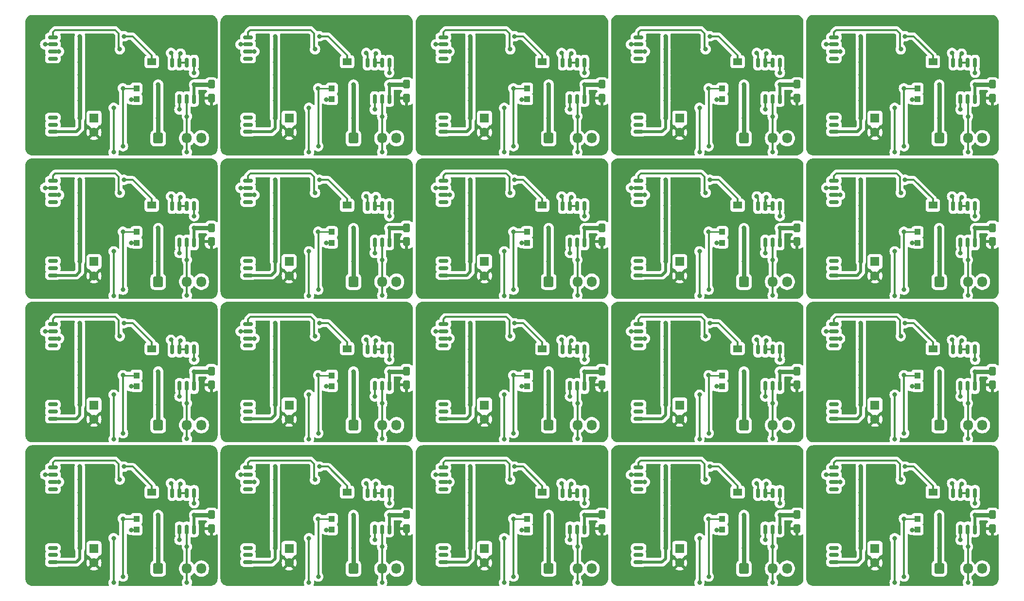
<source format=gbr>
%TF.GenerationSoftware,KiCad,Pcbnew,8.0.4*%
%TF.CreationDate,2024-11-04T15:17:50+09:00*%
%TF.ProjectId,L-CON RS485 V2.0,4c2d434f-4e20-4525-9334-38352056322e,rev?*%
%TF.SameCoordinates,Original*%
%TF.FileFunction,Copper,L1,Top*%
%TF.FilePolarity,Positive*%
%FSLAX46Y46*%
G04 Gerber Fmt 4.6, Leading zero omitted, Abs format (unit mm)*
G04 Created by KiCad (PCBNEW 8.0.4) date 2024-11-04 15:17:50*
%MOMM*%
%LPD*%
G01*
G04 APERTURE LIST*
G04 Aperture macros list*
%AMRoundRect*
0 Rectangle with rounded corners*
0 $1 Rounding radius*
0 $2 $3 $4 $5 $6 $7 $8 $9 X,Y pos of 4 corners*
0 Add a 4 corners polygon primitive as box body*
4,1,4,$2,$3,$4,$5,$6,$7,$8,$9,$2,$3,0*
0 Add four circle primitives for the rounded corners*
1,1,$1+$1,$2,$3*
1,1,$1+$1,$4,$5*
1,1,$1+$1,$6,$7*
1,1,$1+$1,$8,$9*
0 Add four rect primitives between the rounded corners*
20,1,$1+$1,$2,$3,$4,$5,0*
20,1,$1+$1,$4,$5,$6,$7,0*
20,1,$1+$1,$6,$7,$8,$9,0*
20,1,$1+$1,$8,$9,$2,$3,0*%
G04 Aperture macros list end*
%TA.AperFunction,ComponentPad*%
%ADD10RoundRect,0.249900X-0.600100X-0.675100X0.600100X-0.675100X0.600100X0.675100X-0.600100X0.675100X0*%
%TD*%
%TA.AperFunction,ComponentPad*%
%ADD11O,1.700000X1.850000*%
%TD*%
%TA.AperFunction,ComponentPad*%
%ADD12R,1.600000X1.600000*%
%TD*%
%TA.AperFunction,ComponentPad*%
%ADD13C,1.600000*%
%TD*%
%TA.AperFunction,SMDPad,CuDef*%
%ADD14RoundRect,0.163800X-0.136200X0.711200X-0.136200X-0.711200X0.136200X-0.711200X0.136200X0.711200X0*%
%TD*%
%TA.AperFunction,SMDPad,CuDef*%
%ADD15RoundRect,0.150000X-0.700000X0.150000X-0.700000X-0.150000X0.700000X-0.150000X0.700000X0.150000X0*%
%TD*%
%TA.AperFunction,SMDPad,CuDef*%
%ADD16RoundRect,0.250000X-1.100000X0.250000X-1.100000X-0.250000X1.100000X-0.250000X1.100000X0.250000X0*%
%TD*%
%TA.AperFunction,SMDPad,CuDef*%
%ADD17R,1.500000X1.250000*%
%TD*%
%TA.AperFunction,SMDPad,CuDef*%
%ADD18R,1.100000X1.000000*%
%TD*%
%TA.AperFunction,ComponentPad*%
%ADD19O,12.000000X5.000000*%
%TD*%
%TA.AperFunction,SMDPad,CuDef*%
%ADD20RoundRect,0.312500X-0.312500X0.437500X-0.312500X-0.437500X0.312500X-0.437500X0.312500X0.437500X0*%
%TD*%
%TA.AperFunction,ViaPad*%
%ADD21C,0.800000*%
%TD*%
%TA.AperFunction,Conductor*%
%ADD22C,0.300000*%
%TD*%
%TA.AperFunction,Conductor*%
%ADD23C,0.250000*%
%TD*%
%TA.AperFunction,Conductor*%
%ADD24C,0.800000*%
%TD*%
%TA.AperFunction,Conductor*%
%ADD25C,0.500000*%
%TD*%
G04 APERTURE END LIST*
D10*
%TO.P,J11,1,Pin_1*%
%TO.N,+5V*%
X198750000Y-141000000D03*
D11*
%TO.P,J11,2,Pin_2*%
%TO.N,GNDPWR*%
X201250000Y-141000000D03*
%TO.P,J11,3,Pin_3*%
%TO.N,/485-B*%
X203750000Y-141000000D03*
%TO.P,J11,4,Pin_4*%
%TO.N,/485-A*%
X206250000Y-141000000D03*
%TD*%
D12*
%TO.P,C7,1*%
%TO.N,+5V*%
X187562000Y-137484000D03*
D13*
%TO.P,C7,2*%
%TO.N,GNDPWR*%
X187562000Y-139984000D03*
%TD*%
D14*
%TO.P,U4,1,RO*%
%TO.N,Net-(J4-Pin_2)*%
X205000000Y-127825000D03*
%TO.P,U4,2,~{RE}*%
%TO.N,Net-(J4-Pin_3)*%
X203730000Y-127825000D03*
%TO.P,U4,3,DE*%
X202460000Y-127825000D03*
%TO.P,U4,4,DI*%
%TO.N,Net-(J4-Pin_1)*%
X201190000Y-127825000D03*
%TO.P,U4,5,GND*%
%TO.N,GNDPWR*%
X201190000Y-134175000D03*
%TO.P,U4,6,A*%
%TO.N,/485-A*%
X202460000Y-134175000D03*
%TO.P,U4,7,B*%
%TO.N,/485-B*%
X203730000Y-134175000D03*
%TO.P,U4,8,VCC*%
%TO.N,+5V*%
X205000000Y-134175000D03*
%TD*%
D15*
%TO.P,J1,1,Pin_1*%
%TO.N,GNDPWR*%
X180410000Y-136135000D03*
%TO.P,J1,2,Pin_2*%
%TO.N,unconnected-(J1-Pin_2-Pad2)*%
X180410000Y-137385000D03*
%TO.P,J1,3,Pin_3*%
%TO.N,unconnected-(J1-Pin_3-Pad3)*%
X180410000Y-138635000D03*
%TO.P,J1,4,Pin_4*%
%TO.N,+5V*%
X180410000Y-139885000D03*
D16*
%TO.P,J1,MP,Pin_5*%
%TO.N,GNDPWR*%
X177210000Y-134285000D03*
X177210000Y-141735000D03*
%TD*%
D17*
%TO.P,D6,1,K*%
%TO.N,GNDPWR*%
X195140000Y-127670000D03*
%TO.P,D6,2,A*%
%TO.N,Net-(D6-A)*%
X197640000Y-127670000D03*
%TD*%
D18*
%TO.P,D1,1,A1*%
%TO.N,/485-A*%
X194975000Y-132325000D03*
%TO.P,D1,2,A2*%
%TO.N,/485-B*%
X194975000Y-134225000D03*
%TO.P,D1,3,common*%
%TO.N,GNDPWR*%
X196975000Y-133275000D03*
%TD*%
D15*
%TO.P,J4,1,Pin_1*%
%TO.N,Net-(J4-Pin_1)*%
X180400000Y-123395000D03*
%TO.P,J4,2,Pin_2*%
%TO.N,Net-(J4-Pin_2)*%
X180400000Y-124645000D03*
%TO.P,J4,3,Pin_3*%
%TO.N,Net-(J4-Pin_3)*%
X180400000Y-125895000D03*
%TO.P,J4,4,Pin_4*%
%TO.N,unconnected-(J4-Pin_4-Pad4)*%
X180400000Y-127145000D03*
D16*
%TO.P,J4,MP,Pin_5*%
%TO.N,GNDPWR*%
X177200000Y-121545000D03*
X177200000Y-128995000D03*
%TD*%
D19*
%TO.P,J3,1,Pin_1*%
%TO.N,GNDPWR*%
X201950000Y-122200000D03*
%TD*%
D20*
%TO.P,C3,1*%
%TO.N,+5V*%
X208000000Y-131600000D03*
%TO.P,C3,2*%
%TO.N,GNDPWR*%
X208000000Y-134000000D03*
%TD*%
D10*
%TO.P,J11,1,Pin_1*%
%TO.N,+5V*%
X164750000Y-141000000D03*
D11*
%TO.P,J11,2,Pin_2*%
%TO.N,GNDPWR*%
X167250000Y-141000000D03*
%TO.P,J11,3,Pin_3*%
%TO.N,/485-B*%
X169750000Y-141000000D03*
%TO.P,J11,4,Pin_4*%
%TO.N,/485-A*%
X172250000Y-141000000D03*
%TD*%
D12*
%TO.P,C7,1*%
%TO.N,+5V*%
X153562000Y-137484000D03*
D13*
%TO.P,C7,2*%
%TO.N,GNDPWR*%
X153562000Y-139984000D03*
%TD*%
D14*
%TO.P,U4,1,RO*%
%TO.N,Net-(J4-Pin_2)*%
X171000000Y-127825000D03*
%TO.P,U4,2,~{RE}*%
%TO.N,Net-(J4-Pin_3)*%
X169730000Y-127825000D03*
%TO.P,U4,3,DE*%
X168460000Y-127825000D03*
%TO.P,U4,4,DI*%
%TO.N,Net-(J4-Pin_1)*%
X167190000Y-127825000D03*
%TO.P,U4,5,GND*%
%TO.N,GNDPWR*%
X167190000Y-134175000D03*
%TO.P,U4,6,A*%
%TO.N,/485-A*%
X168460000Y-134175000D03*
%TO.P,U4,7,B*%
%TO.N,/485-B*%
X169730000Y-134175000D03*
%TO.P,U4,8,VCC*%
%TO.N,+5V*%
X171000000Y-134175000D03*
%TD*%
D15*
%TO.P,J1,1,Pin_1*%
%TO.N,GNDPWR*%
X146410000Y-136135000D03*
%TO.P,J1,2,Pin_2*%
%TO.N,unconnected-(J1-Pin_2-Pad2)*%
X146410000Y-137385000D03*
%TO.P,J1,3,Pin_3*%
%TO.N,unconnected-(J1-Pin_3-Pad3)*%
X146410000Y-138635000D03*
%TO.P,J1,4,Pin_4*%
%TO.N,+5V*%
X146410000Y-139885000D03*
D16*
%TO.P,J1,MP,Pin_5*%
%TO.N,GNDPWR*%
X143210000Y-134285000D03*
X143210000Y-141735000D03*
%TD*%
D17*
%TO.P,D6,1,K*%
%TO.N,GNDPWR*%
X161140000Y-127670000D03*
%TO.P,D6,2,A*%
%TO.N,Net-(D6-A)*%
X163640000Y-127670000D03*
%TD*%
D18*
%TO.P,D1,1,A1*%
%TO.N,/485-A*%
X160975000Y-132325000D03*
%TO.P,D1,2,A2*%
%TO.N,/485-B*%
X160975000Y-134225000D03*
%TO.P,D1,3,common*%
%TO.N,GNDPWR*%
X162975000Y-133275000D03*
%TD*%
D15*
%TO.P,J4,1,Pin_1*%
%TO.N,Net-(J4-Pin_1)*%
X146400000Y-123395000D03*
%TO.P,J4,2,Pin_2*%
%TO.N,Net-(J4-Pin_2)*%
X146400000Y-124645000D03*
%TO.P,J4,3,Pin_3*%
%TO.N,Net-(J4-Pin_3)*%
X146400000Y-125895000D03*
%TO.P,J4,4,Pin_4*%
%TO.N,unconnected-(J4-Pin_4-Pad4)*%
X146400000Y-127145000D03*
D16*
%TO.P,J4,MP,Pin_5*%
%TO.N,GNDPWR*%
X143200000Y-121545000D03*
X143200000Y-128995000D03*
%TD*%
D19*
%TO.P,J3,1,Pin_1*%
%TO.N,GNDPWR*%
X167950000Y-122200000D03*
%TD*%
D20*
%TO.P,C3,1*%
%TO.N,+5V*%
X174000000Y-131600000D03*
%TO.P,C3,2*%
%TO.N,GNDPWR*%
X174000000Y-134000000D03*
%TD*%
D10*
%TO.P,J11,1,Pin_1*%
%TO.N,+5V*%
X130750000Y-141000000D03*
D11*
%TO.P,J11,2,Pin_2*%
%TO.N,GNDPWR*%
X133250000Y-141000000D03*
%TO.P,J11,3,Pin_3*%
%TO.N,/485-B*%
X135750000Y-141000000D03*
%TO.P,J11,4,Pin_4*%
%TO.N,/485-A*%
X138250000Y-141000000D03*
%TD*%
D12*
%TO.P,C7,1*%
%TO.N,+5V*%
X119562000Y-137484000D03*
D13*
%TO.P,C7,2*%
%TO.N,GNDPWR*%
X119562000Y-139984000D03*
%TD*%
D14*
%TO.P,U4,1,RO*%
%TO.N,Net-(J4-Pin_2)*%
X137000000Y-127825000D03*
%TO.P,U4,2,~{RE}*%
%TO.N,Net-(J4-Pin_3)*%
X135730000Y-127825000D03*
%TO.P,U4,3,DE*%
X134460000Y-127825000D03*
%TO.P,U4,4,DI*%
%TO.N,Net-(J4-Pin_1)*%
X133190000Y-127825000D03*
%TO.P,U4,5,GND*%
%TO.N,GNDPWR*%
X133190000Y-134175000D03*
%TO.P,U4,6,A*%
%TO.N,/485-A*%
X134460000Y-134175000D03*
%TO.P,U4,7,B*%
%TO.N,/485-B*%
X135730000Y-134175000D03*
%TO.P,U4,8,VCC*%
%TO.N,+5V*%
X137000000Y-134175000D03*
%TD*%
D15*
%TO.P,J1,1,Pin_1*%
%TO.N,GNDPWR*%
X112410000Y-136135000D03*
%TO.P,J1,2,Pin_2*%
%TO.N,unconnected-(J1-Pin_2-Pad2)*%
X112410000Y-137385000D03*
%TO.P,J1,3,Pin_3*%
%TO.N,unconnected-(J1-Pin_3-Pad3)*%
X112410000Y-138635000D03*
%TO.P,J1,4,Pin_4*%
%TO.N,+5V*%
X112410000Y-139885000D03*
D16*
%TO.P,J1,MP,Pin_5*%
%TO.N,GNDPWR*%
X109210000Y-134285000D03*
X109210000Y-141735000D03*
%TD*%
D17*
%TO.P,D6,1,K*%
%TO.N,GNDPWR*%
X127140000Y-127670000D03*
%TO.P,D6,2,A*%
%TO.N,Net-(D6-A)*%
X129640000Y-127670000D03*
%TD*%
D18*
%TO.P,D1,1,A1*%
%TO.N,/485-A*%
X126975000Y-132325000D03*
%TO.P,D1,2,A2*%
%TO.N,/485-B*%
X126975000Y-134225000D03*
%TO.P,D1,3,common*%
%TO.N,GNDPWR*%
X128975000Y-133275000D03*
%TD*%
D15*
%TO.P,J4,1,Pin_1*%
%TO.N,Net-(J4-Pin_1)*%
X112400000Y-123395000D03*
%TO.P,J4,2,Pin_2*%
%TO.N,Net-(J4-Pin_2)*%
X112400000Y-124645000D03*
%TO.P,J4,3,Pin_3*%
%TO.N,Net-(J4-Pin_3)*%
X112400000Y-125895000D03*
%TO.P,J4,4,Pin_4*%
%TO.N,unconnected-(J4-Pin_4-Pad4)*%
X112400000Y-127145000D03*
D16*
%TO.P,J4,MP,Pin_5*%
%TO.N,GNDPWR*%
X109200000Y-121545000D03*
X109200000Y-128995000D03*
%TD*%
D19*
%TO.P,J3,1,Pin_1*%
%TO.N,GNDPWR*%
X133950000Y-122200000D03*
%TD*%
D20*
%TO.P,C3,1*%
%TO.N,+5V*%
X140000000Y-131600000D03*
%TO.P,C3,2*%
%TO.N,GNDPWR*%
X140000000Y-134000000D03*
%TD*%
D10*
%TO.P,J11,1,Pin_1*%
%TO.N,+5V*%
X96750000Y-141000000D03*
D11*
%TO.P,J11,2,Pin_2*%
%TO.N,GNDPWR*%
X99250000Y-141000000D03*
%TO.P,J11,3,Pin_3*%
%TO.N,/485-B*%
X101750000Y-141000000D03*
%TO.P,J11,4,Pin_4*%
%TO.N,/485-A*%
X104250000Y-141000000D03*
%TD*%
D12*
%TO.P,C7,1*%
%TO.N,+5V*%
X85562000Y-137484000D03*
D13*
%TO.P,C7,2*%
%TO.N,GNDPWR*%
X85562000Y-139984000D03*
%TD*%
D14*
%TO.P,U4,1,RO*%
%TO.N,Net-(J4-Pin_2)*%
X103000000Y-127825000D03*
%TO.P,U4,2,~{RE}*%
%TO.N,Net-(J4-Pin_3)*%
X101730000Y-127825000D03*
%TO.P,U4,3,DE*%
X100460000Y-127825000D03*
%TO.P,U4,4,DI*%
%TO.N,Net-(J4-Pin_1)*%
X99190000Y-127825000D03*
%TO.P,U4,5,GND*%
%TO.N,GNDPWR*%
X99190000Y-134175000D03*
%TO.P,U4,6,A*%
%TO.N,/485-A*%
X100460000Y-134175000D03*
%TO.P,U4,7,B*%
%TO.N,/485-B*%
X101730000Y-134175000D03*
%TO.P,U4,8,VCC*%
%TO.N,+5V*%
X103000000Y-134175000D03*
%TD*%
D15*
%TO.P,J1,1,Pin_1*%
%TO.N,GNDPWR*%
X78410000Y-136135000D03*
%TO.P,J1,2,Pin_2*%
%TO.N,unconnected-(J1-Pin_2-Pad2)*%
X78410000Y-137385000D03*
%TO.P,J1,3,Pin_3*%
%TO.N,unconnected-(J1-Pin_3-Pad3)*%
X78410000Y-138635000D03*
%TO.P,J1,4,Pin_4*%
%TO.N,+5V*%
X78410000Y-139885000D03*
D16*
%TO.P,J1,MP,Pin_5*%
%TO.N,GNDPWR*%
X75210000Y-134285000D03*
X75210000Y-141735000D03*
%TD*%
D17*
%TO.P,D6,1,K*%
%TO.N,GNDPWR*%
X93140000Y-127670000D03*
%TO.P,D6,2,A*%
%TO.N,Net-(D6-A)*%
X95640000Y-127670000D03*
%TD*%
D18*
%TO.P,D1,1,A1*%
%TO.N,/485-A*%
X92975000Y-132325000D03*
%TO.P,D1,2,A2*%
%TO.N,/485-B*%
X92975000Y-134225000D03*
%TO.P,D1,3,common*%
%TO.N,GNDPWR*%
X94975000Y-133275000D03*
%TD*%
D15*
%TO.P,J4,1,Pin_1*%
%TO.N,Net-(J4-Pin_1)*%
X78400000Y-123395000D03*
%TO.P,J4,2,Pin_2*%
%TO.N,Net-(J4-Pin_2)*%
X78400000Y-124645000D03*
%TO.P,J4,3,Pin_3*%
%TO.N,Net-(J4-Pin_3)*%
X78400000Y-125895000D03*
%TO.P,J4,4,Pin_4*%
%TO.N,unconnected-(J4-Pin_4-Pad4)*%
X78400000Y-127145000D03*
D16*
%TO.P,J4,MP,Pin_5*%
%TO.N,GNDPWR*%
X75200000Y-121545000D03*
X75200000Y-128995000D03*
%TD*%
D19*
%TO.P,J3,1,Pin_1*%
%TO.N,GNDPWR*%
X99950000Y-122200000D03*
%TD*%
D20*
%TO.P,C3,1*%
%TO.N,+5V*%
X106000000Y-131600000D03*
%TO.P,C3,2*%
%TO.N,GNDPWR*%
X106000000Y-134000000D03*
%TD*%
D10*
%TO.P,J11,1,Pin_1*%
%TO.N,+5V*%
X62750000Y-141000000D03*
D11*
%TO.P,J11,2,Pin_2*%
%TO.N,GNDPWR*%
X65250000Y-141000000D03*
%TO.P,J11,3,Pin_3*%
%TO.N,/485-B*%
X67750000Y-141000000D03*
%TO.P,J11,4,Pin_4*%
%TO.N,/485-A*%
X70250000Y-141000000D03*
%TD*%
D12*
%TO.P,C7,1*%
%TO.N,+5V*%
X51562000Y-137484000D03*
D13*
%TO.P,C7,2*%
%TO.N,GNDPWR*%
X51562000Y-139984000D03*
%TD*%
D14*
%TO.P,U4,1,RO*%
%TO.N,Net-(J4-Pin_2)*%
X69000000Y-127825000D03*
%TO.P,U4,2,~{RE}*%
%TO.N,Net-(J4-Pin_3)*%
X67730000Y-127825000D03*
%TO.P,U4,3,DE*%
X66460000Y-127825000D03*
%TO.P,U4,4,DI*%
%TO.N,Net-(J4-Pin_1)*%
X65190000Y-127825000D03*
%TO.P,U4,5,GND*%
%TO.N,GNDPWR*%
X65190000Y-134175000D03*
%TO.P,U4,6,A*%
%TO.N,/485-A*%
X66460000Y-134175000D03*
%TO.P,U4,7,B*%
%TO.N,/485-B*%
X67730000Y-134175000D03*
%TO.P,U4,8,VCC*%
%TO.N,+5V*%
X69000000Y-134175000D03*
%TD*%
D15*
%TO.P,J1,1,Pin_1*%
%TO.N,GNDPWR*%
X44410000Y-136135000D03*
%TO.P,J1,2,Pin_2*%
%TO.N,unconnected-(J1-Pin_2-Pad2)*%
X44410000Y-137385000D03*
%TO.P,J1,3,Pin_3*%
%TO.N,unconnected-(J1-Pin_3-Pad3)*%
X44410000Y-138635000D03*
%TO.P,J1,4,Pin_4*%
%TO.N,+5V*%
X44410000Y-139885000D03*
D16*
%TO.P,J1,MP,Pin_5*%
%TO.N,GNDPWR*%
X41210000Y-134285000D03*
X41210000Y-141735000D03*
%TD*%
D17*
%TO.P,D6,1,K*%
%TO.N,GNDPWR*%
X59140000Y-127670000D03*
%TO.P,D6,2,A*%
%TO.N,Net-(D6-A)*%
X61640000Y-127670000D03*
%TD*%
D18*
%TO.P,D1,1,A1*%
%TO.N,/485-A*%
X58975000Y-132325000D03*
%TO.P,D1,2,A2*%
%TO.N,/485-B*%
X58975000Y-134225000D03*
%TO.P,D1,3,common*%
%TO.N,GNDPWR*%
X60975000Y-133275000D03*
%TD*%
D15*
%TO.P,J4,1,Pin_1*%
%TO.N,Net-(J4-Pin_1)*%
X44400000Y-123395000D03*
%TO.P,J4,2,Pin_2*%
%TO.N,Net-(J4-Pin_2)*%
X44400000Y-124645000D03*
%TO.P,J4,3,Pin_3*%
%TO.N,Net-(J4-Pin_3)*%
X44400000Y-125895000D03*
%TO.P,J4,4,Pin_4*%
%TO.N,unconnected-(J4-Pin_4-Pad4)*%
X44400000Y-127145000D03*
D16*
%TO.P,J4,MP,Pin_5*%
%TO.N,GNDPWR*%
X41200000Y-121545000D03*
X41200000Y-128995000D03*
%TD*%
D19*
%TO.P,J3,1,Pin_1*%
%TO.N,GNDPWR*%
X65950000Y-122200000D03*
%TD*%
D20*
%TO.P,C3,1*%
%TO.N,+5V*%
X72000000Y-131600000D03*
%TO.P,C3,2*%
%TO.N,GNDPWR*%
X72000000Y-134000000D03*
%TD*%
D10*
%TO.P,J11,1,Pin_1*%
%TO.N,+5V*%
X198750000Y-116000000D03*
D11*
%TO.P,J11,2,Pin_2*%
%TO.N,GNDPWR*%
X201250000Y-116000000D03*
%TO.P,J11,3,Pin_3*%
%TO.N,/485-B*%
X203750000Y-116000000D03*
%TO.P,J11,4,Pin_4*%
%TO.N,/485-A*%
X206250000Y-116000000D03*
%TD*%
D12*
%TO.P,C7,1*%
%TO.N,+5V*%
X187562000Y-112484000D03*
D13*
%TO.P,C7,2*%
%TO.N,GNDPWR*%
X187562000Y-114984000D03*
%TD*%
D14*
%TO.P,U4,1,RO*%
%TO.N,Net-(J4-Pin_2)*%
X205000000Y-102825000D03*
%TO.P,U4,2,~{RE}*%
%TO.N,Net-(J4-Pin_3)*%
X203730000Y-102825000D03*
%TO.P,U4,3,DE*%
X202460000Y-102825000D03*
%TO.P,U4,4,DI*%
%TO.N,Net-(J4-Pin_1)*%
X201190000Y-102825000D03*
%TO.P,U4,5,GND*%
%TO.N,GNDPWR*%
X201190000Y-109175000D03*
%TO.P,U4,6,A*%
%TO.N,/485-A*%
X202460000Y-109175000D03*
%TO.P,U4,7,B*%
%TO.N,/485-B*%
X203730000Y-109175000D03*
%TO.P,U4,8,VCC*%
%TO.N,+5V*%
X205000000Y-109175000D03*
%TD*%
D15*
%TO.P,J1,1,Pin_1*%
%TO.N,GNDPWR*%
X180410000Y-111135000D03*
%TO.P,J1,2,Pin_2*%
%TO.N,unconnected-(J1-Pin_2-Pad2)*%
X180410000Y-112385000D03*
%TO.P,J1,3,Pin_3*%
%TO.N,unconnected-(J1-Pin_3-Pad3)*%
X180410000Y-113635000D03*
%TO.P,J1,4,Pin_4*%
%TO.N,+5V*%
X180410000Y-114885000D03*
D16*
%TO.P,J1,MP,Pin_5*%
%TO.N,GNDPWR*%
X177210000Y-109285000D03*
X177210000Y-116735000D03*
%TD*%
D17*
%TO.P,D6,1,K*%
%TO.N,GNDPWR*%
X195140000Y-102670000D03*
%TO.P,D6,2,A*%
%TO.N,Net-(D6-A)*%
X197640000Y-102670000D03*
%TD*%
D18*
%TO.P,D1,1,A1*%
%TO.N,/485-A*%
X194975000Y-107325000D03*
%TO.P,D1,2,A2*%
%TO.N,/485-B*%
X194975000Y-109225000D03*
%TO.P,D1,3,common*%
%TO.N,GNDPWR*%
X196975000Y-108275000D03*
%TD*%
D15*
%TO.P,J4,1,Pin_1*%
%TO.N,Net-(J4-Pin_1)*%
X180400000Y-98395000D03*
%TO.P,J4,2,Pin_2*%
%TO.N,Net-(J4-Pin_2)*%
X180400000Y-99645000D03*
%TO.P,J4,3,Pin_3*%
%TO.N,Net-(J4-Pin_3)*%
X180400000Y-100895000D03*
%TO.P,J4,4,Pin_4*%
%TO.N,unconnected-(J4-Pin_4-Pad4)*%
X180400000Y-102145000D03*
D16*
%TO.P,J4,MP,Pin_5*%
%TO.N,GNDPWR*%
X177200000Y-96545000D03*
X177200000Y-103995000D03*
%TD*%
D19*
%TO.P,J3,1,Pin_1*%
%TO.N,GNDPWR*%
X201950000Y-97200000D03*
%TD*%
D20*
%TO.P,C3,1*%
%TO.N,+5V*%
X208000000Y-106600000D03*
%TO.P,C3,2*%
%TO.N,GNDPWR*%
X208000000Y-109000000D03*
%TD*%
D10*
%TO.P,J11,1,Pin_1*%
%TO.N,+5V*%
X164750000Y-116000000D03*
D11*
%TO.P,J11,2,Pin_2*%
%TO.N,GNDPWR*%
X167250000Y-116000000D03*
%TO.P,J11,3,Pin_3*%
%TO.N,/485-B*%
X169750000Y-116000000D03*
%TO.P,J11,4,Pin_4*%
%TO.N,/485-A*%
X172250000Y-116000000D03*
%TD*%
D12*
%TO.P,C7,1*%
%TO.N,+5V*%
X153562000Y-112484000D03*
D13*
%TO.P,C7,2*%
%TO.N,GNDPWR*%
X153562000Y-114984000D03*
%TD*%
D14*
%TO.P,U4,1,RO*%
%TO.N,Net-(J4-Pin_2)*%
X171000000Y-102825000D03*
%TO.P,U4,2,~{RE}*%
%TO.N,Net-(J4-Pin_3)*%
X169730000Y-102825000D03*
%TO.P,U4,3,DE*%
X168460000Y-102825000D03*
%TO.P,U4,4,DI*%
%TO.N,Net-(J4-Pin_1)*%
X167190000Y-102825000D03*
%TO.P,U4,5,GND*%
%TO.N,GNDPWR*%
X167190000Y-109175000D03*
%TO.P,U4,6,A*%
%TO.N,/485-A*%
X168460000Y-109175000D03*
%TO.P,U4,7,B*%
%TO.N,/485-B*%
X169730000Y-109175000D03*
%TO.P,U4,8,VCC*%
%TO.N,+5V*%
X171000000Y-109175000D03*
%TD*%
D15*
%TO.P,J1,1,Pin_1*%
%TO.N,GNDPWR*%
X146410000Y-111135000D03*
%TO.P,J1,2,Pin_2*%
%TO.N,unconnected-(J1-Pin_2-Pad2)*%
X146410000Y-112385000D03*
%TO.P,J1,3,Pin_3*%
%TO.N,unconnected-(J1-Pin_3-Pad3)*%
X146410000Y-113635000D03*
%TO.P,J1,4,Pin_4*%
%TO.N,+5V*%
X146410000Y-114885000D03*
D16*
%TO.P,J1,MP,Pin_5*%
%TO.N,GNDPWR*%
X143210000Y-109285000D03*
X143210000Y-116735000D03*
%TD*%
D17*
%TO.P,D6,1,K*%
%TO.N,GNDPWR*%
X161140000Y-102670000D03*
%TO.P,D6,2,A*%
%TO.N,Net-(D6-A)*%
X163640000Y-102670000D03*
%TD*%
D18*
%TO.P,D1,1,A1*%
%TO.N,/485-A*%
X160975000Y-107325000D03*
%TO.P,D1,2,A2*%
%TO.N,/485-B*%
X160975000Y-109225000D03*
%TO.P,D1,3,common*%
%TO.N,GNDPWR*%
X162975000Y-108275000D03*
%TD*%
D15*
%TO.P,J4,1,Pin_1*%
%TO.N,Net-(J4-Pin_1)*%
X146400000Y-98395000D03*
%TO.P,J4,2,Pin_2*%
%TO.N,Net-(J4-Pin_2)*%
X146400000Y-99645000D03*
%TO.P,J4,3,Pin_3*%
%TO.N,Net-(J4-Pin_3)*%
X146400000Y-100895000D03*
%TO.P,J4,4,Pin_4*%
%TO.N,unconnected-(J4-Pin_4-Pad4)*%
X146400000Y-102145000D03*
D16*
%TO.P,J4,MP,Pin_5*%
%TO.N,GNDPWR*%
X143200000Y-96545000D03*
X143200000Y-103995000D03*
%TD*%
D19*
%TO.P,J3,1,Pin_1*%
%TO.N,GNDPWR*%
X167950000Y-97200000D03*
%TD*%
D20*
%TO.P,C3,1*%
%TO.N,+5V*%
X174000000Y-106600000D03*
%TO.P,C3,2*%
%TO.N,GNDPWR*%
X174000000Y-109000000D03*
%TD*%
D10*
%TO.P,J11,1,Pin_1*%
%TO.N,+5V*%
X130750000Y-116000000D03*
D11*
%TO.P,J11,2,Pin_2*%
%TO.N,GNDPWR*%
X133250000Y-116000000D03*
%TO.P,J11,3,Pin_3*%
%TO.N,/485-B*%
X135750000Y-116000000D03*
%TO.P,J11,4,Pin_4*%
%TO.N,/485-A*%
X138250000Y-116000000D03*
%TD*%
D12*
%TO.P,C7,1*%
%TO.N,+5V*%
X119562000Y-112484000D03*
D13*
%TO.P,C7,2*%
%TO.N,GNDPWR*%
X119562000Y-114984000D03*
%TD*%
D14*
%TO.P,U4,1,RO*%
%TO.N,Net-(J4-Pin_2)*%
X137000000Y-102825000D03*
%TO.P,U4,2,~{RE}*%
%TO.N,Net-(J4-Pin_3)*%
X135730000Y-102825000D03*
%TO.P,U4,3,DE*%
X134460000Y-102825000D03*
%TO.P,U4,4,DI*%
%TO.N,Net-(J4-Pin_1)*%
X133190000Y-102825000D03*
%TO.P,U4,5,GND*%
%TO.N,GNDPWR*%
X133190000Y-109175000D03*
%TO.P,U4,6,A*%
%TO.N,/485-A*%
X134460000Y-109175000D03*
%TO.P,U4,7,B*%
%TO.N,/485-B*%
X135730000Y-109175000D03*
%TO.P,U4,8,VCC*%
%TO.N,+5V*%
X137000000Y-109175000D03*
%TD*%
D15*
%TO.P,J1,1,Pin_1*%
%TO.N,GNDPWR*%
X112410000Y-111135000D03*
%TO.P,J1,2,Pin_2*%
%TO.N,unconnected-(J1-Pin_2-Pad2)*%
X112410000Y-112385000D03*
%TO.P,J1,3,Pin_3*%
%TO.N,unconnected-(J1-Pin_3-Pad3)*%
X112410000Y-113635000D03*
%TO.P,J1,4,Pin_4*%
%TO.N,+5V*%
X112410000Y-114885000D03*
D16*
%TO.P,J1,MP,Pin_5*%
%TO.N,GNDPWR*%
X109210000Y-109285000D03*
X109210000Y-116735000D03*
%TD*%
D17*
%TO.P,D6,1,K*%
%TO.N,GNDPWR*%
X127140000Y-102670000D03*
%TO.P,D6,2,A*%
%TO.N,Net-(D6-A)*%
X129640000Y-102670000D03*
%TD*%
D18*
%TO.P,D1,1,A1*%
%TO.N,/485-A*%
X126975000Y-107325000D03*
%TO.P,D1,2,A2*%
%TO.N,/485-B*%
X126975000Y-109225000D03*
%TO.P,D1,3,common*%
%TO.N,GNDPWR*%
X128975000Y-108275000D03*
%TD*%
D15*
%TO.P,J4,1,Pin_1*%
%TO.N,Net-(J4-Pin_1)*%
X112400000Y-98395000D03*
%TO.P,J4,2,Pin_2*%
%TO.N,Net-(J4-Pin_2)*%
X112400000Y-99645000D03*
%TO.P,J4,3,Pin_3*%
%TO.N,Net-(J4-Pin_3)*%
X112400000Y-100895000D03*
%TO.P,J4,4,Pin_4*%
%TO.N,unconnected-(J4-Pin_4-Pad4)*%
X112400000Y-102145000D03*
D16*
%TO.P,J4,MP,Pin_5*%
%TO.N,GNDPWR*%
X109200000Y-96545000D03*
X109200000Y-103995000D03*
%TD*%
D19*
%TO.P,J3,1,Pin_1*%
%TO.N,GNDPWR*%
X133950000Y-97200000D03*
%TD*%
D20*
%TO.P,C3,1*%
%TO.N,+5V*%
X140000000Y-106600000D03*
%TO.P,C3,2*%
%TO.N,GNDPWR*%
X140000000Y-109000000D03*
%TD*%
D10*
%TO.P,J11,1,Pin_1*%
%TO.N,+5V*%
X96750000Y-116000000D03*
D11*
%TO.P,J11,2,Pin_2*%
%TO.N,GNDPWR*%
X99250000Y-116000000D03*
%TO.P,J11,3,Pin_3*%
%TO.N,/485-B*%
X101750000Y-116000000D03*
%TO.P,J11,4,Pin_4*%
%TO.N,/485-A*%
X104250000Y-116000000D03*
%TD*%
D12*
%TO.P,C7,1*%
%TO.N,+5V*%
X85562000Y-112484000D03*
D13*
%TO.P,C7,2*%
%TO.N,GNDPWR*%
X85562000Y-114984000D03*
%TD*%
D14*
%TO.P,U4,1,RO*%
%TO.N,Net-(J4-Pin_2)*%
X103000000Y-102825000D03*
%TO.P,U4,2,~{RE}*%
%TO.N,Net-(J4-Pin_3)*%
X101730000Y-102825000D03*
%TO.P,U4,3,DE*%
X100460000Y-102825000D03*
%TO.P,U4,4,DI*%
%TO.N,Net-(J4-Pin_1)*%
X99190000Y-102825000D03*
%TO.P,U4,5,GND*%
%TO.N,GNDPWR*%
X99190000Y-109175000D03*
%TO.P,U4,6,A*%
%TO.N,/485-A*%
X100460000Y-109175000D03*
%TO.P,U4,7,B*%
%TO.N,/485-B*%
X101730000Y-109175000D03*
%TO.P,U4,8,VCC*%
%TO.N,+5V*%
X103000000Y-109175000D03*
%TD*%
D15*
%TO.P,J1,1,Pin_1*%
%TO.N,GNDPWR*%
X78410000Y-111135000D03*
%TO.P,J1,2,Pin_2*%
%TO.N,unconnected-(J1-Pin_2-Pad2)*%
X78410000Y-112385000D03*
%TO.P,J1,3,Pin_3*%
%TO.N,unconnected-(J1-Pin_3-Pad3)*%
X78410000Y-113635000D03*
%TO.P,J1,4,Pin_4*%
%TO.N,+5V*%
X78410000Y-114885000D03*
D16*
%TO.P,J1,MP,Pin_5*%
%TO.N,GNDPWR*%
X75210000Y-109285000D03*
X75210000Y-116735000D03*
%TD*%
D17*
%TO.P,D6,1,K*%
%TO.N,GNDPWR*%
X93140000Y-102670000D03*
%TO.P,D6,2,A*%
%TO.N,Net-(D6-A)*%
X95640000Y-102670000D03*
%TD*%
D18*
%TO.P,D1,1,A1*%
%TO.N,/485-A*%
X92975000Y-107325000D03*
%TO.P,D1,2,A2*%
%TO.N,/485-B*%
X92975000Y-109225000D03*
%TO.P,D1,3,common*%
%TO.N,GNDPWR*%
X94975000Y-108275000D03*
%TD*%
D15*
%TO.P,J4,1,Pin_1*%
%TO.N,Net-(J4-Pin_1)*%
X78400000Y-98395000D03*
%TO.P,J4,2,Pin_2*%
%TO.N,Net-(J4-Pin_2)*%
X78400000Y-99645000D03*
%TO.P,J4,3,Pin_3*%
%TO.N,Net-(J4-Pin_3)*%
X78400000Y-100895000D03*
%TO.P,J4,4,Pin_4*%
%TO.N,unconnected-(J4-Pin_4-Pad4)*%
X78400000Y-102145000D03*
D16*
%TO.P,J4,MP,Pin_5*%
%TO.N,GNDPWR*%
X75200000Y-96545000D03*
X75200000Y-103995000D03*
%TD*%
D19*
%TO.P,J3,1,Pin_1*%
%TO.N,GNDPWR*%
X99950000Y-97200000D03*
%TD*%
D20*
%TO.P,C3,1*%
%TO.N,+5V*%
X106000000Y-106600000D03*
%TO.P,C3,2*%
%TO.N,GNDPWR*%
X106000000Y-109000000D03*
%TD*%
D10*
%TO.P,J11,1,Pin_1*%
%TO.N,+5V*%
X62750000Y-116000000D03*
D11*
%TO.P,J11,2,Pin_2*%
%TO.N,GNDPWR*%
X65250000Y-116000000D03*
%TO.P,J11,3,Pin_3*%
%TO.N,/485-B*%
X67750000Y-116000000D03*
%TO.P,J11,4,Pin_4*%
%TO.N,/485-A*%
X70250000Y-116000000D03*
%TD*%
D12*
%TO.P,C7,1*%
%TO.N,+5V*%
X51562000Y-112484000D03*
D13*
%TO.P,C7,2*%
%TO.N,GNDPWR*%
X51562000Y-114984000D03*
%TD*%
D14*
%TO.P,U4,1,RO*%
%TO.N,Net-(J4-Pin_2)*%
X69000000Y-102825000D03*
%TO.P,U4,2,~{RE}*%
%TO.N,Net-(J4-Pin_3)*%
X67730000Y-102825000D03*
%TO.P,U4,3,DE*%
X66460000Y-102825000D03*
%TO.P,U4,4,DI*%
%TO.N,Net-(J4-Pin_1)*%
X65190000Y-102825000D03*
%TO.P,U4,5,GND*%
%TO.N,GNDPWR*%
X65190000Y-109175000D03*
%TO.P,U4,6,A*%
%TO.N,/485-A*%
X66460000Y-109175000D03*
%TO.P,U4,7,B*%
%TO.N,/485-B*%
X67730000Y-109175000D03*
%TO.P,U4,8,VCC*%
%TO.N,+5V*%
X69000000Y-109175000D03*
%TD*%
D15*
%TO.P,J1,1,Pin_1*%
%TO.N,GNDPWR*%
X44410000Y-111135000D03*
%TO.P,J1,2,Pin_2*%
%TO.N,unconnected-(J1-Pin_2-Pad2)*%
X44410000Y-112385000D03*
%TO.P,J1,3,Pin_3*%
%TO.N,unconnected-(J1-Pin_3-Pad3)*%
X44410000Y-113635000D03*
%TO.P,J1,4,Pin_4*%
%TO.N,+5V*%
X44410000Y-114885000D03*
D16*
%TO.P,J1,MP,Pin_5*%
%TO.N,GNDPWR*%
X41210000Y-109285000D03*
X41210000Y-116735000D03*
%TD*%
D17*
%TO.P,D6,1,K*%
%TO.N,GNDPWR*%
X59140000Y-102670000D03*
%TO.P,D6,2,A*%
%TO.N,Net-(D6-A)*%
X61640000Y-102670000D03*
%TD*%
D18*
%TO.P,D1,1,A1*%
%TO.N,/485-A*%
X58975000Y-107325000D03*
%TO.P,D1,2,A2*%
%TO.N,/485-B*%
X58975000Y-109225000D03*
%TO.P,D1,3,common*%
%TO.N,GNDPWR*%
X60975000Y-108275000D03*
%TD*%
D15*
%TO.P,J4,1,Pin_1*%
%TO.N,Net-(J4-Pin_1)*%
X44400000Y-98395000D03*
%TO.P,J4,2,Pin_2*%
%TO.N,Net-(J4-Pin_2)*%
X44400000Y-99645000D03*
%TO.P,J4,3,Pin_3*%
%TO.N,Net-(J4-Pin_3)*%
X44400000Y-100895000D03*
%TO.P,J4,4,Pin_4*%
%TO.N,unconnected-(J4-Pin_4-Pad4)*%
X44400000Y-102145000D03*
D16*
%TO.P,J4,MP,Pin_5*%
%TO.N,GNDPWR*%
X41200000Y-96545000D03*
X41200000Y-103995000D03*
%TD*%
D19*
%TO.P,J3,1,Pin_1*%
%TO.N,GNDPWR*%
X65950000Y-97200000D03*
%TD*%
D20*
%TO.P,C3,1*%
%TO.N,+5V*%
X72000000Y-106600000D03*
%TO.P,C3,2*%
%TO.N,GNDPWR*%
X72000000Y-109000000D03*
%TD*%
D10*
%TO.P,J11,1,Pin_1*%
%TO.N,+5V*%
X198750000Y-91000000D03*
D11*
%TO.P,J11,2,Pin_2*%
%TO.N,GNDPWR*%
X201250000Y-91000000D03*
%TO.P,J11,3,Pin_3*%
%TO.N,/485-B*%
X203750000Y-91000000D03*
%TO.P,J11,4,Pin_4*%
%TO.N,/485-A*%
X206250000Y-91000000D03*
%TD*%
D12*
%TO.P,C7,1*%
%TO.N,+5V*%
X187562000Y-87484000D03*
D13*
%TO.P,C7,2*%
%TO.N,GNDPWR*%
X187562000Y-89984000D03*
%TD*%
D14*
%TO.P,U4,1,RO*%
%TO.N,Net-(J4-Pin_2)*%
X205000000Y-77825000D03*
%TO.P,U4,2,~{RE}*%
%TO.N,Net-(J4-Pin_3)*%
X203730000Y-77825000D03*
%TO.P,U4,3,DE*%
X202460000Y-77825000D03*
%TO.P,U4,4,DI*%
%TO.N,Net-(J4-Pin_1)*%
X201190000Y-77825000D03*
%TO.P,U4,5,GND*%
%TO.N,GNDPWR*%
X201190000Y-84175000D03*
%TO.P,U4,6,A*%
%TO.N,/485-A*%
X202460000Y-84175000D03*
%TO.P,U4,7,B*%
%TO.N,/485-B*%
X203730000Y-84175000D03*
%TO.P,U4,8,VCC*%
%TO.N,+5V*%
X205000000Y-84175000D03*
%TD*%
D15*
%TO.P,J1,1,Pin_1*%
%TO.N,GNDPWR*%
X180410000Y-86135000D03*
%TO.P,J1,2,Pin_2*%
%TO.N,unconnected-(J1-Pin_2-Pad2)*%
X180410000Y-87385000D03*
%TO.P,J1,3,Pin_3*%
%TO.N,unconnected-(J1-Pin_3-Pad3)*%
X180410000Y-88635000D03*
%TO.P,J1,4,Pin_4*%
%TO.N,+5V*%
X180410000Y-89885000D03*
D16*
%TO.P,J1,MP,Pin_5*%
%TO.N,GNDPWR*%
X177210000Y-84285000D03*
X177210000Y-91735000D03*
%TD*%
D17*
%TO.P,D6,1,K*%
%TO.N,GNDPWR*%
X195140000Y-77670000D03*
%TO.P,D6,2,A*%
%TO.N,Net-(D6-A)*%
X197640000Y-77670000D03*
%TD*%
D18*
%TO.P,D1,1,A1*%
%TO.N,/485-A*%
X194975000Y-82325000D03*
%TO.P,D1,2,A2*%
%TO.N,/485-B*%
X194975000Y-84225000D03*
%TO.P,D1,3,common*%
%TO.N,GNDPWR*%
X196975000Y-83275000D03*
%TD*%
D15*
%TO.P,J4,1,Pin_1*%
%TO.N,Net-(J4-Pin_1)*%
X180400000Y-73395000D03*
%TO.P,J4,2,Pin_2*%
%TO.N,Net-(J4-Pin_2)*%
X180400000Y-74645000D03*
%TO.P,J4,3,Pin_3*%
%TO.N,Net-(J4-Pin_3)*%
X180400000Y-75895000D03*
%TO.P,J4,4,Pin_4*%
%TO.N,unconnected-(J4-Pin_4-Pad4)*%
X180400000Y-77145000D03*
D16*
%TO.P,J4,MP,Pin_5*%
%TO.N,GNDPWR*%
X177200000Y-71545000D03*
X177200000Y-78995000D03*
%TD*%
D19*
%TO.P,J3,1,Pin_1*%
%TO.N,GNDPWR*%
X201950000Y-72200000D03*
%TD*%
D20*
%TO.P,C3,1*%
%TO.N,+5V*%
X208000000Y-81600000D03*
%TO.P,C3,2*%
%TO.N,GNDPWR*%
X208000000Y-84000000D03*
%TD*%
D10*
%TO.P,J11,1,Pin_1*%
%TO.N,+5V*%
X164750000Y-91000000D03*
D11*
%TO.P,J11,2,Pin_2*%
%TO.N,GNDPWR*%
X167250000Y-91000000D03*
%TO.P,J11,3,Pin_3*%
%TO.N,/485-B*%
X169750000Y-91000000D03*
%TO.P,J11,4,Pin_4*%
%TO.N,/485-A*%
X172250000Y-91000000D03*
%TD*%
D12*
%TO.P,C7,1*%
%TO.N,+5V*%
X153562000Y-87484000D03*
D13*
%TO.P,C7,2*%
%TO.N,GNDPWR*%
X153562000Y-89984000D03*
%TD*%
D14*
%TO.P,U4,1,RO*%
%TO.N,Net-(J4-Pin_2)*%
X171000000Y-77825000D03*
%TO.P,U4,2,~{RE}*%
%TO.N,Net-(J4-Pin_3)*%
X169730000Y-77825000D03*
%TO.P,U4,3,DE*%
X168460000Y-77825000D03*
%TO.P,U4,4,DI*%
%TO.N,Net-(J4-Pin_1)*%
X167190000Y-77825000D03*
%TO.P,U4,5,GND*%
%TO.N,GNDPWR*%
X167190000Y-84175000D03*
%TO.P,U4,6,A*%
%TO.N,/485-A*%
X168460000Y-84175000D03*
%TO.P,U4,7,B*%
%TO.N,/485-B*%
X169730000Y-84175000D03*
%TO.P,U4,8,VCC*%
%TO.N,+5V*%
X171000000Y-84175000D03*
%TD*%
D15*
%TO.P,J1,1,Pin_1*%
%TO.N,GNDPWR*%
X146410000Y-86135000D03*
%TO.P,J1,2,Pin_2*%
%TO.N,unconnected-(J1-Pin_2-Pad2)*%
X146410000Y-87385000D03*
%TO.P,J1,3,Pin_3*%
%TO.N,unconnected-(J1-Pin_3-Pad3)*%
X146410000Y-88635000D03*
%TO.P,J1,4,Pin_4*%
%TO.N,+5V*%
X146410000Y-89885000D03*
D16*
%TO.P,J1,MP,Pin_5*%
%TO.N,GNDPWR*%
X143210000Y-84285000D03*
X143210000Y-91735000D03*
%TD*%
D17*
%TO.P,D6,1,K*%
%TO.N,GNDPWR*%
X161140000Y-77670000D03*
%TO.P,D6,2,A*%
%TO.N,Net-(D6-A)*%
X163640000Y-77670000D03*
%TD*%
D18*
%TO.P,D1,1,A1*%
%TO.N,/485-A*%
X160975000Y-82325000D03*
%TO.P,D1,2,A2*%
%TO.N,/485-B*%
X160975000Y-84225000D03*
%TO.P,D1,3,common*%
%TO.N,GNDPWR*%
X162975000Y-83275000D03*
%TD*%
D15*
%TO.P,J4,1,Pin_1*%
%TO.N,Net-(J4-Pin_1)*%
X146400000Y-73395000D03*
%TO.P,J4,2,Pin_2*%
%TO.N,Net-(J4-Pin_2)*%
X146400000Y-74645000D03*
%TO.P,J4,3,Pin_3*%
%TO.N,Net-(J4-Pin_3)*%
X146400000Y-75895000D03*
%TO.P,J4,4,Pin_4*%
%TO.N,unconnected-(J4-Pin_4-Pad4)*%
X146400000Y-77145000D03*
D16*
%TO.P,J4,MP,Pin_5*%
%TO.N,GNDPWR*%
X143200000Y-71545000D03*
X143200000Y-78995000D03*
%TD*%
D19*
%TO.P,J3,1,Pin_1*%
%TO.N,GNDPWR*%
X167950000Y-72200000D03*
%TD*%
D20*
%TO.P,C3,1*%
%TO.N,+5V*%
X174000000Y-81600000D03*
%TO.P,C3,2*%
%TO.N,GNDPWR*%
X174000000Y-84000000D03*
%TD*%
D10*
%TO.P,J11,1,Pin_1*%
%TO.N,+5V*%
X130750000Y-91000000D03*
D11*
%TO.P,J11,2,Pin_2*%
%TO.N,GNDPWR*%
X133250000Y-91000000D03*
%TO.P,J11,3,Pin_3*%
%TO.N,/485-B*%
X135750000Y-91000000D03*
%TO.P,J11,4,Pin_4*%
%TO.N,/485-A*%
X138250000Y-91000000D03*
%TD*%
D12*
%TO.P,C7,1*%
%TO.N,+5V*%
X119562000Y-87484000D03*
D13*
%TO.P,C7,2*%
%TO.N,GNDPWR*%
X119562000Y-89984000D03*
%TD*%
D14*
%TO.P,U4,1,RO*%
%TO.N,Net-(J4-Pin_2)*%
X137000000Y-77825000D03*
%TO.P,U4,2,~{RE}*%
%TO.N,Net-(J4-Pin_3)*%
X135730000Y-77825000D03*
%TO.P,U4,3,DE*%
X134460000Y-77825000D03*
%TO.P,U4,4,DI*%
%TO.N,Net-(J4-Pin_1)*%
X133190000Y-77825000D03*
%TO.P,U4,5,GND*%
%TO.N,GNDPWR*%
X133190000Y-84175000D03*
%TO.P,U4,6,A*%
%TO.N,/485-A*%
X134460000Y-84175000D03*
%TO.P,U4,7,B*%
%TO.N,/485-B*%
X135730000Y-84175000D03*
%TO.P,U4,8,VCC*%
%TO.N,+5V*%
X137000000Y-84175000D03*
%TD*%
D15*
%TO.P,J1,1,Pin_1*%
%TO.N,GNDPWR*%
X112410000Y-86135000D03*
%TO.P,J1,2,Pin_2*%
%TO.N,unconnected-(J1-Pin_2-Pad2)*%
X112410000Y-87385000D03*
%TO.P,J1,3,Pin_3*%
%TO.N,unconnected-(J1-Pin_3-Pad3)*%
X112410000Y-88635000D03*
%TO.P,J1,4,Pin_4*%
%TO.N,+5V*%
X112410000Y-89885000D03*
D16*
%TO.P,J1,MP,Pin_5*%
%TO.N,GNDPWR*%
X109210000Y-84285000D03*
X109210000Y-91735000D03*
%TD*%
D17*
%TO.P,D6,1,K*%
%TO.N,GNDPWR*%
X127140000Y-77670000D03*
%TO.P,D6,2,A*%
%TO.N,Net-(D6-A)*%
X129640000Y-77670000D03*
%TD*%
D18*
%TO.P,D1,1,A1*%
%TO.N,/485-A*%
X126975000Y-82325000D03*
%TO.P,D1,2,A2*%
%TO.N,/485-B*%
X126975000Y-84225000D03*
%TO.P,D1,3,common*%
%TO.N,GNDPWR*%
X128975000Y-83275000D03*
%TD*%
D15*
%TO.P,J4,1,Pin_1*%
%TO.N,Net-(J4-Pin_1)*%
X112400000Y-73395000D03*
%TO.P,J4,2,Pin_2*%
%TO.N,Net-(J4-Pin_2)*%
X112400000Y-74645000D03*
%TO.P,J4,3,Pin_3*%
%TO.N,Net-(J4-Pin_3)*%
X112400000Y-75895000D03*
%TO.P,J4,4,Pin_4*%
%TO.N,unconnected-(J4-Pin_4-Pad4)*%
X112400000Y-77145000D03*
D16*
%TO.P,J4,MP,Pin_5*%
%TO.N,GNDPWR*%
X109200000Y-71545000D03*
X109200000Y-78995000D03*
%TD*%
D19*
%TO.P,J3,1,Pin_1*%
%TO.N,GNDPWR*%
X133950000Y-72200000D03*
%TD*%
D20*
%TO.P,C3,1*%
%TO.N,+5V*%
X140000000Y-81600000D03*
%TO.P,C3,2*%
%TO.N,GNDPWR*%
X140000000Y-84000000D03*
%TD*%
D10*
%TO.P,J11,1,Pin_1*%
%TO.N,+5V*%
X96750000Y-91000000D03*
D11*
%TO.P,J11,2,Pin_2*%
%TO.N,GNDPWR*%
X99250000Y-91000000D03*
%TO.P,J11,3,Pin_3*%
%TO.N,/485-B*%
X101750000Y-91000000D03*
%TO.P,J11,4,Pin_4*%
%TO.N,/485-A*%
X104250000Y-91000000D03*
%TD*%
D12*
%TO.P,C7,1*%
%TO.N,+5V*%
X85562000Y-87484000D03*
D13*
%TO.P,C7,2*%
%TO.N,GNDPWR*%
X85562000Y-89984000D03*
%TD*%
D14*
%TO.P,U4,1,RO*%
%TO.N,Net-(J4-Pin_2)*%
X103000000Y-77825000D03*
%TO.P,U4,2,~{RE}*%
%TO.N,Net-(J4-Pin_3)*%
X101730000Y-77825000D03*
%TO.P,U4,3,DE*%
X100460000Y-77825000D03*
%TO.P,U4,4,DI*%
%TO.N,Net-(J4-Pin_1)*%
X99190000Y-77825000D03*
%TO.P,U4,5,GND*%
%TO.N,GNDPWR*%
X99190000Y-84175000D03*
%TO.P,U4,6,A*%
%TO.N,/485-A*%
X100460000Y-84175000D03*
%TO.P,U4,7,B*%
%TO.N,/485-B*%
X101730000Y-84175000D03*
%TO.P,U4,8,VCC*%
%TO.N,+5V*%
X103000000Y-84175000D03*
%TD*%
D15*
%TO.P,J1,1,Pin_1*%
%TO.N,GNDPWR*%
X78410000Y-86135000D03*
%TO.P,J1,2,Pin_2*%
%TO.N,unconnected-(J1-Pin_2-Pad2)*%
X78410000Y-87385000D03*
%TO.P,J1,3,Pin_3*%
%TO.N,unconnected-(J1-Pin_3-Pad3)*%
X78410000Y-88635000D03*
%TO.P,J1,4,Pin_4*%
%TO.N,+5V*%
X78410000Y-89885000D03*
D16*
%TO.P,J1,MP,Pin_5*%
%TO.N,GNDPWR*%
X75210000Y-84285000D03*
X75210000Y-91735000D03*
%TD*%
D17*
%TO.P,D6,1,K*%
%TO.N,GNDPWR*%
X93140000Y-77670000D03*
%TO.P,D6,2,A*%
%TO.N,Net-(D6-A)*%
X95640000Y-77670000D03*
%TD*%
D18*
%TO.P,D1,1,A1*%
%TO.N,/485-A*%
X92975000Y-82325000D03*
%TO.P,D1,2,A2*%
%TO.N,/485-B*%
X92975000Y-84225000D03*
%TO.P,D1,3,common*%
%TO.N,GNDPWR*%
X94975000Y-83275000D03*
%TD*%
D15*
%TO.P,J4,1,Pin_1*%
%TO.N,Net-(J4-Pin_1)*%
X78400000Y-73395000D03*
%TO.P,J4,2,Pin_2*%
%TO.N,Net-(J4-Pin_2)*%
X78400000Y-74645000D03*
%TO.P,J4,3,Pin_3*%
%TO.N,Net-(J4-Pin_3)*%
X78400000Y-75895000D03*
%TO.P,J4,4,Pin_4*%
%TO.N,unconnected-(J4-Pin_4-Pad4)*%
X78400000Y-77145000D03*
D16*
%TO.P,J4,MP,Pin_5*%
%TO.N,GNDPWR*%
X75200000Y-71545000D03*
X75200000Y-78995000D03*
%TD*%
D19*
%TO.P,J3,1,Pin_1*%
%TO.N,GNDPWR*%
X99950000Y-72200000D03*
%TD*%
D20*
%TO.P,C3,1*%
%TO.N,+5V*%
X106000000Y-81600000D03*
%TO.P,C3,2*%
%TO.N,GNDPWR*%
X106000000Y-84000000D03*
%TD*%
D10*
%TO.P,J11,1,Pin_1*%
%TO.N,+5V*%
X62750000Y-91000000D03*
D11*
%TO.P,J11,2,Pin_2*%
%TO.N,GNDPWR*%
X65250000Y-91000000D03*
%TO.P,J11,3,Pin_3*%
%TO.N,/485-B*%
X67750000Y-91000000D03*
%TO.P,J11,4,Pin_4*%
%TO.N,/485-A*%
X70250000Y-91000000D03*
%TD*%
D12*
%TO.P,C7,1*%
%TO.N,+5V*%
X51562000Y-87484000D03*
D13*
%TO.P,C7,2*%
%TO.N,GNDPWR*%
X51562000Y-89984000D03*
%TD*%
D14*
%TO.P,U4,1,RO*%
%TO.N,Net-(J4-Pin_2)*%
X69000000Y-77825000D03*
%TO.P,U4,2,~{RE}*%
%TO.N,Net-(J4-Pin_3)*%
X67730000Y-77825000D03*
%TO.P,U4,3,DE*%
X66460000Y-77825000D03*
%TO.P,U4,4,DI*%
%TO.N,Net-(J4-Pin_1)*%
X65190000Y-77825000D03*
%TO.P,U4,5,GND*%
%TO.N,GNDPWR*%
X65190000Y-84175000D03*
%TO.P,U4,6,A*%
%TO.N,/485-A*%
X66460000Y-84175000D03*
%TO.P,U4,7,B*%
%TO.N,/485-B*%
X67730000Y-84175000D03*
%TO.P,U4,8,VCC*%
%TO.N,+5V*%
X69000000Y-84175000D03*
%TD*%
D15*
%TO.P,J1,1,Pin_1*%
%TO.N,GNDPWR*%
X44410000Y-86135000D03*
%TO.P,J1,2,Pin_2*%
%TO.N,unconnected-(J1-Pin_2-Pad2)*%
X44410000Y-87385000D03*
%TO.P,J1,3,Pin_3*%
%TO.N,unconnected-(J1-Pin_3-Pad3)*%
X44410000Y-88635000D03*
%TO.P,J1,4,Pin_4*%
%TO.N,+5V*%
X44410000Y-89885000D03*
D16*
%TO.P,J1,MP,Pin_5*%
%TO.N,GNDPWR*%
X41210000Y-84285000D03*
X41210000Y-91735000D03*
%TD*%
D17*
%TO.P,D6,1,K*%
%TO.N,GNDPWR*%
X59140000Y-77670000D03*
%TO.P,D6,2,A*%
%TO.N,Net-(D6-A)*%
X61640000Y-77670000D03*
%TD*%
D18*
%TO.P,D1,1,A1*%
%TO.N,/485-A*%
X58975000Y-82325000D03*
%TO.P,D1,2,A2*%
%TO.N,/485-B*%
X58975000Y-84225000D03*
%TO.P,D1,3,common*%
%TO.N,GNDPWR*%
X60975000Y-83275000D03*
%TD*%
D15*
%TO.P,J4,1,Pin_1*%
%TO.N,Net-(J4-Pin_1)*%
X44400000Y-73395000D03*
%TO.P,J4,2,Pin_2*%
%TO.N,Net-(J4-Pin_2)*%
X44400000Y-74645000D03*
%TO.P,J4,3,Pin_3*%
%TO.N,Net-(J4-Pin_3)*%
X44400000Y-75895000D03*
%TO.P,J4,4,Pin_4*%
%TO.N,unconnected-(J4-Pin_4-Pad4)*%
X44400000Y-77145000D03*
D16*
%TO.P,J4,MP,Pin_5*%
%TO.N,GNDPWR*%
X41200000Y-71545000D03*
X41200000Y-78995000D03*
%TD*%
D19*
%TO.P,J3,1,Pin_1*%
%TO.N,GNDPWR*%
X65950000Y-72200000D03*
%TD*%
D20*
%TO.P,C3,1*%
%TO.N,+5V*%
X72000000Y-81600000D03*
%TO.P,C3,2*%
%TO.N,GNDPWR*%
X72000000Y-84000000D03*
%TD*%
D10*
%TO.P,J11,1,Pin_1*%
%TO.N,+5V*%
X198750000Y-66000000D03*
D11*
%TO.P,J11,2,Pin_2*%
%TO.N,GNDPWR*%
X201250000Y-66000000D03*
%TO.P,J11,3,Pin_3*%
%TO.N,/485-B*%
X203750000Y-66000000D03*
%TO.P,J11,4,Pin_4*%
%TO.N,/485-A*%
X206250000Y-66000000D03*
%TD*%
D12*
%TO.P,C7,1*%
%TO.N,+5V*%
X187562000Y-62484000D03*
D13*
%TO.P,C7,2*%
%TO.N,GNDPWR*%
X187562000Y-64984000D03*
%TD*%
D14*
%TO.P,U4,1,RO*%
%TO.N,Net-(J4-Pin_2)*%
X205000000Y-52825000D03*
%TO.P,U4,2,~{RE}*%
%TO.N,Net-(J4-Pin_3)*%
X203730000Y-52825000D03*
%TO.P,U4,3,DE*%
X202460000Y-52825000D03*
%TO.P,U4,4,DI*%
%TO.N,Net-(J4-Pin_1)*%
X201190000Y-52825000D03*
%TO.P,U4,5,GND*%
%TO.N,GNDPWR*%
X201190000Y-59175000D03*
%TO.P,U4,6,A*%
%TO.N,/485-A*%
X202460000Y-59175000D03*
%TO.P,U4,7,B*%
%TO.N,/485-B*%
X203730000Y-59175000D03*
%TO.P,U4,8,VCC*%
%TO.N,+5V*%
X205000000Y-59175000D03*
%TD*%
D15*
%TO.P,J1,1,Pin_1*%
%TO.N,GNDPWR*%
X180410000Y-61135000D03*
%TO.P,J1,2,Pin_2*%
%TO.N,unconnected-(J1-Pin_2-Pad2)*%
X180410000Y-62385000D03*
%TO.P,J1,3,Pin_3*%
%TO.N,unconnected-(J1-Pin_3-Pad3)*%
X180410000Y-63635000D03*
%TO.P,J1,4,Pin_4*%
%TO.N,+5V*%
X180410000Y-64885000D03*
D16*
%TO.P,J1,MP,Pin_5*%
%TO.N,GNDPWR*%
X177210000Y-59285000D03*
X177210000Y-66735000D03*
%TD*%
D17*
%TO.P,D6,1,K*%
%TO.N,GNDPWR*%
X195140000Y-52670000D03*
%TO.P,D6,2,A*%
%TO.N,Net-(D6-A)*%
X197640000Y-52670000D03*
%TD*%
D18*
%TO.P,D1,1,A1*%
%TO.N,/485-A*%
X194975000Y-57325000D03*
%TO.P,D1,2,A2*%
%TO.N,/485-B*%
X194975000Y-59225000D03*
%TO.P,D1,3,common*%
%TO.N,GNDPWR*%
X196975000Y-58275000D03*
%TD*%
D15*
%TO.P,J4,1,Pin_1*%
%TO.N,Net-(J4-Pin_1)*%
X180400000Y-48395000D03*
%TO.P,J4,2,Pin_2*%
%TO.N,Net-(J4-Pin_2)*%
X180400000Y-49645000D03*
%TO.P,J4,3,Pin_3*%
%TO.N,Net-(J4-Pin_3)*%
X180400000Y-50895000D03*
%TO.P,J4,4,Pin_4*%
%TO.N,unconnected-(J4-Pin_4-Pad4)*%
X180400000Y-52145000D03*
D16*
%TO.P,J4,MP,Pin_5*%
%TO.N,GNDPWR*%
X177200000Y-46545000D03*
X177200000Y-53995000D03*
%TD*%
D19*
%TO.P,J3,1,Pin_1*%
%TO.N,GNDPWR*%
X201950000Y-47200000D03*
%TD*%
D20*
%TO.P,C3,1*%
%TO.N,+5V*%
X208000000Y-56600000D03*
%TO.P,C3,2*%
%TO.N,GNDPWR*%
X208000000Y-59000000D03*
%TD*%
D10*
%TO.P,J11,1,Pin_1*%
%TO.N,+5V*%
X164750000Y-66000000D03*
D11*
%TO.P,J11,2,Pin_2*%
%TO.N,GNDPWR*%
X167250000Y-66000000D03*
%TO.P,J11,3,Pin_3*%
%TO.N,/485-B*%
X169750000Y-66000000D03*
%TO.P,J11,4,Pin_4*%
%TO.N,/485-A*%
X172250000Y-66000000D03*
%TD*%
D12*
%TO.P,C7,1*%
%TO.N,+5V*%
X153562000Y-62484000D03*
D13*
%TO.P,C7,2*%
%TO.N,GNDPWR*%
X153562000Y-64984000D03*
%TD*%
D14*
%TO.P,U4,1,RO*%
%TO.N,Net-(J4-Pin_2)*%
X171000000Y-52825000D03*
%TO.P,U4,2,~{RE}*%
%TO.N,Net-(J4-Pin_3)*%
X169730000Y-52825000D03*
%TO.P,U4,3,DE*%
X168460000Y-52825000D03*
%TO.P,U4,4,DI*%
%TO.N,Net-(J4-Pin_1)*%
X167190000Y-52825000D03*
%TO.P,U4,5,GND*%
%TO.N,GNDPWR*%
X167190000Y-59175000D03*
%TO.P,U4,6,A*%
%TO.N,/485-A*%
X168460000Y-59175000D03*
%TO.P,U4,7,B*%
%TO.N,/485-B*%
X169730000Y-59175000D03*
%TO.P,U4,8,VCC*%
%TO.N,+5V*%
X171000000Y-59175000D03*
%TD*%
D15*
%TO.P,J1,1,Pin_1*%
%TO.N,GNDPWR*%
X146410000Y-61135000D03*
%TO.P,J1,2,Pin_2*%
%TO.N,unconnected-(J1-Pin_2-Pad2)*%
X146410000Y-62385000D03*
%TO.P,J1,3,Pin_3*%
%TO.N,unconnected-(J1-Pin_3-Pad3)*%
X146410000Y-63635000D03*
%TO.P,J1,4,Pin_4*%
%TO.N,+5V*%
X146410000Y-64885000D03*
D16*
%TO.P,J1,MP,Pin_5*%
%TO.N,GNDPWR*%
X143210000Y-59285000D03*
X143210000Y-66735000D03*
%TD*%
D17*
%TO.P,D6,1,K*%
%TO.N,GNDPWR*%
X161140000Y-52670000D03*
%TO.P,D6,2,A*%
%TO.N,Net-(D6-A)*%
X163640000Y-52670000D03*
%TD*%
D18*
%TO.P,D1,1,A1*%
%TO.N,/485-A*%
X160975000Y-57325000D03*
%TO.P,D1,2,A2*%
%TO.N,/485-B*%
X160975000Y-59225000D03*
%TO.P,D1,3,common*%
%TO.N,GNDPWR*%
X162975000Y-58275000D03*
%TD*%
D15*
%TO.P,J4,1,Pin_1*%
%TO.N,Net-(J4-Pin_1)*%
X146400000Y-48395000D03*
%TO.P,J4,2,Pin_2*%
%TO.N,Net-(J4-Pin_2)*%
X146400000Y-49645000D03*
%TO.P,J4,3,Pin_3*%
%TO.N,Net-(J4-Pin_3)*%
X146400000Y-50895000D03*
%TO.P,J4,4,Pin_4*%
%TO.N,unconnected-(J4-Pin_4-Pad4)*%
X146400000Y-52145000D03*
D16*
%TO.P,J4,MP,Pin_5*%
%TO.N,GNDPWR*%
X143200000Y-46545000D03*
X143200000Y-53995000D03*
%TD*%
D19*
%TO.P,J3,1,Pin_1*%
%TO.N,GNDPWR*%
X167950000Y-47200000D03*
%TD*%
D20*
%TO.P,C3,1*%
%TO.N,+5V*%
X174000000Y-56600000D03*
%TO.P,C3,2*%
%TO.N,GNDPWR*%
X174000000Y-59000000D03*
%TD*%
D10*
%TO.P,J11,1,Pin_1*%
%TO.N,+5V*%
X130750000Y-66000000D03*
D11*
%TO.P,J11,2,Pin_2*%
%TO.N,GNDPWR*%
X133250000Y-66000000D03*
%TO.P,J11,3,Pin_3*%
%TO.N,/485-B*%
X135750000Y-66000000D03*
%TO.P,J11,4,Pin_4*%
%TO.N,/485-A*%
X138250000Y-66000000D03*
%TD*%
D12*
%TO.P,C7,1*%
%TO.N,+5V*%
X119562000Y-62484000D03*
D13*
%TO.P,C7,2*%
%TO.N,GNDPWR*%
X119562000Y-64984000D03*
%TD*%
D14*
%TO.P,U4,1,RO*%
%TO.N,Net-(J4-Pin_2)*%
X137000000Y-52825000D03*
%TO.P,U4,2,~{RE}*%
%TO.N,Net-(J4-Pin_3)*%
X135730000Y-52825000D03*
%TO.P,U4,3,DE*%
X134460000Y-52825000D03*
%TO.P,U4,4,DI*%
%TO.N,Net-(J4-Pin_1)*%
X133190000Y-52825000D03*
%TO.P,U4,5,GND*%
%TO.N,GNDPWR*%
X133190000Y-59175000D03*
%TO.P,U4,6,A*%
%TO.N,/485-A*%
X134460000Y-59175000D03*
%TO.P,U4,7,B*%
%TO.N,/485-B*%
X135730000Y-59175000D03*
%TO.P,U4,8,VCC*%
%TO.N,+5V*%
X137000000Y-59175000D03*
%TD*%
D15*
%TO.P,J1,1,Pin_1*%
%TO.N,GNDPWR*%
X112410000Y-61135000D03*
%TO.P,J1,2,Pin_2*%
%TO.N,unconnected-(J1-Pin_2-Pad2)*%
X112410000Y-62385000D03*
%TO.P,J1,3,Pin_3*%
%TO.N,unconnected-(J1-Pin_3-Pad3)*%
X112410000Y-63635000D03*
%TO.P,J1,4,Pin_4*%
%TO.N,+5V*%
X112410000Y-64885000D03*
D16*
%TO.P,J1,MP,Pin_5*%
%TO.N,GNDPWR*%
X109210000Y-59285000D03*
X109210000Y-66735000D03*
%TD*%
D17*
%TO.P,D6,1,K*%
%TO.N,GNDPWR*%
X127140000Y-52670000D03*
%TO.P,D6,2,A*%
%TO.N,Net-(D6-A)*%
X129640000Y-52670000D03*
%TD*%
D18*
%TO.P,D1,1,A1*%
%TO.N,/485-A*%
X126975000Y-57325000D03*
%TO.P,D1,2,A2*%
%TO.N,/485-B*%
X126975000Y-59225000D03*
%TO.P,D1,3,common*%
%TO.N,GNDPWR*%
X128975000Y-58275000D03*
%TD*%
D15*
%TO.P,J4,1,Pin_1*%
%TO.N,Net-(J4-Pin_1)*%
X112400000Y-48395000D03*
%TO.P,J4,2,Pin_2*%
%TO.N,Net-(J4-Pin_2)*%
X112400000Y-49645000D03*
%TO.P,J4,3,Pin_3*%
%TO.N,Net-(J4-Pin_3)*%
X112400000Y-50895000D03*
%TO.P,J4,4,Pin_4*%
%TO.N,unconnected-(J4-Pin_4-Pad4)*%
X112400000Y-52145000D03*
D16*
%TO.P,J4,MP,Pin_5*%
%TO.N,GNDPWR*%
X109200000Y-46545000D03*
X109200000Y-53995000D03*
%TD*%
D19*
%TO.P,J3,1,Pin_1*%
%TO.N,GNDPWR*%
X133950000Y-47200000D03*
%TD*%
D20*
%TO.P,C3,1*%
%TO.N,+5V*%
X140000000Y-56600000D03*
%TO.P,C3,2*%
%TO.N,GNDPWR*%
X140000000Y-59000000D03*
%TD*%
D10*
%TO.P,J11,1,Pin_1*%
%TO.N,+5V*%
X96750000Y-66000000D03*
D11*
%TO.P,J11,2,Pin_2*%
%TO.N,GNDPWR*%
X99250000Y-66000000D03*
%TO.P,J11,3,Pin_3*%
%TO.N,/485-B*%
X101750000Y-66000000D03*
%TO.P,J11,4,Pin_4*%
%TO.N,/485-A*%
X104250000Y-66000000D03*
%TD*%
D12*
%TO.P,C7,1*%
%TO.N,+5V*%
X85562000Y-62484000D03*
D13*
%TO.P,C7,2*%
%TO.N,GNDPWR*%
X85562000Y-64984000D03*
%TD*%
D14*
%TO.P,U4,1,RO*%
%TO.N,Net-(J4-Pin_2)*%
X103000000Y-52825000D03*
%TO.P,U4,2,~{RE}*%
%TO.N,Net-(J4-Pin_3)*%
X101730000Y-52825000D03*
%TO.P,U4,3,DE*%
X100460000Y-52825000D03*
%TO.P,U4,4,DI*%
%TO.N,Net-(J4-Pin_1)*%
X99190000Y-52825000D03*
%TO.P,U4,5,GND*%
%TO.N,GNDPWR*%
X99190000Y-59175000D03*
%TO.P,U4,6,A*%
%TO.N,/485-A*%
X100460000Y-59175000D03*
%TO.P,U4,7,B*%
%TO.N,/485-B*%
X101730000Y-59175000D03*
%TO.P,U4,8,VCC*%
%TO.N,+5V*%
X103000000Y-59175000D03*
%TD*%
D15*
%TO.P,J1,1,Pin_1*%
%TO.N,GNDPWR*%
X78410000Y-61135000D03*
%TO.P,J1,2,Pin_2*%
%TO.N,unconnected-(J1-Pin_2-Pad2)*%
X78410000Y-62385000D03*
%TO.P,J1,3,Pin_3*%
%TO.N,unconnected-(J1-Pin_3-Pad3)*%
X78410000Y-63635000D03*
%TO.P,J1,4,Pin_4*%
%TO.N,+5V*%
X78410000Y-64885000D03*
D16*
%TO.P,J1,MP,Pin_5*%
%TO.N,GNDPWR*%
X75210000Y-59285000D03*
X75210000Y-66735000D03*
%TD*%
D17*
%TO.P,D6,1,K*%
%TO.N,GNDPWR*%
X93140000Y-52670000D03*
%TO.P,D6,2,A*%
%TO.N,Net-(D6-A)*%
X95640000Y-52670000D03*
%TD*%
D18*
%TO.P,D1,1,A1*%
%TO.N,/485-A*%
X92975000Y-57325000D03*
%TO.P,D1,2,A2*%
%TO.N,/485-B*%
X92975000Y-59225000D03*
%TO.P,D1,3,common*%
%TO.N,GNDPWR*%
X94975000Y-58275000D03*
%TD*%
D15*
%TO.P,J4,1,Pin_1*%
%TO.N,Net-(J4-Pin_1)*%
X78400000Y-48395000D03*
%TO.P,J4,2,Pin_2*%
%TO.N,Net-(J4-Pin_2)*%
X78400000Y-49645000D03*
%TO.P,J4,3,Pin_3*%
%TO.N,Net-(J4-Pin_3)*%
X78400000Y-50895000D03*
%TO.P,J4,4,Pin_4*%
%TO.N,unconnected-(J4-Pin_4-Pad4)*%
X78400000Y-52145000D03*
D16*
%TO.P,J4,MP,Pin_5*%
%TO.N,GNDPWR*%
X75200000Y-46545000D03*
X75200000Y-53995000D03*
%TD*%
D19*
%TO.P,J3,1,Pin_1*%
%TO.N,GNDPWR*%
X99950000Y-47200000D03*
%TD*%
D20*
%TO.P,C3,1*%
%TO.N,+5V*%
X106000000Y-56600000D03*
%TO.P,C3,2*%
%TO.N,GNDPWR*%
X106000000Y-59000000D03*
%TD*%
D15*
%TO.P,J1,1,Pin_1*%
%TO.N,GNDPWR*%
X44410000Y-61135000D03*
%TO.P,J1,2,Pin_2*%
%TO.N,unconnected-(J1-Pin_2-Pad2)*%
X44410000Y-62385000D03*
%TO.P,J1,3,Pin_3*%
%TO.N,unconnected-(J1-Pin_3-Pad3)*%
X44410000Y-63635000D03*
%TO.P,J1,4,Pin_4*%
%TO.N,+5V*%
X44410000Y-64885000D03*
D16*
%TO.P,J1,MP,Pin_5*%
%TO.N,GNDPWR*%
X41210000Y-59285000D03*
X41210000Y-66735000D03*
%TD*%
D14*
%TO.P,U4,1,RO*%
%TO.N,Net-(J4-Pin_2)*%
X69000000Y-52825000D03*
%TO.P,U4,2,~{RE}*%
%TO.N,Net-(J4-Pin_3)*%
X67730000Y-52825000D03*
%TO.P,U4,3,DE*%
X66460000Y-52825000D03*
%TO.P,U4,4,DI*%
%TO.N,Net-(J4-Pin_1)*%
X65190000Y-52825000D03*
%TO.P,U4,5,GND*%
%TO.N,GNDPWR*%
X65190000Y-59175000D03*
%TO.P,U4,6,A*%
%TO.N,/485-A*%
X66460000Y-59175000D03*
%TO.P,U4,7,B*%
%TO.N,/485-B*%
X67730000Y-59175000D03*
%TO.P,U4,8,VCC*%
%TO.N,+5V*%
X69000000Y-59175000D03*
%TD*%
D10*
%TO.P,J11,1,Pin_1*%
%TO.N,+5V*%
X62750000Y-66000000D03*
D11*
%TO.P,J11,2,Pin_2*%
%TO.N,GNDPWR*%
X65250000Y-66000000D03*
%TO.P,J11,3,Pin_3*%
%TO.N,/485-B*%
X67750000Y-66000000D03*
%TO.P,J11,4,Pin_4*%
%TO.N,/485-A*%
X70250000Y-66000000D03*
%TD*%
D19*
%TO.P,J3,1,Pin_1*%
%TO.N,GNDPWR*%
X65950000Y-47200000D03*
%TD*%
D15*
%TO.P,J4,1,Pin_1*%
%TO.N,Net-(J4-Pin_1)*%
X44400000Y-48395000D03*
%TO.P,J4,2,Pin_2*%
%TO.N,Net-(J4-Pin_2)*%
X44400000Y-49645000D03*
%TO.P,J4,3,Pin_3*%
%TO.N,Net-(J4-Pin_3)*%
X44400000Y-50895000D03*
%TO.P,J4,4,Pin_4*%
%TO.N,unconnected-(J4-Pin_4-Pad4)*%
X44400000Y-52145000D03*
D16*
%TO.P,J4,MP,Pin_5*%
%TO.N,GNDPWR*%
X41200000Y-46545000D03*
X41200000Y-53995000D03*
%TD*%
D20*
%TO.P,C3,1*%
%TO.N,+5V*%
X72000000Y-56600000D03*
%TO.P,C3,2*%
%TO.N,GNDPWR*%
X72000000Y-59000000D03*
%TD*%
D18*
%TO.P,D1,1,A1*%
%TO.N,/485-A*%
X58975000Y-57325000D03*
%TO.P,D1,2,A2*%
%TO.N,/485-B*%
X58975000Y-59225000D03*
%TO.P,D1,3,common*%
%TO.N,GNDPWR*%
X60975000Y-58275000D03*
%TD*%
D17*
%TO.P,D6,1,K*%
%TO.N,GNDPWR*%
X59140000Y-52670000D03*
%TO.P,D6,2,A*%
%TO.N,Net-(D6-A)*%
X61640000Y-52670000D03*
%TD*%
D12*
%TO.P,C7,1*%
%TO.N,+5V*%
X51562000Y-62484000D03*
D13*
%TO.P,C7,2*%
%TO.N,GNDPWR*%
X51562000Y-64984000D03*
%TD*%
D21*
%TO.N,Net-(J4-Pin_2)*%
X179090000Y-124650000D03*
%TO.N,Net-(J4-Pin_1)*%
X200985000Y-126135000D03*
X192060000Y-125500000D03*
%TO.N,Net-(J4-Pin_2)*%
X205000000Y-129590000D03*
%TO.N,Net-(J4-Pin_3)*%
X202655000Y-126245000D03*
%TO.N,/485-A*%
X202450000Y-136000000D03*
%TO.N,Net-(J4-Pin_3)*%
X181490000Y-125890000D03*
%TO.N,/485-A*%
X192620000Y-142400000D03*
X192600000Y-132300000D03*
%TO.N,/485-B*%
X203750000Y-137200000D03*
X191000000Y-143450000D03*
X191000000Y-135700000D03*
X203750000Y-143400000D03*
%TO.N,+5V*%
X205000000Y-131650000D03*
%TO.N,/485-B*%
X194025000Y-134250000D03*
%TO.N,+5V*%
X185100000Y-137450000D03*
X185100000Y-127750000D03*
X185100000Y-125500000D03*
X198750000Y-137450000D03*
X185100000Y-132250000D03*
X185100000Y-129990000D03*
X185100000Y-123230000D03*
X198750000Y-131650000D03*
X185100000Y-134450000D03*
%TO.N,Net-(D6-A)*%
X192810000Y-123230000D03*
%TO.N,GNDPWR*%
X208050000Y-138950000D03*
X208000000Y-136600000D03*
X196825000Y-131075000D03*
X193470000Y-124420000D03*
%TO.N,Net-(J4-Pin_2)*%
X145090000Y-124650000D03*
%TO.N,Net-(J4-Pin_1)*%
X166985000Y-126135000D03*
X158060000Y-125500000D03*
%TO.N,Net-(J4-Pin_2)*%
X171000000Y-129590000D03*
%TO.N,Net-(J4-Pin_3)*%
X168655000Y-126245000D03*
%TO.N,/485-A*%
X168450000Y-136000000D03*
%TO.N,Net-(J4-Pin_3)*%
X147490000Y-125890000D03*
%TO.N,/485-A*%
X158620000Y-142400000D03*
X158600000Y-132300000D03*
%TO.N,/485-B*%
X169750000Y-137200000D03*
X157000000Y-143450000D03*
X157000000Y-135700000D03*
X169750000Y-143400000D03*
%TO.N,+5V*%
X171000000Y-131650000D03*
%TO.N,/485-B*%
X160025000Y-134250000D03*
%TO.N,+5V*%
X151100000Y-137450000D03*
X151100000Y-127750000D03*
X151100000Y-125500000D03*
X164750000Y-137450000D03*
X151100000Y-132250000D03*
X151100000Y-129990000D03*
X151100000Y-123230000D03*
X164750000Y-131650000D03*
X151100000Y-134450000D03*
%TO.N,Net-(D6-A)*%
X158810000Y-123230000D03*
%TO.N,GNDPWR*%
X174050000Y-138950000D03*
X174000000Y-136600000D03*
X162825000Y-131075000D03*
X159470000Y-124420000D03*
%TO.N,Net-(J4-Pin_2)*%
X111090000Y-124650000D03*
%TO.N,Net-(J4-Pin_1)*%
X132985000Y-126135000D03*
X124060000Y-125500000D03*
%TO.N,Net-(J4-Pin_2)*%
X137000000Y-129590000D03*
%TO.N,Net-(J4-Pin_3)*%
X134655000Y-126245000D03*
%TO.N,/485-A*%
X134450000Y-136000000D03*
%TO.N,Net-(J4-Pin_3)*%
X113490000Y-125890000D03*
%TO.N,/485-A*%
X124620000Y-142400000D03*
X124600000Y-132300000D03*
%TO.N,/485-B*%
X135750000Y-137200000D03*
X123000000Y-143450000D03*
X123000000Y-135700000D03*
X135750000Y-143400000D03*
%TO.N,+5V*%
X137000000Y-131650000D03*
%TO.N,/485-B*%
X126025000Y-134250000D03*
%TO.N,+5V*%
X117100000Y-137450000D03*
X117100000Y-127750000D03*
X117100000Y-125500000D03*
X130750000Y-137450000D03*
X117100000Y-132250000D03*
X117100000Y-129990000D03*
X117100000Y-123230000D03*
X130750000Y-131650000D03*
X117100000Y-134450000D03*
%TO.N,Net-(D6-A)*%
X124810000Y-123230000D03*
%TO.N,GNDPWR*%
X140050000Y-138950000D03*
X140000000Y-136600000D03*
X128825000Y-131075000D03*
X125470000Y-124420000D03*
%TO.N,Net-(J4-Pin_2)*%
X77090000Y-124650000D03*
%TO.N,Net-(J4-Pin_1)*%
X98985000Y-126135000D03*
X90060000Y-125500000D03*
%TO.N,Net-(J4-Pin_2)*%
X103000000Y-129590000D03*
%TO.N,Net-(J4-Pin_3)*%
X100655000Y-126245000D03*
%TO.N,/485-A*%
X100450000Y-136000000D03*
%TO.N,Net-(J4-Pin_3)*%
X79490000Y-125890000D03*
%TO.N,/485-A*%
X90620000Y-142400000D03*
X90600000Y-132300000D03*
%TO.N,/485-B*%
X101750000Y-137200000D03*
X89000000Y-143450000D03*
X89000000Y-135700000D03*
X101750000Y-143400000D03*
%TO.N,+5V*%
X103000000Y-131650000D03*
%TO.N,/485-B*%
X92025000Y-134250000D03*
%TO.N,+5V*%
X83100000Y-137450000D03*
X83100000Y-127750000D03*
X83100000Y-125500000D03*
X96750000Y-137450000D03*
X83100000Y-132250000D03*
X83100000Y-129990000D03*
X83100000Y-123230000D03*
X96750000Y-131650000D03*
X83100000Y-134450000D03*
%TO.N,Net-(D6-A)*%
X90810000Y-123230000D03*
%TO.N,GNDPWR*%
X106050000Y-138950000D03*
X106000000Y-136600000D03*
X94825000Y-131075000D03*
X91470000Y-124420000D03*
%TO.N,Net-(J4-Pin_2)*%
X43090000Y-124650000D03*
%TO.N,Net-(J4-Pin_1)*%
X64985000Y-126135000D03*
X56060000Y-125500000D03*
%TO.N,Net-(J4-Pin_2)*%
X69000000Y-129590000D03*
%TO.N,Net-(J4-Pin_3)*%
X66655000Y-126245000D03*
%TO.N,/485-A*%
X66450000Y-136000000D03*
%TO.N,Net-(J4-Pin_3)*%
X45490000Y-125890000D03*
%TO.N,/485-A*%
X56620000Y-142400000D03*
X56600000Y-132300000D03*
%TO.N,/485-B*%
X67750000Y-137200000D03*
X55000000Y-143450000D03*
X55000000Y-135700000D03*
X67750000Y-143400000D03*
%TO.N,+5V*%
X69000000Y-131650000D03*
%TO.N,/485-B*%
X58025000Y-134250000D03*
%TO.N,+5V*%
X49100000Y-137450000D03*
X49100000Y-127750000D03*
X49100000Y-125500000D03*
X62750000Y-137450000D03*
X49100000Y-132250000D03*
X49100000Y-129990000D03*
X49100000Y-123230000D03*
X62750000Y-131650000D03*
X49100000Y-134450000D03*
%TO.N,Net-(D6-A)*%
X56810000Y-123230000D03*
%TO.N,GNDPWR*%
X72050000Y-138950000D03*
X72000000Y-136600000D03*
X60825000Y-131075000D03*
X57470000Y-124420000D03*
%TO.N,Net-(J4-Pin_2)*%
X179090000Y-99650000D03*
%TO.N,Net-(J4-Pin_1)*%
X200985000Y-101135000D03*
X192060000Y-100500000D03*
%TO.N,Net-(J4-Pin_2)*%
X205000000Y-104590000D03*
%TO.N,Net-(J4-Pin_3)*%
X202655000Y-101245000D03*
%TO.N,/485-A*%
X202450000Y-111000000D03*
%TO.N,Net-(J4-Pin_3)*%
X181490000Y-100890000D03*
%TO.N,/485-A*%
X192620000Y-117400000D03*
X192600000Y-107300000D03*
%TO.N,/485-B*%
X203750000Y-112200000D03*
X191000000Y-118450000D03*
X191000000Y-110700000D03*
X203750000Y-118400000D03*
%TO.N,+5V*%
X205000000Y-106650000D03*
%TO.N,/485-B*%
X194025000Y-109250000D03*
%TO.N,+5V*%
X185100000Y-112450000D03*
X185100000Y-102750000D03*
X185100000Y-100500000D03*
X198750000Y-112450000D03*
X185100000Y-107250000D03*
X185100000Y-104990000D03*
X185100000Y-98230000D03*
X198750000Y-106650000D03*
X185100000Y-109450000D03*
%TO.N,Net-(D6-A)*%
X192810000Y-98230000D03*
%TO.N,GNDPWR*%
X208050000Y-113950000D03*
X208000000Y-111600000D03*
X196825000Y-106075000D03*
X193470000Y-99420000D03*
%TO.N,Net-(J4-Pin_2)*%
X145090000Y-99650000D03*
%TO.N,Net-(J4-Pin_1)*%
X166985000Y-101135000D03*
X158060000Y-100500000D03*
%TO.N,Net-(J4-Pin_2)*%
X171000000Y-104590000D03*
%TO.N,Net-(J4-Pin_3)*%
X168655000Y-101245000D03*
%TO.N,/485-A*%
X168450000Y-111000000D03*
%TO.N,Net-(J4-Pin_3)*%
X147490000Y-100890000D03*
%TO.N,/485-A*%
X158620000Y-117400000D03*
X158600000Y-107300000D03*
%TO.N,/485-B*%
X169750000Y-112200000D03*
X157000000Y-118450000D03*
X157000000Y-110700000D03*
X169750000Y-118400000D03*
%TO.N,+5V*%
X171000000Y-106650000D03*
%TO.N,/485-B*%
X160025000Y-109250000D03*
%TO.N,+5V*%
X151100000Y-112450000D03*
X151100000Y-102750000D03*
X151100000Y-100500000D03*
X164750000Y-112450000D03*
X151100000Y-107250000D03*
X151100000Y-104990000D03*
X151100000Y-98230000D03*
X164750000Y-106650000D03*
X151100000Y-109450000D03*
%TO.N,Net-(D6-A)*%
X158810000Y-98230000D03*
%TO.N,GNDPWR*%
X174050000Y-113950000D03*
X174000000Y-111600000D03*
X162825000Y-106075000D03*
X159470000Y-99420000D03*
%TO.N,Net-(J4-Pin_2)*%
X111090000Y-99650000D03*
%TO.N,Net-(J4-Pin_1)*%
X132985000Y-101135000D03*
X124060000Y-100500000D03*
%TO.N,Net-(J4-Pin_2)*%
X137000000Y-104590000D03*
%TO.N,Net-(J4-Pin_3)*%
X134655000Y-101245000D03*
%TO.N,/485-A*%
X134450000Y-111000000D03*
%TO.N,Net-(J4-Pin_3)*%
X113490000Y-100890000D03*
%TO.N,/485-A*%
X124620000Y-117400000D03*
X124600000Y-107300000D03*
%TO.N,/485-B*%
X135750000Y-112200000D03*
X123000000Y-118450000D03*
X123000000Y-110700000D03*
X135750000Y-118400000D03*
%TO.N,+5V*%
X137000000Y-106650000D03*
%TO.N,/485-B*%
X126025000Y-109250000D03*
%TO.N,+5V*%
X117100000Y-112450000D03*
X117100000Y-102750000D03*
X117100000Y-100500000D03*
X130750000Y-112450000D03*
X117100000Y-107250000D03*
X117100000Y-104990000D03*
X117100000Y-98230000D03*
X130750000Y-106650000D03*
X117100000Y-109450000D03*
%TO.N,Net-(D6-A)*%
X124810000Y-98230000D03*
%TO.N,GNDPWR*%
X140050000Y-113950000D03*
X140000000Y-111600000D03*
X128825000Y-106075000D03*
X125470000Y-99420000D03*
%TO.N,Net-(J4-Pin_2)*%
X77090000Y-99650000D03*
%TO.N,Net-(J4-Pin_1)*%
X98985000Y-101135000D03*
X90060000Y-100500000D03*
%TO.N,Net-(J4-Pin_2)*%
X103000000Y-104590000D03*
%TO.N,Net-(J4-Pin_3)*%
X100655000Y-101245000D03*
%TO.N,/485-A*%
X100450000Y-111000000D03*
%TO.N,Net-(J4-Pin_3)*%
X79490000Y-100890000D03*
%TO.N,/485-A*%
X90620000Y-117400000D03*
X90600000Y-107300000D03*
%TO.N,/485-B*%
X101750000Y-112200000D03*
X89000000Y-118450000D03*
X89000000Y-110700000D03*
X101750000Y-118400000D03*
%TO.N,+5V*%
X103000000Y-106650000D03*
%TO.N,/485-B*%
X92025000Y-109250000D03*
%TO.N,+5V*%
X83100000Y-112450000D03*
X83100000Y-102750000D03*
X83100000Y-100500000D03*
X96750000Y-112450000D03*
X83100000Y-107250000D03*
X83100000Y-104990000D03*
X83100000Y-98230000D03*
X96750000Y-106650000D03*
X83100000Y-109450000D03*
%TO.N,Net-(D6-A)*%
X90810000Y-98230000D03*
%TO.N,GNDPWR*%
X106050000Y-113950000D03*
X106000000Y-111600000D03*
X94825000Y-106075000D03*
X91470000Y-99420000D03*
%TO.N,Net-(J4-Pin_2)*%
X43090000Y-99650000D03*
%TO.N,Net-(J4-Pin_1)*%
X64985000Y-101135000D03*
X56060000Y-100500000D03*
%TO.N,Net-(J4-Pin_2)*%
X69000000Y-104590000D03*
%TO.N,Net-(J4-Pin_3)*%
X66655000Y-101245000D03*
%TO.N,/485-A*%
X66450000Y-111000000D03*
%TO.N,Net-(J4-Pin_3)*%
X45490000Y-100890000D03*
%TO.N,/485-A*%
X56620000Y-117400000D03*
X56600000Y-107300000D03*
%TO.N,/485-B*%
X67750000Y-112200000D03*
X55000000Y-118450000D03*
X55000000Y-110700000D03*
X67750000Y-118400000D03*
%TO.N,+5V*%
X69000000Y-106650000D03*
%TO.N,/485-B*%
X58025000Y-109250000D03*
%TO.N,+5V*%
X49100000Y-112450000D03*
X49100000Y-102750000D03*
X49100000Y-100500000D03*
X62750000Y-112450000D03*
X49100000Y-107250000D03*
X49100000Y-104990000D03*
X49100000Y-98230000D03*
X62750000Y-106650000D03*
X49100000Y-109450000D03*
%TO.N,Net-(D6-A)*%
X56810000Y-98230000D03*
%TO.N,GNDPWR*%
X72050000Y-113950000D03*
X72000000Y-111600000D03*
X60825000Y-106075000D03*
X57470000Y-99420000D03*
%TO.N,Net-(J4-Pin_2)*%
X179090000Y-74650000D03*
%TO.N,Net-(J4-Pin_1)*%
X200985000Y-76135000D03*
X192060000Y-75500000D03*
%TO.N,Net-(J4-Pin_2)*%
X205000000Y-79590000D03*
%TO.N,Net-(J4-Pin_3)*%
X202655000Y-76245000D03*
%TO.N,/485-A*%
X202450000Y-86000000D03*
%TO.N,Net-(J4-Pin_3)*%
X181490000Y-75890000D03*
%TO.N,/485-A*%
X192620000Y-92400000D03*
X192600000Y-82300000D03*
%TO.N,/485-B*%
X203750000Y-87200000D03*
X191000000Y-93450000D03*
X191000000Y-85700000D03*
X203750000Y-93400000D03*
%TO.N,+5V*%
X205000000Y-81650000D03*
%TO.N,/485-B*%
X194025000Y-84250000D03*
%TO.N,+5V*%
X185100000Y-87450000D03*
X185100000Y-77750000D03*
X185100000Y-75500000D03*
X198750000Y-87450000D03*
X185100000Y-82250000D03*
X185100000Y-79990000D03*
X185100000Y-73230000D03*
X198750000Y-81650000D03*
X185100000Y-84450000D03*
%TO.N,Net-(D6-A)*%
X192810000Y-73230000D03*
%TO.N,GNDPWR*%
X208050000Y-88950000D03*
X208000000Y-86600000D03*
X196825000Y-81075000D03*
X193470000Y-74420000D03*
%TO.N,Net-(J4-Pin_2)*%
X145090000Y-74650000D03*
%TO.N,Net-(J4-Pin_1)*%
X166985000Y-76135000D03*
X158060000Y-75500000D03*
%TO.N,Net-(J4-Pin_2)*%
X171000000Y-79590000D03*
%TO.N,Net-(J4-Pin_3)*%
X168655000Y-76245000D03*
%TO.N,/485-A*%
X168450000Y-86000000D03*
%TO.N,Net-(J4-Pin_3)*%
X147490000Y-75890000D03*
%TO.N,/485-A*%
X158620000Y-92400000D03*
X158600000Y-82300000D03*
%TO.N,/485-B*%
X169750000Y-87200000D03*
X157000000Y-93450000D03*
X157000000Y-85700000D03*
X169750000Y-93400000D03*
%TO.N,+5V*%
X171000000Y-81650000D03*
%TO.N,/485-B*%
X160025000Y-84250000D03*
%TO.N,+5V*%
X151100000Y-87450000D03*
X151100000Y-77750000D03*
X151100000Y-75500000D03*
X164750000Y-87450000D03*
X151100000Y-82250000D03*
X151100000Y-79990000D03*
X151100000Y-73230000D03*
X164750000Y-81650000D03*
X151100000Y-84450000D03*
%TO.N,Net-(D6-A)*%
X158810000Y-73230000D03*
%TO.N,GNDPWR*%
X174050000Y-88950000D03*
X174000000Y-86600000D03*
X162825000Y-81075000D03*
X159470000Y-74420000D03*
%TO.N,Net-(J4-Pin_2)*%
X111090000Y-74650000D03*
%TO.N,Net-(J4-Pin_1)*%
X132985000Y-76135000D03*
X124060000Y-75500000D03*
%TO.N,Net-(J4-Pin_2)*%
X137000000Y-79590000D03*
%TO.N,Net-(J4-Pin_3)*%
X134655000Y-76245000D03*
%TO.N,/485-A*%
X134450000Y-86000000D03*
%TO.N,Net-(J4-Pin_3)*%
X113490000Y-75890000D03*
%TO.N,/485-A*%
X124620000Y-92400000D03*
X124600000Y-82300000D03*
%TO.N,/485-B*%
X135750000Y-87200000D03*
X123000000Y-93450000D03*
X123000000Y-85700000D03*
X135750000Y-93400000D03*
%TO.N,+5V*%
X137000000Y-81650000D03*
%TO.N,/485-B*%
X126025000Y-84250000D03*
%TO.N,+5V*%
X117100000Y-87450000D03*
X117100000Y-77750000D03*
X117100000Y-75500000D03*
X130750000Y-87450000D03*
X117100000Y-82250000D03*
X117100000Y-79990000D03*
X117100000Y-73230000D03*
X130750000Y-81650000D03*
X117100000Y-84450000D03*
%TO.N,Net-(D6-A)*%
X124810000Y-73230000D03*
%TO.N,GNDPWR*%
X140050000Y-88950000D03*
X140000000Y-86600000D03*
X128825000Y-81075000D03*
X125470000Y-74420000D03*
%TO.N,Net-(J4-Pin_2)*%
X77090000Y-74650000D03*
%TO.N,Net-(J4-Pin_1)*%
X98985000Y-76135000D03*
X90060000Y-75500000D03*
%TO.N,Net-(J4-Pin_2)*%
X103000000Y-79590000D03*
%TO.N,Net-(J4-Pin_3)*%
X100655000Y-76245000D03*
%TO.N,/485-A*%
X100450000Y-86000000D03*
%TO.N,Net-(J4-Pin_3)*%
X79490000Y-75890000D03*
%TO.N,/485-A*%
X90620000Y-92400000D03*
X90600000Y-82300000D03*
%TO.N,/485-B*%
X101750000Y-87200000D03*
X89000000Y-93450000D03*
X89000000Y-85700000D03*
X101750000Y-93400000D03*
%TO.N,+5V*%
X103000000Y-81650000D03*
%TO.N,/485-B*%
X92025000Y-84250000D03*
%TO.N,+5V*%
X83100000Y-87450000D03*
X83100000Y-77750000D03*
X83100000Y-75500000D03*
X96750000Y-87450000D03*
X83100000Y-82250000D03*
X83100000Y-79990000D03*
X83100000Y-73230000D03*
X96750000Y-81650000D03*
X83100000Y-84450000D03*
%TO.N,Net-(D6-A)*%
X90810000Y-73230000D03*
%TO.N,GNDPWR*%
X106050000Y-88950000D03*
X106000000Y-86600000D03*
X94825000Y-81075000D03*
X91470000Y-74420000D03*
%TO.N,Net-(J4-Pin_2)*%
X43090000Y-74650000D03*
%TO.N,Net-(J4-Pin_1)*%
X64985000Y-76135000D03*
X56060000Y-75500000D03*
%TO.N,Net-(J4-Pin_2)*%
X69000000Y-79590000D03*
%TO.N,Net-(J4-Pin_3)*%
X66655000Y-76245000D03*
%TO.N,/485-A*%
X66450000Y-86000000D03*
%TO.N,Net-(J4-Pin_3)*%
X45490000Y-75890000D03*
%TO.N,/485-A*%
X56620000Y-92400000D03*
X56600000Y-82300000D03*
%TO.N,/485-B*%
X67750000Y-87200000D03*
X55000000Y-93450000D03*
X55000000Y-85700000D03*
X67750000Y-93400000D03*
%TO.N,+5V*%
X69000000Y-81650000D03*
%TO.N,/485-B*%
X58025000Y-84250000D03*
%TO.N,+5V*%
X49100000Y-87450000D03*
X49100000Y-77750000D03*
X49100000Y-75500000D03*
X62750000Y-87450000D03*
X49100000Y-82250000D03*
X49100000Y-79990000D03*
X49100000Y-73230000D03*
X62750000Y-81650000D03*
X49100000Y-84450000D03*
%TO.N,Net-(D6-A)*%
X56810000Y-73230000D03*
%TO.N,GNDPWR*%
X72050000Y-88950000D03*
X72000000Y-86600000D03*
X60825000Y-81075000D03*
X57470000Y-74420000D03*
%TO.N,Net-(J4-Pin_2)*%
X179090000Y-49650000D03*
%TO.N,Net-(J4-Pin_1)*%
X200985000Y-51135000D03*
X192060000Y-50500000D03*
%TO.N,Net-(J4-Pin_2)*%
X205000000Y-54590000D03*
%TO.N,Net-(J4-Pin_3)*%
X202655000Y-51245000D03*
%TO.N,/485-A*%
X202450000Y-61000000D03*
%TO.N,Net-(J4-Pin_3)*%
X181490000Y-50890000D03*
%TO.N,/485-A*%
X192620000Y-67400000D03*
X192600000Y-57300000D03*
%TO.N,/485-B*%
X203750000Y-62200000D03*
X191000000Y-68450000D03*
X191000000Y-60700000D03*
X203750000Y-68400000D03*
%TO.N,+5V*%
X205000000Y-56650000D03*
%TO.N,/485-B*%
X194025000Y-59250000D03*
%TO.N,+5V*%
X185100000Y-62450000D03*
X185100000Y-52750000D03*
X185100000Y-50500000D03*
X198750000Y-62450000D03*
X185100000Y-57250000D03*
X185100000Y-54990000D03*
X185100000Y-48230000D03*
X198750000Y-56650000D03*
X185100000Y-59450000D03*
%TO.N,Net-(D6-A)*%
X192810000Y-48230000D03*
%TO.N,GNDPWR*%
X208050000Y-63950000D03*
X208000000Y-61600000D03*
X196825000Y-56075000D03*
X193470000Y-49420000D03*
%TO.N,Net-(J4-Pin_2)*%
X145090000Y-49650000D03*
%TO.N,Net-(J4-Pin_1)*%
X166985000Y-51135000D03*
X158060000Y-50500000D03*
%TO.N,Net-(J4-Pin_2)*%
X171000000Y-54590000D03*
%TO.N,Net-(J4-Pin_3)*%
X168655000Y-51245000D03*
%TO.N,/485-A*%
X168450000Y-61000000D03*
%TO.N,Net-(J4-Pin_3)*%
X147490000Y-50890000D03*
%TO.N,/485-A*%
X158620000Y-67400000D03*
X158600000Y-57300000D03*
%TO.N,/485-B*%
X169750000Y-62200000D03*
X157000000Y-68450000D03*
X157000000Y-60700000D03*
X169750000Y-68400000D03*
%TO.N,+5V*%
X171000000Y-56650000D03*
%TO.N,/485-B*%
X160025000Y-59250000D03*
%TO.N,+5V*%
X151100000Y-62450000D03*
X151100000Y-52750000D03*
X151100000Y-50500000D03*
X164750000Y-62450000D03*
X151100000Y-57250000D03*
X151100000Y-54990000D03*
X151100000Y-48230000D03*
X164750000Y-56650000D03*
X151100000Y-59450000D03*
%TO.N,Net-(D6-A)*%
X158810000Y-48230000D03*
%TO.N,GNDPWR*%
X174050000Y-63950000D03*
X174000000Y-61600000D03*
X162825000Y-56075000D03*
X159470000Y-49420000D03*
%TO.N,Net-(J4-Pin_2)*%
X111090000Y-49650000D03*
%TO.N,Net-(J4-Pin_1)*%
X132985000Y-51135000D03*
X124060000Y-50500000D03*
%TO.N,Net-(J4-Pin_2)*%
X137000000Y-54590000D03*
%TO.N,Net-(J4-Pin_3)*%
X134655000Y-51245000D03*
%TO.N,/485-A*%
X134450000Y-61000000D03*
%TO.N,Net-(J4-Pin_3)*%
X113490000Y-50890000D03*
%TO.N,/485-A*%
X124620000Y-67400000D03*
X124600000Y-57300000D03*
%TO.N,/485-B*%
X135750000Y-62200000D03*
X123000000Y-68450000D03*
X123000000Y-60700000D03*
X135750000Y-68400000D03*
%TO.N,+5V*%
X137000000Y-56650000D03*
%TO.N,/485-B*%
X126025000Y-59250000D03*
%TO.N,+5V*%
X117100000Y-62450000D03*
X117100000Y-52750000D03*
X117100000Y-50500000D03*
X130750000Y-62450000D03*
X117100000Y-57250000D03*
X117100000Y-54990000D03*
X117100000Y-48230000D03*
X130750000Y-56650000D03*
X117100000Y-59450000D03*
%TO.N,Net-(D6-A)*%
X124810000Y-48230000D03*
%TO.N,GNDPWR*%
X140050000Y-63950000D03*
X140000000Y-61600000D03*
X128825000Y-56075000D03*
X125470000Y-49420000D03*
%TO.N,Net-(J4-Pin_2)*%
X77090000Y-49650000D03*
%TO.N,Net-(J4-Pin_1)*%
X98985000Y-51135000D03*
X90060000Y-50500000D03*
%TO.N,Net-(J4-Pin_2)*%
X103000000Y-54590000D03*
%TO.N,Net-(J4-Pin_3)*%
X100655000Y-51245000D03*
%TO.N,/485-A*%
X100450000Y-61000000D03*
%TO.N,Net-(J4-Pin_3)*%
X79490000Y-50890000D03*
%TO.N,/485-A*%
X90620000Y-67400000D03*
X90600000Y-57300000D03*
%TO.N,/485-B*%
X101750000Y-62200000D03*
X89000000Y-68450000D03*
X89000000Y-60700000D03*
X101750000Y-68400000D03*
%TO.N,+5V*%
X103000000Y-56650000D03*
%TO.N,/485-B*%
X92025000Y-59250000D03*
%TO.N,+5V*%
X83100000Y-62450000D03*
X83100000Y-52750000D03*
X83100000Y-50500000D03*
X96750000Y-62450000D03*
X83100000Y-57250000D03*
X83100000Y-54990000D03*
X83100000Y-48230000D03*
X96750000Y-56650000D03*
X83100000Y-59450000D03*
%TO.N,Net-(D6-A)*%
X90810000Y-48230000D03*
%TO.N,GNDPWR*%
X106050000Y-63950000D03*
X106000000Y-61600000D03*
X94825000Y-56075000D03*
X91470000Y-49420000D03*
X72050000Y-63950000D03*
X72000000Y-61600000D03*
X60825000Y-56075000D03*
X57470000Y-49420000D03*
%TO.N,Net-(D6-A)*%
X56810000Y-48230000D03*
%TO.N,+5V*%
X49100000Y-59450000D03*
X49100000Y-48230000D03*
X49100000Y-54990000D03*
X49100000Y-57250000D03*
X49100000Y-50500000D03*
X62750000Y-62450000D03*
X62750000Y-56650000D03*
X49100000Y-52750000D03*
X69000000Y-56650000D03*
X49100000Y-62450000D03*
%TO.N,/485-B*%
X58025000Y-59250000D03*
X67750000Y-62200000D03*
X67750000Y-68400000D03*
X55000000Y-68450000D03*
X55000000Y-60700000D03*
%TO.N,/485-A*%
X56600000Y-57300000D03*
X56620000Y-67400000D03*
X66450000Y-61000000D03*
%TO.N,Net-(J4-Pin_3)*%
X45490000Y-50890000D03*
X66655000Y-51245000D03*
%TO.N,Net-(J4-Pin_2)*%
X69000000Y-54590000D03*
X43090000Y-49650000D03*
%TO.N,Net-(J4-Pin_1)*%
X56060000Y-50500000D03*
X64985000Y-51135000D03*
%TD*%
D22*
%TO.N,Net-(J4-Pin_1)*%
X191310000Y-122140000D02*
X191900000Y-122730000D01*
X191900000Y-122730000D02*
X191900000Y-125340000D01*
X180790000Y-122140000D02*
X191310000Y-122140000D01*
X201190000Y-126340000D02*
X201190000Y-127825000D01*
X180400000Y-122530000D02*
X180790000Y-122140000D01*
X180400000Y-123395000D02*
X180400000Y-122530000D01*
X191900000Y-125340000D02*
X192060000Y-125500000D01*
X200985000Y-126135000D02*
X201190000Y-126340000D01*
%TO.N,Net-(J4-Pin_2)*%
X180395000Y-124650000D02*
X180400000Y-124645000D01*
X179090000Y-124650000D02*
X180395000Y-124650000D01*
X205000000Y-129590000D02*
X205000000Y-127825000D01*
%TO.N,Net-(J4-Pin_3)*%
X181490000Y-125890000D02*
X180405000Y-125890000D01*
X202460000Y-126440000D02*
X202460000Y-127825000D01*
X180405000Y-125890000D02*
X180400000Y-125895000D01*
X202655000Y-126245000D02*
X202460000Y-126440000D01*
X202460000Y-127825000D02*
X203730000Y-127825000D01*
D23*
%TO.N,/485-A*%
X192625000Y-132325000D02*
X192600000Y-132300000D01*
D22*
X192620000Y-142400000D02*
X192620000Y-132320000D01*
D23*
X194975000Y-132325000D02*
X192625000Y-132325000D01*
D22*
X202460000Y-134175000D02*
X202460000Y-135990000D01*
X192620000Y-132320000D02*
X192600000Y-132300000D01*
X202460000Y-135990000D02*
X202450000Y-136000000D01*
%TO.N,/485-B*%
X203750000Y-137200000D02*
X203750000Y-141000000D01*
X194025000Y-134250000D02*
X194950000Y-134250000D01*
X203730000Y-134175000D02*
X203750000Y-134195000D01*
X194950000Y-134250000D02*
X194975000Y-134225000D01*
X203750000Y-134195000D02*
X203750000Y-137200000D01*
X191000000Y-135700000D02*
X191000000Y-143450000D01*
X203750000Y-141000000D02*
X203750000Y-143400000D01*
D24*
%TO.N,+5V*%
X185100000Y-137450000D02*
X185100000Y-134450000D01*
X198750000Y-137450000D02*
X198750000Y-131650000D01*
X185100000Y-127750000D02*
X185100000Y-125500000D01*
X198750000Y-141000000D02*
X198750000Y-137450000D01*
X207950000Y-131650000D02*
X205000000Y-131650000D01*
D25*
X185100000Y-139260000D02*
X185100000Y-137450000D01*
D24*
X185100000Y-125500000D02*
X185100000Y-123230000D01*
D25*
X180410000Y-139885000D02*
X184475000Y-139885000D01*
D24*
X185100000Y-129990000D02*
X185100000Y-127750000D01*
X185100000Y-132250000D02*
X185100000Y-129990000D01*
D25*
X205000000Y-131650000D02*
X205000000Y-134175000D01*
D24*
X185100000Y-134450000D02*
X185100000Y-132250000D01*
D22*
%TO.N,Net-(D6-A)*%
X194330000Y-123230000D02*
X197640000Y-126540000D01*
D24*
%TO.N,+5V*%
X208000000Y-131600000D02*
X207950000Y-131650000D01*
D25*
X184475000Y-139885000D02*
X185100000Y-139260000D01*
D22*
%TO.N,Net-(D6-A)*%
X192810000Y-123230000D02*
X194330000Y-123230000D01*
X197640000Y-126540000D02*
X197640000Y-127670000D01*
%TO.N,Net-(J4-Pin_1)*%
X157310000Y-122140000D02*
X157900000Y-122730000D01*
X157900000Y-122730000D02*
X157900000Y-125340000D01*
X146790000Y-122140000D02*
X157310000Y-122140000D01*
X167190000Y-126340000D02*
X167190000Y-127825000D01*
X146400000Y-122530000D02*
X146790000Y-122140000D01*
X146400000Y-123395000D02*
X146400000Y-122530000D01*
X157900000Y-125340000D02*
X158060000Y-125500000D01*
X166985000Y-126135000D02*
X167190000Y-126340000D01*
%TO.N,Net-(J4-Pin_2)*%
X146395000Y-124650000D02*
X146400000Y-124645000D01*
X145090000Y-124650000D02*
X146395000Y-124650000D01*
X171000000Y-129590000D02*
X171000000Y-127825000D01*
%TO.N,Net-(J4-Pin_3)*%
X147490000Y-125890000D02*
X146405000Y-125890000D01*
X168460000Y-126440000D02*
X168460000Y-127825000D01*
X146405000Y-125890000D02*
X146400000Y-125895000D01*
X168655000Y-126245000D02*
X168460000Y-126440000D01*
X168460000Y-127825000D02*
X169730000Y-127825000D01*
D23*
%TO.N,/485-A*%
X158625000Y-132325000D02*
X158600000Y-132300000D01*
D22*
X158620000Y-142400000D02*
X158620000Y-132320000D01*
D23*
X160975000Y-132325000D02*
X158625000Y-132325000D01*
D22*
X168460000Y-134175000D02*
X168460000Y-135990000D01*
X158620000Y-132320000D02*
X158600000Y-132300000D01*
X168460000Y-135990000D02*
X168450000Y-136000000D01*
%TO.N,/485-B*%
X169750000Y-137200000D02*
X169750000Y-141000000D01*
X160025000Y-134250000D02*
X160950000Y-134250000D01*
X169730000Y-134175000D02*
X169750000Y-134195000D01*
X160950000Y-134250000D02*
X160975000Y-134225000D01*
X169750000Y-134195000D02*
X169750000Y-137200000D01*
X157000000Y-135700000D02*
X157000000Y-143450000D01*
X169750000Y-141000000D02*
X169750000Y-143400000D01*
D24*
%TO.N,+5V*%
X151100000Y-137450000D02*
X151100000Y-134450000D01*
X164750000Y-137450000D02*
X164750000Y-131650000D01*
X151100000Y-127750000D02*
X151100000Y-125500000D01*
X164750000Y-141000000D02*
X164750000Y-137450000D01*
X173950000Y-131650000D02*
X171000000Y-131650000D01*
D25*
X151100000Y-139260000D02*
X151100000Y-137450000D01*
D24*
X151100000Y-125500000D02*
X151100000Y-123230000D01*
D25*
X146410000Y-139885000D02*
X150475000Y-139885000D01*
D24*
X151100000Y-129990000D02*
X151100000Y-127750000D01*
X151100000Y-132250000D02*
X151100000Y-129990000D01*
D25*
X171000000Y-131650000D02*
X171000000Y-134175000D01*
D24*
X151100000Y-134450000D02*
X151100000Y-132250000D01*
D22*
%TO.N,Net-(D6-A)*%
X160330000Y-123230000D02*
X163640000Y-126540000D01*
D24*
%TO.N,+5V*%
X174000000Y-131600000D02*
X173950000Y-131650000D01*
D25*
X150475000Y-139885000D02*
X151100000Y-139260000D01*
D22*
%TO.N,Net-(D6-A)*%
X158810000Y-123230000D02*
X160330000Y-123230000D01*
X163640000Y-126540000D02*
X163640000Y-127670000D01*
%TO.N,Net-(J4-Pin_1)*%
X123310000Y-122140000D02*
X123900000Y-122730000D01*
X123900000Y-122730000D02*
X123900000Y-125340000D01*
X112790000Y-122140000D02*
X123310000Y-122140000D01*
X133190000Y-126340000D02*
X133190000Y-127825000D01*
X112400000Y-122530000D02*
X112790000Y-122140000D01*
X112400000Y-123395000D02*
X112400000Y-122530000D01*
X123900000Y-125340000D02*
X124060000Y-125500000D01*
X132985000Y-126135000D02*
X133190000Y-126340000D01*
%TO.N,Net-(J4-Pin_2)*%
X112395000Y-124650000D02*
X112400000Y-124645000D01*
X111090000Y-124650000D02*
X112395000Y-124650000D01*
X137000000Y-129590000D02*
X137000000Y-127825000D01*
%TO.N,Net-(J4-Pin_3)*%
X113490000Y-125890000D02*
X112405000Y-125890000D01*
X134460000Y-126440000D02*
X134460000Y-127825000D01*
X112405000Y-125890000D02*
X112400000Y-125895000D01*
X134655000Y-126245000D02*
X134460000Y-126440000D01*
X134460000Y-127825000D02*
X135730000Y-127825000D01*
D23*
%TO.N,/485-A*%
X124625000Y-132325000D02*
X124600000Y-132300000D01*
D22*
X124620000Y-142400000D02*
X124620000Y-132320000D01*
D23*
X126975000Y-132325000D02*
X124625000Y-132325000D01*
D22*
X134460000Y-134175000D02*
X134460000Y-135990000D01*
X124620000Y-132320000D02*
X124600000Y-132300000D01*
X134460000Y-135990000D02*
X134450000Y-136000000D01*
%TO.N,/485-B*%
X135750000Y-137200000D02*
X135750000Y-141000000D01*
X126025000Y-134250000D02*
X126950000Y-134250000D01*
X135730000Y-134175000D02*
X135750000Y-134195000D01*
X126950000Y-134250000D02*
X126975000Y-134225000D01*
X135750000Y-134195000D02*
X135750000Y-137200000D01*
X123000000Y-135700000D02*
X123000000Y-143450000D01*
X135750000Y-141000000D02*
X135750000Y-143400000D01*
D24*
%TO.N,+5V*%
X117100000Y-137450000D02*
X117100000Y-134450000D01*
X130750000Y-137450000D02*
X130750000Y-131650000D01*
X117100000Y-127750000D02*
X117100000Y-125500000D01*
X130750000Y-141000000D02*
X130750000Y-137450000D01*
X139950000Y-131650000D02*
X137000000Y-131650000D01*
D25*
X117100000Y-139260000D02*
X117100000Y-137450000D01*
D24*
X117100000Y-125500000D02*
X117100000Y-123230000D01*
D25*
X112410000Y-139885000D02*
X116475000Y-139885000D01*
D24*
X117100000Y-129990000D02*
X117100000Y-127750000D01*
X117100000Y-132250000D02*
X117100000Y-129990000D01*
D25*
X137000000Y-131650000D02*
X137000000Y-134175000D01*
D24*
X117100000Y-134450000D02*
X117100000Y-132250000D01*
D22*
%TO.N,Net-(D6-A)*%
X126330000Y-123230000D02*
X129640000Y-126540000D01*
D24*
%TO.N,+5V*%
X140000000Y-131600000D02*
X139950000Y-131650000D01*
D25*
X116475000Y-139885000D02*
X117100000Y-139260000D01*
D22*
%TO.N,Net-(D6-A)*%
X124810000Y-123230000D02*
X126330000Y-123230000D01*
X129640000Y-126540000D02*
X129640000Y-127670000D01*
%TO.N,Net-(J4-Pin_1)*%
X89310000Y-122140000D02*
X89900000Y-122730000D01*
X89900000Y-122730000D02*
X89900000Y-125340000D01*
X78790000Y-122140000D02*
X89310000Y-122140000D01*
X99190000Y-126340000D02*
X99190000Y-127825000D01*
X78400000Y-122530000D02*
X78790000Y-122140000D01*
X78400000Y-123395000D02*
X78400000Y-122530000D01*
X89900000Y-125340000D02*
X90060000Y-125500000D01*
X98985000Y-126135000D02*
X99190000Y-126340000D01*
%TO.N,Net-(J4-Pin_2)*%
X78395000Y-124650000D02*
X78400000Y-124645000D01*
X77090000Y-124650000D02*
X78395000Y-124650000D01*
X103000000Y-129590000D02*
X103000000Y-127825000D01*
%TO.N,Net-(J4-Pin_3)*%
X79490000Y-125890000D02*
X78405000Y-125890000D01*
X100460000Y-126440000D02*
X100460000Y-127825000D01*
X78405000Y-125890000D02*
X78400000Y-125895000D01*
X100655000Y-126245000D02*
X100460000Y-126440000D01*
X100460000Y-127825000D02*
X101730000Y-127825000D01*
D23*
%TO.N,/485-A*%
X90625000Y-132325000D02*
X90600000Y-132300000D01*
D22*
X90620000Y-142400000D02*
X90620000Y-132320000D01*
D23*
X92975000Y-132325000D02*
X90625000Y-132325000D01*
D22*
X100460000Y-134175000D02*
X100460000Y-135990000D01*
X90620000Y-132320000D02*
X90600000Y-132300000D01*
X100460000Y-135990000D02*
X100450000Y-136000000D01*
%TO.N,/485-B*%
X101750000Y-137200000D02*
X101750000Y-141000000D01*
X92025000Y-134250000D02*
X92950000Y-134250000D01*
X101730000Y-134175000D02*
X101750000Y-134195000D01*
X92950000Y-134250000D02*
X92975000Y-134225000D01*
X101750000Y-134195000D02*
X101750000Y-137200000D01*
X89000000Y-135700000D02*
X89000000Y-143450000D01*
X101750000Y-141000000D02*
X101750000Y-143400000D01*
D24*
%TO.N,+5V*%
X83100000Y-137450000D02*
X83100000Y-134450000D01*
X96750000Y-137450000D02*
X96750000Y-131650000D01*
X83100000Y-127750000D02*
X83100000Y-125500000D01*
X96750000Y-141000000D02*
X96750000Y-137450000D01*
X105950000Y-131650000D02*
X103000000Y-131650000D01*
D25*
X83100000Y-139260000D02*
X83100000Y-137450000D01*
D24*
X83100000Y-125500000D02*
X83100000Y-123230000D01*
D25*
X78410000Y-139885000D02*
X82475000Y-139885000D01*
D24*
X83100000Y-129990000D02*
X83100000Y-127750000D01*
X83100000Y-132250000D02*
X83100000Y-129990000D01*
D25*
X103000000Y-131650000D02*
X103000000Y-134175000D01*
D24*
X83100000Y-134450000D02*
X83100000Y-132250000D01*
D22*
%TO.N,Net-(D6-A)*%
X92330000Y-123230000D02*
X95640000Y-126540000D01*
D24*
%TO.N,+5V*%
X106000000Y-131600000D02*
X105950000Y-131650000D01*
D25*
X82475000Y-139885000D02*
X83100000Y-139260000D01*
D22*
%TO.N,Net-(D6-A)*%
X90810000Y-123230000D02*
X92330000Y-123230000D01*
X95640000Y-126540000D02*
X95640000Y-127670000D01*
%TO.N,Net-(J4-Pin_1)*%
X55310000Y-122140000D02*
X55900000Y-122730000D01*
X55900000Y-122730000D02*
X55900000Y-125340000D01*
X44790000Y-122140000D02*
X55310000Y-122140000D01*
X65190000Y-126340000D02*
X65190000Y-127825000D01*
X44400000Y-122530000D02*
X44790000Y-122140000D01*
X44400000Y-123395000D02*
X44400000Y-122530000D01*
X55900000Y-125340000D02*
X56060000Y-125500000D01*
X64985000Y-126135000D02*
X65190000Y-126340000D01*
%TO.N,Net-(J4-Pin_2)*%
X44395000Y-124650000D02*
X44400000Y-124645000D01*
X43090000Y-124650000D02*
X44395000Y-124650000D01*
X69000000Y-129590000D02*
X69000000Y-127825000D01*
%TO.N,Net-(J4-Pin_3)*%
X45490000Y-125890000D02*
X44405000Y-125890000D01*
X66460000Y-126440000D02*
X66460000Y-127825000D01*
X44405000Y-125890000D02*
X44400000Y-125895000D01*
X66655000Y-126245000D02*
X66460000Y-126440000D01*
X66460000Y-127825000D02*
X67730000Y-127825000D01*
D23*
%TO.N,/485-A*%
X56625000Y-132325000D02*
X56600000Y-132300000D01*
D22*
X56620000Y-142400000D02*
X56620000Y-132320000D01*
D23*
X58975000Y-132325000D02*
X56625000Y-132325000D01*
D22*
X66460000Y-134175000D02*
X66460000Y-135990000D01*
X56620000Y-132320000D02*
X56600000Y-132300000D01*
X66460000Y-135990000D02*
X66450000Y-136000000D01*
%TO.N,/485-B*%
X67750000Y-137200000D02*
X67750000Y-141000000D01*
X58025000Y-134250000D02*
X58950000Y-134250000D01*
X67730000Y-134175000D02*
X67750000Y-134195000D01*
X58950000Y-134250000D02*
X58975000Y-134225000D01*
X67750000Y-134195000D02*
X67750000Y-137200000D01*
X55000000Y-135700000D02*
X55000000Y-143450000D01*
X67750000Y-141000000D02*
X67750000Y-143400000D01*
D24*
%TO.N,+5V*%
X49100000Y-137450000D02*
X49100000Y-134450000D01*
X62750000Y-137450000D02*
X62750000Y-131650000D01*
X49100000Y-127750000D02*
X49100000Y-125500000D01*
X62750000Y-141000000D02*
X62750000Y-137450000D01*
X71950000Y-131650000D02*
X69000000Y-131650000D01*
D25*
X49100000Y-139260000D02*
X49100000Y-137450000D01*
D24*
X49100000Y-125500000D02*
X49100000Y-123230000D01*
D25*
X44410000Y-139885000D02*
X48475000Y-139885000D01*
D24*
X49100000Y-129990000D02*
X49100000Y-127750000D01*
X49100000Y-132250000D02*
X49100000Y-129990000D01*
D25*
X69000000Y-131650000D02*
X69000000Y-134175000D01*
D24*
X49100000Y-134450000D02*
X49100000Y-132250000D01*
D22*
%TO.N,Net-(D6-A)*%
X58330000Y-123230000D02*
X61640000Y-126540000D01*
D24*
%TO.N,+5V*%
X72000000Y-131600000D02*
X71950000Y-131650000D01*
D25*
X48475000Y-139885000D02*
X49100000Y-139260000D01*
D22*
%TO.N,Net-(D6-A)*%
X56810000Y-123230000D02*
X58330000Y-123230000D01*
X61640000Y-126540000D02*
X61640000Y-127670000D01*
%TO.N,Net-(J4-Pin_1)*%
X191310000Y-97140000D02*
X191900000Y-97730000D01*
X191900000Y-97730000D02*
X191900000Y-100340000D01*
X180790000Y-97140000D02*
X191310000Y-97140000D01*
X201190000Y-101340000D02*
X201190000Y-102825000D01*
X180400000Y-97530000D02*
X180790000Y-97140000D01*
X180400000Y-98395000D02*
X180400000Y-97530000D01*
X191900000Y-100340000D02*
X192060000Y-100500000D01*
X200985000Y-101135000D02*
X201190000Y-101340000D01*
%TO.N,Net-(J4-Pin_2)*%
X180395000Y-99650000D02*
X180400000Y-99645000D01*
X179090000Y-99650000D02*
X180395000Y-99650000D01*
X205000000Y-104590000D02*
X205000000Y-102825000D01*
%TO.N,Net-(J4-Pin_3)*%
X181490000Y-100890000D02*
X180405000Y-100890000D01*
X202460000Y-101440000D02*
X202460000Y-102825000D01*
X180405000Y-100890000D02*
X180400000Y-100895000D01*
X202655000Y-101245000D02*
X202460000Y-101440000D01*
X202460000Y-102825000D02*
X203730000Y-102825000D01*
D23*
%TO.N,/485-A*%
X192625000Y-107325000D02*
X192600000Y-107300000D01*
D22*
X192620000Y-117400000D02*
X192620000Y-107320000D01*
D23*
X194975000Y-107325000D02*
X192625000Y-107325000D01*
D22*
X202460000Y-109175000D02*
X202460000Y-110990000D01*
X192620000Y-107320000D02*
X192600000Y-107300000D01*
X202460000Y-110990000D02*
X202450000Y-111000000D01*
%TO.N,/485-B*%
X203750000Y-112200000D02*
X203750000Y-116000000D01*
X194025000Y-109250000D02*
X194950000Y-109250000D01*
X203730000Y-109175000D02*
X203750000Y-109195000D01*
X194950000Y-109250000D02*
X194975000Y-109225000D01*
X203750000Y-109195000D02*
X203750000Y-112200000D01*
X191000000Y-110700000D02*
X191000000Y-118450000D01*
X203750000Y-116000000D02*
X203750000Y-118400000D01*
D24*
%TO.N,+5V*%
X185100000Y-112450000D02*
X185100000Y-109450000D01*
X198750000Y-112450000D02*
X198750000Y-106650000D01*
X185100000Y-102750000D02*
X185100000Y-100500000D01*
X198750000Y-116000000D02*
X198750000Y-112450000D01*
X207950000Y-106650000D02*
X205000000Y-106650000D01*
D25*
X185100000Y-114260000D02*
X185100000Y-112450000D01*
D24*
X185100000Y-100500000D02*
X185100000Y-98230000D01*
D25*
X180410000Y-114885000D02*
X184475000Y-114885000D01*
D24*
X185100000Y-104990000D02*
X185100000Y-102750000D01*
X185100000Y-107250000D02*
X185100000Y-104990000D01*
D25*
X205000000Y-106650000D02*
X205000000Y-109175000D01*
D24*
X185100000Y-109450000D02*
X185100000Y-107250000D01*
D22*
%TO.N,Net-(D6-A)*%
X194330000Y-98230000D02*
X197640000Y-101540000D01*
D24*
%TO.N,+5V*%
X208000000Y-106600000D02*
X207950000Y-106650000D01*
D25*
X184475000Y-114885000D02*
X185100000Y-114260000D01*
D22*
%TO.N,Net-(D6-A)*%
X192810000Y-98230000D02*
X194330000Y-98230000D01*
X197640000Y-101540000D02*
X197640000Y-102670000D01*
%TO.N,Net-(J4-Pin_1)*%
X157310000Y-97140000D02*
X157900000Y-97730000D01*
X157900000Y-97730000D02*
X157900000Y-100340000D01*
X146790000Y-97140000D02*
X157310000Y-97140000D01*
X167190000Y-101340000D02*
X167190000Y-102825000D01*
X146400000Y-97530000D02*
X146790000Y-97140000D01*
X146400000Y-98395000D02*
X146400000Y-97530000D01*
X157900000Y-100340000D02*
X158060000Y-100500000D01*
X166985000Y-101135000D02*
X167190000Y-101340000D01*
%TO.N,Net-(J4-Pin_2)*%
X146395000Y-99650000D02*
X146400000Y-99645000D01*
X145090000Y-99650000D02*
X146395000Y-99650000D01*
X171000000Y-104590000D02*
X171000000Y-102825000D01*
%TO.N,Net-(J4-Pin_3)*%
X147490000Y-100890000D02*
X146405000Y-100890000D01*
X168460000Y-101440000D02*
X168460000Y-102825000D01*
X146405000Y-100890000D02*
X146400000Y-100895000D01*
X168655000Y-101245000D02*
X168460000Y-101440000D01*
X168460000Y-102825000D02*
X169730000Y-102825000D01*
D23*
%TO.N,/485-A*%
X158625000Y-107325000D02*
X158600000Y-107300000D01*
D22*
X158620000Y-117400000D02*
X158620000Y-107320000D01*
D23*
X160975000Y-107325000D02*
X158625000Y-107325000D01*
D22*
X168460000Y-109175000D02*
X168460000Y-110990000D01*
X158620000Y-107320000D02*
X158600000Y-107300000D01*
X168460000Y-110990000D02*
X168450000Y-111000000D01*
%TO.N,/485-B*%
X169750000Y-112200000D02*
X169750000Y-116000000D01*
X160025000Y-109250000D02*
X160950000Y-109250000D01*
X169730000Y-109175000D02*
X169750000Y-109195000D01*
X160950000Y-109250000D02*
X160975000Y-109225000D01*
X169750000Y-109195000D02*
X169750000Y-112200000D01*
X157000000Y-110700000D02*
X157000000Y-118450000D01*
X169750000Y-116000000D02*
X169750000Y-118400000D01*
D24*
%TO.N,+5V*%
X151100000Y-112450000D02*
X151100000Y-109450000D01*
X164750000Y-112450000D02*
X164750000Y-106650000D01*
X151100000Y-102750000D02*
X151100000Y-100500000D01*
X164750000Y-116000000D02*
X164750000Y-112450000D01*
X173950000Y-106650000D02*
X171000000Y-106650000D01*
D25*
X151100000Y-114260000D02*
X151100000Y-112450000D01*
D24*
X151100000Y-100500000D02*
X151100000Y-98230000D01*
D25*
X146410000Y-114885000D02*
X150475000Y-114885000D01*
D24*
X151100000Y-104990000D02*
X151100000Y-102750000D01*
X151100000Y-107250000D02*
X151100000Y-104990000D01*
D25*
X171000000Y-106650000D02*
X171000000Y-109175000D01*
D24*
X151100000Y-109450000D02*
X151100000Y-107250000D01*
D22*
%TO.N,Net-(D6-A)*%
X160330000Y-98230000D02*
X163640000Y-101540000D01*
D24*
%TO.N,+5V*%
X174000000Y-106600000D02*
X173950000Y-106650000D01*
D25*
X150475000Y-114885000D02*
X151100000Y-114260000D01*
D22*
%TO.N,Net-(D6-A)*%
X158810000Y-98230000D02*
X160330000Y-98230000D01*
X163640000Y-101540000D02*
X163640000Y-102670000D01*
%TO.N,Net-(J4-Pin_1)*%
X123310000Y-97140000D02*
X123900000Y-97730000D01*
X123900000Y-97730000D02*
X123900000Y-100340000D01*
X112790000Y-97140000D02*
X123310000Y-97140000D01*
X133190000Y-101340000D02*
X133190000Y-102825000D01*
X112400000Y-97530000D02*
X112790000Y-97140000D01*
X112400000Y-98395000D02*
X112400000Y-97530000D01*
X123900000Y-100340000D02*
X124060000Y-100500000D01*
X132985000Y-101135000D02*
X133190000Y-101340000D01*
%TO.N,Net-(J4-Pin_2)*%
X112395000Y-99650000D02*
X112400000Y-99645000D01*
X111090000Y-99650000D02*
X112395000Y-99650000D01*
X137000000Y-104590000D02*
X137000000Y-102825000D01*
%TO.N,Net-(J4-Pin_3)*%
X113490000Y-100890000D02*
X112405000Y-100890000D01*
X134460000Y-101440000D02*
X134460000Y-102825000D01*
X112405000Y-100890000D02*
X112400000Y-100895000D01*
X134655000Y-101245000D02*
X134460000Y-101440000D01*
X134460000Y-102825000D02*
X135730000Y-102825000D01*
D23*
%TO.N,/485-A*%
X124625000Y-107325000D02*
X124600000Y-107300000D01*
D22*
X124620000Y-117400000D02*
X124620000Y-107320000D01*
D23*
X126975000Y-107325000D02*
X124625000Y-107325000D01*
D22*
X134460000Y-109175000D02*
X134460000Y-110990000D01*
X124620000Y-107320000D02*
X124600000Y-107300000D01*
X134460000Y-110990000D02*
X134450000Y-111000000D01*
%TO.N,/485-B*%
X135750000Y-112200000D02*
X135750000Y-116000000D01*
X126025000Y-109250000D02*
X126950000Y-109250000D01*
X135730000Y-109175000D02*
X135750000Y-109195000D01*
X126950000Y-109250000D02*
X126975000Y-109225000D01*
X135750000Y-109195000D02*
X135750000Y-112200000D01*
X123000000Y-110700000D02*
X123000000Y-118450000D01*
X135750000Y-116000000D02*
X135750000Y-118400000D01*
D24*
%TO.N,+5V*%
X117100000Y-112450000D02*
X117100000Y-109450000D01*
X130750000Y-112450000D02*
X130750000Y-106650000D01*
X117100000Y-102750000D02*
X117100000Y-100500000D01*
X130750000Y-116000000D02*
X130750000Y-112450000D01*
X139950000Y-106650000D02*
X137000000Y-106650000D01*
D25*
X117100000Y-114260000D02*
X117100000Y-112450000D01*
D24*
X117100000Y-100500000D02*
X117100000Y-98230000D01*
D25*
X112410000Y-114885000D02*
X116475000Y-114885000D01*
D24*
X117100000Y-104990000D02*
X117100000Y-102750000D01*
X117100000Y-107250000D02*
X117100000Y-104990000D01*
D25*
X137000000Y-106650000D02*
X137000000Y-109175000D01*
D24*
X117100000Y-109450000D02*
X117100000Y-107250000D01*
D22*
%TO.N,Net-(D6-A)*%
X126330000Y-98230000D02*
X129640000Y-101540000D01*
D24*
%TO.N,+5V*%
X140000000Y-106600000D02*
X139950000Y-106650000D01*
D25*
X116475000Y-114885000D02*
X117100000Y-114260000D01*
D22*
%TO.N,Net-(D6-A)*%
X124810000Y-98230000D02*
X126330000Y-98230000D01*
X129640000Y-101540000D02*
X129640000Y-102670000D01*
%TO.N,Net-(J4-Pin_1)*%
X89310000Y-97140000D02*
X89900000Y-97730000D01*
X89900000Y-97730000D02*
X89900000Y-100340000D01*
X78790000Y-97140000D02*
X89310000Y-97140000D01*
X99190000Y-101340000D02*
X99190000Y-102825000D01*
X78400000Y-97530000D02*
X78790000Y-97140000D01*
X78400000Y-98395000D02*
X78400000Y-97530000D01*
X89900000Y-100340000D02*
X90060000Y-100500000D01*
X98985000Y-101135000D02*
X99190000Y-101340000D01*
%TO.N,Net-(J4-Pin_2)*%
X78395000Y-99650000D02*
X78400000Y-99645000D01*
X77090000Y-99650000D02*
X78395000Y-99650000D01*
X103000000Y-104590000D02*
X103000000Y-102825000D01*
%TO.N,Net-(J4-Pin_3)*%
X79490000Y-100890000D02*
X78405000Y-100890000D01*
X100460000Y-101440000D02*
X100460000Y-102825000D01*
X78405000Y-100890000D02*
X78400000Y-100895000D01*
X100655000Y-101245000D02*
X100460000Y-101440000D01*
X100460000Y-102825000D02*
X101730000Y-102825000D01*
D23*
%TO.N,/485-A*%
X90625000Y-107325000D02*
X90600000Y-107300000D01*
D22*
X90620000Y-117400000D02*
X90620000Y-107320000D01*
D23*
X92975000Y-107325000D02*
X90625000Y-107325000D01*
D22*
X100460000Y-109175000D02*
X100460000Y-110990000D01*
X90620000Y-107320000D02*
X90600000Y-107300000D01*
X100460000Y-110990000D02*
X100450000Y-111000000D01*
%TO.N,/485-B*%
X101750000Y-112200000D02*
X101750000Y-116000000D01*
X92025000Y-109250000D02*
X92950000Y-109250000D01*
X101730000Y-109175000D02*
X101750000Y-109195000D01*
X92950000Y-109250000D02*
X92975000Y-109225000D01*
X101750000Y-109195000D02*
X101750000Y-112200000D01*
X89000000Y-110700000D02*
X89000000Y-118450000D01*
X101750000Y-116000000D02*
X101750000Y-118400000D01*
D24*
%TO.N,+5V*%
X83100000Y-112450000D02*
X83100000Y-109450000D01*
X96750000Y-112450000D02*
X96750000Y-106650000D01*
X83100000Y-102750000D02*
X83100000Y-100500000D01*
X96750000Y-116000000D02*
X96750000Y-112450000D01*
X105950000Y-106650000D02*
X103000000Y-106650000D01*
D25*
X83100000Y-114260000D02*
X83100000Y-112450000D01*
D24*
X83100000Y-100500000D02*
X83100000Y-98230000D01*
D25*
X78410000Y-114885000D02*
X82475000Y-114885000D01*
D24*
X83100000Y-104990000D02*
X83100000Y-102750000D01*
X83100000Y-107250000D02*
X83100000Y-104990000D01*
D25*
X103000000Y-106650000D02*
X103000000Y-109175000D01*
D24*
X83100000Y-109450000D02*
X83100000Y-107250000D01*
D22*
%TO.N,Net-(D6-A)*%
X92330000Y-98230000D02*
X95640000Y-101540000D01*
D24*
%TO.N,+5V*%
X106000000Y-106600000D02*
X105950000Y-106650000D01*
D25*
X82475000Y-114885000D02*
X83100000Y-114260000D01*
D22*
%TO.N,Net-(D6-A)*%
X90810000Y-98230000D02*
X92330000Y-98230000D01*
X95640000Y-101540000D02*
X95640000Y-102670000D01*
%TO.N,Net-(J4-Pin_1)*%
X55310000Y-97140000D02*
X55900000Y-97730000D01*
X55900000Y-97730000D02*
X55900000Y-100340000D01*
X44790000Y-97140000D02*
X55310000Y-97140000D01*
X65190000Y-101340000D02*
X65190000Y-102825000D01*
X44400000Y-97530000D02*
X44790000Y-97140000D01*
X44400000Y-98395000D02*
X44400000Y-97530000D01*
X55900000Y-100340000D02*
X56060000Y-100500000D01*
X64985000Y-101135000D02*
X65190000Y-101340000D01*
%TO.N,Net-(J4-Pin_2)*%
X44395000Y-99650000D02*
X44400000Y-99645000D01*
X43090000Y-99650000D02*
X44395000Y-99650000D01*
X69000000Y-104590000D02*
X69000000Y-102825000D01*
%TO.N,Net-(J4-Pin_3)*%
X45490000Y-100890000D02*
X44405000Y-100890000D01*
X66460000Y-101440000D02*
X66460000Y-102825000D01*
X44405000Y-100890000D02*
X44400000Y-100895000D01*
X66655000Y-101245000D02*
X66460000Y-101440000D01*
X66460000Y-102825000D02*
X67730000Y-102825000D01*
D23*
%TO.N,/485-A*%
X56625000Y-107325000D02*
X56600000Y-107300000D01*
D22*
X56620000Y-117400000D02*
X56620000Y-107320000D01*
D23*
X58975000Y-107325000D02*
X56625000Y-107325000D01*
D22*
X66460000Y-109175000D02*
X66460000Y-110990000D01*
X56620000Y-107320000D02*
X56600000Y-107300000D01*
X66460000Y-110990000D02*
X66450000Y-111000000D01*
%TO.N,/485-B*%
X67750000Y-112200000D02*
X67750000Y-116000000D01*
X58025000Y-109250000D02*
X58950000Y-109250000D01*
X67730000Y-109175000D02*
X67750000Y-109195000D01*
X58950000Y-109250000D02*
X58975000Y-109225000D01*
X67750000Y-109195000D02*
X67750000Y-112200000D01*
X55000000Y-110700000D02*
X55000000Y-118450000D01*
X67750000Y-116000000D02*
X67750000Y-118400000D01*
D24*
%TO.N,+5V*%
X49100000Y-112450000D02*
X49100000Y-109450000D01*
X62750000Y-112450000D02*
X62750000Y-106650000D01*
X49100000Y-102750000D02*
X49100000Y-100500000D01*
X62750000Y-116000000D02*
X62750000Y-112450000D01*
X71950000Y-106650000D02*
X69000000Y-106650000D01*
D25*
X49100000Y-114260000D02*
X49100000Y-112450000D01*
D24*
X49100000Y-100500000D02*
X49100000Y-98230000D01*
D25*
X44410000Y-114885000D02*
X48475000Y-114885000D01*
D24*
X49100000Y-104990000D02*
X49100000Y-102750000D01*
X49100000Y-107250000D02*
X49100000Y-104990000D01*
D25*
X69000000Y-106650000D02*
X69000000Y-109175000D01*
D24*
X49100000Y-109450000D02*
X49100000Y-107250000D01*
D22*
%TO.N,Net-(D6-A)*%
X58330000Y-98230000D02*
X61640000Y-101540000D01*
D24*
%TO.N,+5V*%
X72000000Y-106600000D02*
X71950000Y-106650000D01*
D25*
X48475000Y-114885000D02*
X49100000Y-114260000D01*
D22*
%TO.N,Net-(D6-A)*%
X56810000Y-98230000D02*
X58330000Y-98230000D01*
X61640000Y-101540000D02*
X61640000Y-102670000D01*
%TO.N,Net-(J4-Pin_1)*%
X191310000Y-72140000D02*
X191900000Y-72730000D01*
X191900000Y-72730000D02*
X191900000Y-75340000D01*
X180790000Y-72140000D02*
X191310000Y-72140000D01*
X201190000Y-76340000D02*
X201190000Y-77825000D01*
X180400000Y-72530000D02*
X180790000Y-72140000D01*
X180400000Y-73395000D02*
X180400000Y-72530000D01*
X191900000Y-75340000D02*
X192060000Y-75500000D01*
X200985000Y-76135000D02*
X201190000Y-76340000D01*
%TO.N,Net-(J4-Pin_2)*%
X180395000Y-74650000D02*
X180400000Y-74645000D01*
X179090000Y-74650000D02*
X180395000Y-74650000D01*
X205000000Y-79590000D02*
X205000000Y-77825000D01*
%TO.N,Net-(J4-Pin_3)*%
X181490000Y-75890000D02*
X180405000Y-75890000D01*
X202460000Y-76440000D02*
X202460000Y-77825000D01*
X180405000Y-75890000D02*
X180400000Y-75895000D01*
X202655000Y-76245000D02*
X202460000Y-76440000D01*
X202460000Y-77825000D02*
X203730000Y-77825000D01*
D23*
%TO.N,/485-A*%
X192625000Y-82325000D02*
X192600000Y-82300000D01*
D22*
X192620000Y-92400000D02*
X192620000Y-82320000D01*
D23*
X194975000Y-82325000D02*
X192625000Y-82325000D01*
D22*
X202460000Y-84175000D02*
X202460000Y-85990000D01*
X192620000Y-82320000D02*
X192600000Y-82300000D01*
X202460000Y-85990000D02*
X202450000Y-86000000D01*
%TO.N,/485-B*%
X203750000Y-87200000D02*
X203750000Y-91000000D01*
X194025000Y-84250000D02*
X194950000Y-84250000D01*
X203730000Y-84175000D02*
X203750000Y-84195000D01*
X194950000Y-84250000D02*
X194975000Y-84225000D01*
X203750000Y-84195000D02*
X203750000Y-87200000D01*
X191000000Y-85700000D02*
X191000000Y-93450000D01*
X203750000Y-91000000D02*
X203750000Y-93400000D01*
D24*
%TO.N,+5V*%
X185100000Y-87450000D02*
X185100000Y-84450000D01*
X198750000Y-87450000D02*
X198750000Y-81650000D01*
X185100000Y-77750000D02*
X185100000Y-75500000D01*
X198750000Y-91000000D02*
X198750000Y-87450000D01*
X207950000Y-81650000D02*
X205000000Y-81650000D01*
D25*
X185100000Y-89260000D02*
X185100000Y-87450000D01*
D24*
X185100000Y-75500000D02*
X185100000Y-73230000D01*
D25*
X180410000Y-89885000D02*
X184475000Y-89885000D01*
D24*
X185100000Y-79990000D02*
X185100000Y-77750000D01*
X185100000Y-82250000D02*
X185100000Y-79990000D01*
D25*
X205000000Y-81650000D02*
X205000000Y-84175000D01*
D24*
X185100000Y-84450000D02*
X185100000Y-82250000D01*
D22*
%TO.N,Net-(D6-A)*%
X194330000Y-73230000D02*
X197640000Y-76540000D01*
D24*
%TO.N,+5V*%
X208000000Y-81600000D02*
X207950000Y-81650000D01*
D25*
X184475000Y-89885000D02*
X185100000Y-89260000D01*
D22*
%TO.N,Net-(D6-A)*%
X192810000Y-73230000D02*
X194330000Y-73230000D01*
X197640000Y-76540000D02*
X197640000Y-77670000D01*
%TO.N,Net-(J4-Pin_1)*%
X157310000Y-72140000D02*
X157900000Y-72730000D01*
X157900000Y-72730000D02*
X157900000Y-75340000D01*
X146790000Y-72140000D02*
X157310000Y-72140000D01*
X167190000Y-76340000D02*
X167190000Y-77825000D01*
X146400000Y-72530000D02*
X146790000Y-72140000D01*
X146400000Y-73395000D02*
X146400000Y-72530000D01*
X157900000Y-75340000D02*
X158060000Y-75500000D01*
X166985000Y-76135000D02*
X167190000Y-76340000D01*
%TO.N,Net-(J4-Pin_2)*%
X146395000Y-74650000D02*
X146400000Y-74645000D01*
X145090000Y-74650000D02*
X146395000Y-74650000D01*
X171000000Y-79590000D02*
X171000000Y-77825000D01*
%TO.N,Net-(J4-Pin_3)*%
X147490000Y-75890000D02*
X146405000Y-75890000D01*
X168460000Y-76440000D02*
X168460000Y-77825000D01*
X146405000Y-75890000D02*
X146400000Y-75895000D01*
X168655000Y-76245000D02*
X168460000Y-76440000D01*
X168460000Y-77825000D02*
X169730000Y-77825000D01*
D23*
%TO.N,/485-A*%
X158625000Y-82325000D02*
X158600000Y-82300000D01*
D22*
X158620000Y-92400000D02*
X158620000Y-82320000D01*
D23*
X160975000Y-82325000D02*
X158625000Y-82325000D01*
D22*
X168460000Y-84175000D02*
X168460000Y-85990000D01*
X158620000Y-82320000D02*
X158600000Y-82300000D01*
X168460000Y-85990000D02*
X168450000Y-86000000D01*
%TO.N,/485-B*%
X169750000Y-87200000D02*
X169750000Y-91000000D01*
X160025000Y-84250000D02*
X160950000Y-84250000D01*
X169730000Y-84175000D02*
X169750000Y-84195000D01*
X160950000Y-84250000D02*
X160975000Y-84225000D01*
X169750000Y-84195000D02*
X169750000Y-87200000D01*
X157000000Y-85700000D02*
X157000000Y-93450000D01*
X169750000Y-91000000D02*
X169750000Y-93400000D01*
D24*
%TO.N,+5V*%
X151100000Y-87450000D02*
X151100000Y-84450000D01*
X164750000Y-87450000D02*
X164750000Y-81650000D01*
X151100000Y-77750000D02*
X151100000Y-75500000D01*
X164750000Y-91000000D02*
X164750000Y-87450000D01*
X173950000Y-81650000D02*
X171000000Y-81650000D01*
D25*
X151100000Y-89260000D02*
X151100000Y-87450000D01*
D24*
X151100000Y-75500000D02*
X151100000Y-73230000D01*
D25*
X146410000Y-89885000D02*
X150475000Y-89885000D01*
D24*
X151100000Y-79990000D02*
X151100000Y-77750000D01*
X151100000Y-82250000D02*
X151100000Y-79990000D01*
D25*
X171000000Y-81650000D02*
X171000000Y-84175000D01*
D24*
X151100000Y-84450000D02*
X151100000Y-82250000D01*
D22*
%TO.N,Net-(D6-A)*%
X160330000Y-73230000D02*
X163640000Y-76540000D01*
D24*
%TO.N,+5V*%
X174000000Y-81600000D02*
X173950000Y-81650000D01*
D25*
X150475000Y-89885000D02*
X151100000Y-89260000D01*
D22*
%TO.N,Net-(D6-A)*%
X158810000Y-73230000D02*
X160330000Y-73230000D01*
X163640000Y-76540000D02*
X163640000Y-77670000D01*
%TO.N,Net-(J4-Pin_1)*%
X123310000Y-72140000D02*
X123900000Y-72730000D01*
X123900000Y-72730000D02*
X123900000Y-75340000D01*
X112790000Y-72140000D02*
X123310000Y-72140000D01*
X133190000Y-76340000D02*
X133190000Y-77825000D01*
X112400000Y-72530000D02*
X112790000Y-72140000D01*
X112400000Y-73395000D02*
X112400000Y-72530000D01*
X123900000Y-75340000D02*
X124060000Y-75500000D01*
X132985000Y-76135000D02*
X133190000Y-76340000D01*
%TO.N,Net-(J4-Pin_2)*%
X112395000Y-74650000D02*
X112400000Y-74645000D01*
X111090000Y-74650000D02*
X112395000Y-74650000D01*
X137000000Y-79590000D02*
X137000000Y-77825000D01*
%TO.N,Net-(J4-Pin_3)*%
X113490000Y-75890000D02*
X112405000Y-75890000D01*
X134460000Y-76440000D02*
X134460000Y-77825000D01*
X112405000Y-75890000D02*
X112400000Y-75895000D01*
X134655000Y-76245000D02*
X134460000Y-76440000D01*
X134460000Y-77825000D02*
X135730000Y-77825000D01*
D23*
%TO.N,/485-A*%
X124625000Y-82325000D02*
X124600000Y-82300000D01*
D22*
X124620000Y-92400000D02*
X124620000Y-82320000D01*
D23*
X126975000Y-82325000D02*
X124625000Y-82325000D01*
D22*
X134460000Y-84175000D02*
X134460000Y-85990000D01*
X124620000Y-82320000D02*
X124600000Y-82300000D01*
X134460000Y-85990000D02*
X134450000Y-86000000D01*
%TO.N,/485-B*%
X135750000Y-87200000D02*
X135750000Y-91000000D01*
X126025000Y-84250000D02*
X126950000Y-84250000D01*
X135730000Y-84175000D02*
X135750000Y-84195000D01*
X126950000Y-84250000D02*
X126975000Y-84225000D01*
X135750000Y-84195000D02*
X135750000Y-87200000D01*
X123000000Y-85700000D02*
X123000000Y-93450000D01*
X135750000Y-91000000D02*
X135750000Y-93400000D01*
D24*
%TO.N,+5V*%
X117100000Y-87450000D02*
X117100000Y-84450000D01*
X130750000Y-87450000D02*
X130750000Y-81650000D01*
X117100000Y-77750000D02*
X117100000Y-75500000D01*
X130750000Y-91000000D02*
X130750000Y-87450000D01*
X139950000Y-81650000D02*
X137000000Y-81650000D01*
D25*
X117100000Y-89260000D02*
X117100000Y-87450000D01*
D24*
X117100000Y-75500000D02*
X117100000Y-73230000D01*
D25*
X112410000Y-89885000D02*
X116475000Y-89885000D01*
D24*
X117100000Y-79990000D02*
X117100000Y-77750000D01*
X117100000Y-82250000D02*
X117100000Y-79990000D01*
D25*
X137000000Y-81650000D02*
X137000000Y-84175000D01*
D24*
X117100000Y-84450000D02*
X117100000Y-82250000D01*
D22*
%TO.N,Net-(D6-A)*%
X126330000Y-73230000D02*
X129640000Y-76540000D01*
D24*
%TO.N,+5V*%
X140000000Y-81600000D02*
X139950000Y-81650000D01*
D25*
X116475000Y-89885000D02*
X117100000Y-89260000D01*
D22*
%TO.N,Net-(D6-A)*%
X124810000Y-73230000D02*
X126330000Y-73230000D01*
X129640000Y-76540000D02*
X129640000Y-77670000D01*
%TO.N,Net-(J4-Pin_1)*%
X89310000Y-72140000D02*
X89900000Y-72730000D01*
X89900000Y-72730000D02*
X89900000Y-75340000D01*
X78790000Y-72140000D02*
X89310000Y-72140000D01*
X99190000Y-76340000D02*
X99190000Y-77825000D01*
X78400000Y-72530000D02*
X78790000Y-72140000D01*
X78400000Y-73395000D02*
X78400000Y-72530000D01*
X89900000Y-75340000D02*
X90060000Y-75500000D01*
X98985000Y-76135000D02*
X99190000Y-76340000D01*
%TO.N,Net-(J4-Pin_2)*%
X78395000Y-74650000D02*
X78400000Y-74645000D01*
X77090000Y-74650000D02*
X78395000Y-74650000D01*
X103000000Y-79590000D02*
X103000000Y-77825000D01*
%TO.N,Net-(J4-Pin_3)*%
X79490000Y-75890000D02*
X78405000Y-75890000D01*
X100460000Y-76440000D02*
X100460000Y-77825000D01*
X78405000Y-75890000D02*
X78400000Y-75895000D01*
X100655000Y-76245000D02*
X100460000Y-76440000D01*
X100460000Y-77825000D02*
X101730000Y-77825000D01*
D23*
%TO.N,/485-A*%
X90625000Y-82325000D02*
X90600000Y-82300000D01*
D22*
X90620000Y-92400000D02*
X90620000Y-82320000D01*
D23*
X92975000Y-82325000D02*
X90625000Y-82325000D01*
D22*
X100460000Y-84175000D02*
X100460000Y-85990000D01*
X90620000Y-82320000D02*
X90600000Y-82300000D01*
X100460000Y-85990000D02*
X100450000Y-86000000D01*
%TO.N,/485-B*%
X101750000Y-87200000D02*
X101750000Y-91000000D01*
X92025000Y-84250000D02*
X92950000Y-84250000D01*
X101730000Y-84175000D02*
X101750000Y-84195000D01*
X92950000Y-84250000D02*
X92975000Y-84225000D01*
X101750000Y-84195000D02*
X101750000Y-87200000D01*
X89000000Y-85700000D02*
X89000000Y-93450000D01*
X101750000Y-91000000D02*
X101750000Y-93400000D01*
D24*
%TO.N,+5V*%
X83100000Y-87450000D02*
X83100000Y-84450000D01*
X96750000Y-87450000D02*
X96750000Y-81650000D01*
X83100000Y-77750000D02*
X83100000Y-75500000D01*
X96750000Y-91000000D02*
X96750000Y-87450000D01*
X105950000Y-81650000D02*
X103000000Y-81650000D01*
D25*
X83100000Y-89260000D02*
X83100000Y-87450000D01*
D24*
X83100000Y-75500000D02*
X83100000Y-73230000D01*
D25*
X78410000Y-89885000D02*
X82475000Y-89885000D01*
D24*
X83100000Y-79990000D02*
X83100000Y-77750000D01*
X83100000Y-82250000D02*
X83100000Y-79990000D01*
D25*
X103000000Y-81650000D02*
X103000000Y-84175000D01*
D24*
X83100000Y-84450000D02*
X83100000Y-82250000D01*
D22*
%TO.N,Net-(D6-A)*%
X92330000Y-73230000D02*
X95640000Y-76540000D01*
D24*
%TO.N,+5V*%
X106000000Y-81600000D02*
X105950000Y-81650000D01*
D25*
X82475000Y-89885000D02*
X83100000Y-89260000D01*
D22*
%TO.N,Net-(D6-A)*%
X90810000Y-73230000D02*
X92330000Y-73230000D01*
X95640000Y-76540000D02*
X95640000Y-77670000D01*
%TO.N,Net-(J4-Pin_1)*%
X55310000Y-72140000D02*
X55900000Y-72730000D01*
X55900000Y-72730000D02*
X55900000Y-75340000D01*
X44790000Y-72140000D02*
X55310000Y-72140000D01*
X65190000Y-76340000D02*
X65190000Y-77825000D01*
X44400000Y-72530000D02*
X44790000Y-72140000D01*
X44400000Y-73395000D02*
X44400000Y-72530000D01*
X55900000Y-75340000D02*
X56060000Y-75500000D01*
X64985000Y-76135000D02*
X65190000Y-76340000D01*
%TO.N,Net-(J4-Pin_2)*%
X44395000Y-74650000D02*
X44400000Y-74645000D01*
X43090000Y-74650000D02*
X44395000Y-74650000D01*
X69000000Y-79590000D02*
X69000000Y-77825000D01*
%TO.N,Net-(J4-Pin_3)*%
X45490000Y-75890000D02*
X44405000Y-75890000D01*
X66460000Y-76440000D02*
X66460000Y-77825000D01*
X44405000Y-75890000D02*
X44400000Y-75895000D01*
X66655000Y-76245000D02*
X66460000Y-76440000D01*
X66460000Y-77825000D02*
X67730000Y-77825000D01*
D23*
%TO.N,/485-A*%
X56625000Y-82325000D02*
X56600000Y-82300000D01*
D22*
X56620000Y-92400000D02*
X56620000Y-82320000D01*
D23*
X58975000Y-82325000D02*
X56625000Y-82325000D01*
D22*
X66460000Y-84175000D02*
X66460000Y-85990000D01*
X56620000Y-82320000D02*
X56600000Y-82300000D01*
X66460000Y-85990000D02*
X66450000Y-86000000D01*
%TO.N,/485-B*%
X67750000Y-87200000D02*
X67750000Y-91000000D01*
X58025000Y-84250000D02*
X58950000Y-84250000D01*
X67730000Y-84175000D02*
X67750000Y-84195000D01*
X58950000Y-84250000D02*
X58975000Y-84225000D01*
X67750000Y-84195000D02*
X67750000Y-87200000D01*
X55000000Y-85700000D02*
X55000000Y-93450000D01*
X67750000Y-91000000D02*
X67750000Y-93400000D01*
D24*
%TO.N,+5V*%
X49100000Y-87450000D02*
X49100000Y-84450000D01*
X62750000Y-87450000D02*
X62750000Y-81650000D01*
X49100000Y-77750000D02*
X49100000Y-75500000D01*
X62750000Y-91000000D02*
X62750000Y-87450000D01*
X71950000Y-81650000D02*
X69000000Y-81650000D01*
D25*
X49100000Y-89260000D02*
X49100000Y-87450000D01*
D24*
X49100000Y-75500000D02*
X49100000Y-73230000D01*
D25*
X44410000Y-89885000D02*
X48475000Y-89885000D01*
D24*
X49100000Y-79990000D02*
X49100000Y-77750000D01*
X49100000Y-82250000D02*
X49100000Y-79990000D01*
D25*
X69000000Y-81650000D02*
X69000000Y-84175000D01*
D24*
X49100000Y-84450000D02*
X49100000Y-82250000D01*
D22*
%TO.N,Net-(D6-A)*%
X58330000Y-73230000D02*
X61640000Y-76540000D01*
D24*
%TO.N,+5V*%
X72000000Y-81600000D02*
X71950000Y-81650000D01*
D25*
X48475000Y-89885000D02*
X49100000Y-89260000D01*
D22*
%TO.N,Net-(D6-A)*%
X56810000Y-73230000D02*
X58330000Y-73230000D01*
X61640000Y-76540000D02*
X61640000Y-77670000D01*
%TO.N,Net-(J4-Pin_1)*%
X191310000Y-47140000D02*
X191900000Y-47730000D01*
X191900000Y-47730000D02*
X191900000Y-50340000D01*
X180790000Y-47140000D02*
X191310000Y-47140000D01*
X201190000Y-51340000D02*
X201190000Y-52825000D01*
X180400000Y-47530000D02*
X180790000Y-47140000D01*
X180400000Y-48395000D02*
X180400000Y-47530000D01*
X191900000Y-50340000D02*
X192060000Y-50500000D01*
X200985000Y-51135000D02*
X201190000Y-51340000D01*
%TO.N,Net-(J4-Pin_2)*%
X180395000Y-49650000D02*
X180400000Y-49645000D01*
X179090000Y-49650000D02*
X180395000Y-49650000D01*
X205000000Y-54590000D02*
X205000000Y-52825000D01*
%TO.N,Net-(J4-Pin_3)*%
X181490000Y-50890000D02*
X180405000Y-50890000D01*
X202460000Y-51440000D02*
X202460000Y-52825000D01*
X180405000Y-50890000D02*
X180400000Y-50895000D01*
X202655000Y-51245000D02*
X202460000Y-51440000D01*
X202460000Y-52825000D02*
X203730000Y-52825000D01*
D23*
%TO.N,/485-A*%
X192625000Y-57325000D02*
X192600000Y-57300000D01*
D22*
X192620000Y-67400000D02*
X192620000Y-57320000D01*
D23*
X194975000Y-57325000D02*
X192625000Y-57325000D01*
D22*
X202460000Y-59175000D02*
X202460000Y-60990000D01*
X192620000Y-57320000D02*
X192600000Y-57300000D01*
X202460000Y-60990000D02*
X202450000Y-61000000D01*
%TO.N,/485-B*%
X203750000Y-62200000D02*
X203750000Y-66000000D01*
X194025000Y-59250000D02*
X194950000Y-59250000D01*
X203730000Y-59175000D02*
X203750000Y-59195000D01*
X194950000Y-59250000D02*
X194975000Y-59225000D01*
X203750000Y-59195000D02*
X203750000Y-62200000D01*
X191000000Y-60700000D02*
X191000000Y-68450000D01*
X203750000Y-66000000D02*
X203750000Y-68400000D01*
D24*
%TO.N,+5V*%
X185100000Y-62450000D02*
X185100000Y-59450000D01*
X198750000Y-62450000D02*
X198750000Y-56650000D01*
X185100000Y-52750000D02*
X185100000Y-50500000D01*
X198750000Y-66000000D02*
X198750000Y-62450000D01*
X207950000Y-56650000D02*
X205000000Y-56650000D01*
D25*
X185100000Y-64260000D02*
X185100000Y-62450000D01*
D24*
X185100000Y-50500000D02*
X185100000Y-48230000D01*
D25*
X180410000Y-64885000D02*
X184475000Y-64885000D01*
D24*
X185100000Y-54990000D02*
X185100000Y-52750000D01*
X185100000Y-57250000D02*
X185100000Y-54990000D01*
D25*
X205000000Y-56650000D02*
X205000000Y-59175000D01*
D24*
X185100000Y-59450000D02*
X185100000Y-57250000D01*
D22*
%TO.N,Net-(D6-A)*%
X194330000Y-48230000D02*
X197640000Y-51540000D01*
D24*
%TO.N,+5V*%
X208000000Y-56600000D02*
X207950000Y-56650000D01*
D25*
X184475000Y-64885000D02*
X185100000Y-64260000D01*
D22*
%TO.N,Net-(D6-A)*%
X192810000Y-48230000D02*
X194330000Y-48230000D01*
X197640000Y-51540000D02*
X197640000Y-52670000D01*
%TO.N,Net-(J4-Pin_1)*%
X157310000Y-47140000D02*
X157900000Y-47730000D01*
X157900000Y-47730000D02*
X157900000Y-50340000D01*
X146790000Y-47140000D02*
X157310000Y-47140000D01*
X167190000Y-51340000D02*
X167190000Y-52825000D01*
X146400000Y-47530000D02*
X146790000Y-47140000D01*
X146400000Y-48395000D02*
X146400000Y-47530000D01*
X157900000Y-50340000D02*
X158060000Y-50500000D01*
X166985000Y-51135000D02*
X167190000Y-51340000D01*
%TO.N,Net-(J4-Pin_2)*%
X146395000Y-49650000D02*
X146400000Y-49645000D01*
X145090000Y-49650000D02*
X146395000Y-49650000D01*
X171000000Y-54590000D02*
X171000000Y-52825000D01*
%TO.N,Net-(J4-Pin_3)*%
X147490000Y-50890000D02*
X146405000Y-50890000D01*
X168460000Y-51440000D02*
X168460000Y-52825000D01*
X146405000Y-50890000D02*
X146400000Y-50895000D01*
X168655000Y-51245000D02*
X168460000Y-51440000D01*
X168460000Y-52825000D02*
X169730000Y-52825000D01*
D23*
%TO.N,/485-A*%
X158625000Y-57325000D02*
X158600000Y-57300000D01*
D22*
X158620000Y-67400000D02*
X158620000Y-57320000D01*
D23*
X160975000Y-57325000D02*
X158625000Y-57325000D01*
D22*
X168460000Y-59175000D02*
X168460000Y-60990000D01*
X158620000Y-57320000D02*
X158600000Y-57300000D01*
X168460000Y-60990000D02*
X168450000Y-61000000D01*
%TO.N,/485-B*%
X169750000Y-62200000D02*
X169750000Y-66000000D01*
X160025000Y-59250000D02*
X160950000Y-59250000D01*
X169730000Y-59175000D02*
X169750000Y-59195000D01*
X160950000Y-59250000D02*
X160975000Y-59225000D01*
X169750000Y-59195000D02*
X169750000Y-62200000D01*
X157000000Y-60700000D02*
X157000000Y-68450000D01*
X169750000Y-66000000D02*
X169750000Y-68400000D01*
D24*
%TO.N,+5V*%
X151100000Y-62450000D02*
X151100000Y-59450000D01*
X164750000Y-62450000D02*
X164750000Y-56650000D01*
X151100000Y-52750000D02*
X151100000Y-50500000D01*
X164750000Y-66000000D02*
X164750000Y-62450000D01*
X173950000Y-56650000D02*
X171000000Y-56650000D01*
D25*
X151100000Y-64260000D02*
X151100000Y-62450000D01*
D24*
X151100000Y-50500000D02*
X151100000Y-48230000D01*
D25*
X146410000Y-64885000D02*
X150475000Y-64885000D01*
D24*
X151100000Y-54990000D02*
X151100000Y-52750000D01*
X151100000Y-57250000D02*
X151100000Y-54990000D01*
D25*
X171000000Y-56650000D02*
X171000000Y-59175000D01*
D24*
X151100000Y-59450000D02*
X151100000Y-57250000D01*
D22*
%TO.N,Net-(D6-A)*%
X160330000Y-48230000D02*
X163640000Y-51540000D01*
D24*
%TO.N,+5V*%
X174000000Y-56600000D02*
X173950000Y-56650000D01*
D25*
X150475000Y-64885000D02*
X151100000Y-64260000D01*
D22*
%TO.N,Net-(D6-A)*%
X158810000Y-48230000D02*
X160330000Y-48230000D01*
X163640000Y-51540000D02*
X163640000Y-52670000D01*
%TO.N,Net-(J4-Pin_1)*%
X123310000Y-47140000D02*
X123900000Y-47730000D01*
X123900000Y-47730000D02*
X123900000Y-50340000D01*
X112790000Y-47140000D02*
X123310000Y-47140000D01*
X133190000Y-51340000D02*
X133190000Y-52825000D01*
X112400000Y-47530000D02*
X112790000Y-47140000D01*
X112400000Y-48395000D02*
X112400000Y-47530000D01*
X123900000Y-50340000D02*
X124060000Y-50500000D01*
X132985000Y-51135000D02*
X133190000Y-51340000D01*
%TO.N,Net-(J4-Pin_2)*%
X112395000Y-49650000D02*
X112400000Y-49645000D01*
X111090000Y-49650000D02*
X112395000Y-49650000D01*
X137000000Y-54590000D02*
X137000000Y-52825000D01*
%TO.N,Net-(J4-Pin_3)*%
X113490000Y-50890000D02*
X112405000Y-50890000D01*
X134460000Y-51440000D02*
X134460000Y-52825000D01*
X112405000Y-50890000D02*
X112400000Y-50895000D01*
X134655000Y-51245000D02*
X134460000Y-51440000D01*
X134460000Y-52825000D02*
X135730000Y-52825000D01*
D23*
%TO.N,/485-A*%
X124625000Y-57325000D02*
X124600000Y-57300000D01*
D22*
X124620000Y-67400000D02*
X124620000Y-57320000D01*
D23*
X126975000Y-57325000D02*
X124625000Y-57325000D01*
D22*
X134460000Y-59175000D02*
X134460000Y-60990000D01*
X124620000Y-57320000D02*
X124600000Y-57300000D01*
X134460000Y-60990000D02*
X134450000Y-61000000D01*
%TO.N,/485-B*%
X135750000Y-62200000D02*
X135750000Y-66000000D01*
X126025000Y-59250000D02*
X126950000Y-59250000D01*
X135730000Y-59175000D02*
X135750000Y-59195000D01*
X126950000Y-59250000D02*
X126975000Y-59225000D01*
X135750000Y-59195000D02*
X135750000Y-62200000D01*
X123000000Y-60700000D02*
X123000000Y-68450000D01*
X135750000Y-66000000D02*
X135750000Y-68400000D01*
D24*
%TO.N,+5V*%
X117100000Y-62450000D02*
X117100000Y-59450000D01*
X130750000Y-62450000D02*
X130750000Y-56650000D01*
X117100000Y-52750000D02*
X117100000Y-50500000D01*
X130750000Y-66000000D02*
X130750000Y-62450000D01*
X139950000Y-56650000D02*
X137000000Y-56650000D01*
D25*
X117100000Y-64260000D02*
X117100000Y-62450000D01*
D24*
X117100000Y-50500000D02*
X117100000Y-48230000D01*
D25*
X112410000Y-64885000D02*
X116475000Y-64885000D01*
D24*
X117100000Y-54990000D02*
X117100000Y-52750000D01*
X117100000Y-57250000D02*
X117100000Y-54990000D01*
D25*
X137000000Y-56650000D02*
X137000000Y-59175000D01*
D24*
X117100000Y-59450000D02*
X117100000Y-57250000D01*
D22*
%TO.N,Net-(D6-A)*%
X126330000Y-48230000D02*
X129640000Y-51540000D01*
D24*
%TO.N,+5V*%
X140000000Y-56600000D02*
X139950000Y-56650000D01*
D25*
X116475000Y-64885000D02*
X117100000Y-64260000D01*
D22*
%TO.N,Net-(D6-A)*%
X124810000Y-48230000D02*
X126330000Y-48230000D01*
X129640000Y-51540000D02*
X129640000Y-52670000D01*
%TO.N,Net-(J4-Pin_1)*%
X89310000Y-47140000D02*
X89900000Y-47730000D01*
X89900000Y-47730000D02*
X89900000Y-50340000D01*
X78790000Y-47140000D02*
X89310000Y-47140000D01*
X99190000Y-51340000D02*
X99190000Y-52825000D01*
X78400000Y-47530000D02*
X78790000Y-47140000D01*
X78400000Y-48395000D02*
X78400000Y-47530000D01*
X89900000Y-50340000D02*
X90060000Y-50500000D01*
X98985000Y-51135000D02*
X99190000Y-51340000D01*
%TO.N,Net-(J4-Pin_2)*%
X78395000Y-49650000D02*
X78400000Y-49645000D01*
X77090000Y-49650000D02*
X78395000Y-49650000D01*
X103000000Y-54590000D02*
X103000000Y-52825000D01*
%TO.N,Net-(J4-Pin_3)*%
X79490000Y-50890000D02*
X78405000Y-50890000D01*
X100460000Y-51440000D02*
X100460000Y-52825000D01*
X78405000Y-50890000D02*
X78400000Y-50895000D01*
X100655000Y-51245000D02*
X100460000Y-51440000D01*
X100460000Y-52825000D02*
X101730000Y-52825000D01*
D23*
%TO.N,/485-A*%
X90625000Y-57325000D02*
X90600000Y-57300000D01*
D22*
X90620000Y-67400000D02*
X90620000Y-57320000D01*
D23*
X92975000Y-57325000D02*
X90625000Y-57325000D01*
D22*
X100460000Y-59175000D02*
X100460000Y-60990000D01*
X90620000Y-57320000D02*
X90600000Y-57300000D01*
X100460000Y-60990000D02*
X100450000Y-61000000D01*
%TO.N,/485-B*%
X101750000Y-62200000D02*
X101750000Y-66000000D01*
X92025000Y-59250000D02*
X92950000Y-59250000D01*
X101730000Y-59175000D02*
X101750000Y-59195000D01*
X92950000Y-59250000D02*
X92975000Y-59225000D01*
X101750000Y-59195000D02*
X101750000Y-62200000D01*
X89000000Y-60700000D02*
X89000000Y-68450000D01*
X101750000Y-66000000D02*
X101750000Y-68400000D01*
D24*
%TO.N,+5V*%
X83100000Y-62450000D02*
X83100000Y-59450000D01*
X96750000Y-62450000D02*
X96750000Y-56650000D01*
X83100000Y-52750000D02*
X83100000Y-50500000D01*
X96750000Y-66000000D02*
X96750000Y-62450000D01*
X105950000Y-56650000D02*
X103000000Y-56650000D01*
D25*
X83100000Y-64260000D02*
X83100000Y-62450000D01*
D24*
X83100000Y-50500000D02*
X83100000Y-48230000D01*
D25*
X78410000Y-64885000D02*
X82475000Y-64885000D01*
D24*
X83100000Y-54990000D02*
X83100000Y-52750000D01*
X83100000Y-57250000D02*
X83100000Y-54990000D01*
D25*
X103000000Y-56650000D02*
X103000000Y-59175000D01*
D24*
X83100000Y-59450000D02*
X83100000Y-57250000D01*
D22*
%TO.N,Net-(D6-A)*%
X92330000Y-48230000D02*
X95640000Y-51540000D01*
D24*
%TO.N,+5V*%
X106000000Y-56600000D02*
X105950000Y-56650000D01*
D25*
X82475000Y-64885000D02*
X83100000Y-64260000D01*
D22*
%TO.N,Net-(D6-A)*%
X90810000Y-48230000D02*
X92330000Y-48230000D01*
X95640000Y-51540000D02*
X95640000Y-52670000D01*
X56810000Y-48230000D02*
X58330000Y-48230000D01*
X61640000Y-51540000D02*
X61640000Y-52670000D01*
X58330000Y-48230000D02*
X61640000Y-51540000D01*
D24*
%TO.N,+5V*%
X49100000Y-59450000D02*
X49100000Y-57250000D01*
D25*
X69000000Y-56650000D02*
X69000000Y-59175000D01*
D24*
X49100000Y-57250000D02*
X49100000Y-54990000D01*
X72000000Y-56600000D02*
X71950000Y-56650000D01*
D25*
X48475000Y-64885000D02*
X49100000Y-64260000D01*
X49100000Y-64260000D02*
X49100000Y-62450000D01*
X44410000Y-64885000D02*
X48475000Y-64885000D01*
D24*
X49100000Y-54990000D02*
X49100000Y-52750000D01*
X49100000Y-50500000D02*
X49100000Y-48230000D01*
X71950000Y-56650000D02*
X69000000Y-56650000D01*
X62750000Y-66000000D02*
X62750000Y-62450000D01*
X49100000Y-52750000D02*
X49100000Y-50500000D01*
X49100000Y-62450000D02*
X49100000Y-59450000D01*
X62750000Y-62450000D02*
X62750000Y-56650000D01*
D22*
%TO.N,/485-B*%
X55000000Y-60700000D02*
X55000000Y-68450000D01*
X67750000Y-66000000D02*
X67750000Y-68400000D01*
X67750000Y-59195000D02*
X67750000Y-62200000D01*
X67750000Y-62200000D02*
X67750000Y-66000000D01*
X67730000Y-59175000D02*
X67750000Y-59195000D01*
X58950000Y-59250000D02*
X58975000Y-59225000D01*
X58025000Y-59250000D02*
X58950000Y-59250000D01*
D23*
%TO.N,/485-A*%
X58975000Y-57325000D02*
X56625000Y-57325000D01*
D22*
X56620000Y-67400000D02*
X56620000Y-57320000D01*
D23*
X56625000Y-57325000D02*
X56600000Y-57300000D01*
D22*
X56620000Y-57320000D02*
X56600000Y-57300000D01*
X66460000Y-60990000D02*
X66450000Y-61000000D01*
X66460000Y-59175000D02*
X66460000Y-60990000D01*
%TO.N,Net-(J4-Pin_3)*%
X66460000Y-52825000D02*
X67730000Y-52825000D01*
X66460000Y-51440000D02*
X66460000Y-52825000D01*
X44405000Y-50890000D02*
X44400000Y-50895000D01*
X66655000Y-51245000D02*
X66460000Y-51440000D01*
X45490000Y-50890000D02*
X44405000Y-50890000D01*
%TO.N,Net-(J4-Pin_2)*%
X43090000Y-49650000D02*
X44395000Y-49650000D01*
X69000000Y-54590000D02*
X69000000Y-52825000D01*
X44395000Y-49650000D02*
X44400000Y-49645000D01*
%TO.N,Net-(J4-Pin_1)*%
X55900000Y-50340000D02*
X56060000Y-50500000D01*
X64985000Y-51135000D02*
X65190000Y-51340000D01*
X65190000Y-51340000D02*
X65190000Y-52825000D01*
X44400000Y-48395000D02*
X44400000Y-47530000D01*
X44400000Y-47530000D02*
X44790000Y-47140000D01*
X44790000Y-47140000D02*
X55310000Y-47140000D01*
X55900000Y-47730000D02*
X55900000Y-50340000D01*
X55310000Y-47140000D02*
X55900000Y-47730000D01*
%TD*%
%TA.AperFunction,Conductor*%
%TO.N,GNDPWR*%
G36*
X71854853Y-44500882D02*
G01*
X71907188Y-44505000D01*
X72035736Y-44515117D01*
X72054952Y-44518160D01*
X72226629Y-44559377D01*
X72245134Y-44565390D01*
X72408246Y-44632953D01*
X72425583Y-44641787D01*
X72576115Y-44734033D01*
X72591857Y-44745470D01*
X72726109Y-44860132D01*
X72739867Y-44873890D01*
X72854529Y-45008142D01*
X72865966Y-45023884D01*
X72958212Y-45174416D01*
X72967046Y-45191753D01*
X73034609Y-45354865D01*
X73040622Y-45373370D01*
X73081838Y-45545045D01*
X73084882Y-45564264D01*
X73099118Y-45745146D01*
X73099500Y-45754875D01*
X73099500Y-55500383D01*
X73079815Y-55567422D01*
X73027011Y-55613177D01*
X72957853Y-55623121D01*
X72894297Y-55594096D01*
X72887819Y-55588064D01*
X72822604Y-55522849D01*
X72786849Y-55500383D01*
X72667479Y-55425378D01*
X72667478Y-55425377D01*
X72667477Y-55425377D01*
X72494548Y-55364867D01*
X72358157Y-55349500D01*
X71641845Y-55349500D01*
X71641841Y-55349501D01*
X71505450Y-55364867D01*
X71332520Y-55425378D01*
X71177395Y-55522849D01*
X71047849Y-55652395D01*
X71023296Y-55691472D01*
X70970961Y-55737763D01*
X70918302Y-55749500D01*
X68905350Y-55749500D01*
X68819334Y-55767783D01*
X68817745Y-55768110D01*
X68737336Y-55784105D01*
X68731514Y-55785871D01*
X68731382Y-55785437D01*
X68720720Y-55788744D01*
X68720200Y-55788854D01*
X68720199Y-55788854D01*
X68645969Y-55821904D01*
X68642986Y-55823185D01*
X68573457Y-55851984D01*
X68573450Y-55851988D01*
X68572346Y-55852726D01*
X68553911Y-55862892D01*
X68547272Y-55865848D01*
X68547264Y-55865853D01*
X68486976Y-55909653D01*
X68482986Y-55912434D01*
X68425968Y-55950533D01*
X68425958Y-55950542D01*
X68420253Y-55956246D01*
X68405472Y-55968870D01*
X68394129Y-55977111D01*
X68394126Y-55977114D01*
X68348742Y-56027517D01*
X68344277Y-56032222D01*
X68300539Y-56075961D01*
X68300532Y-56075969D01*
X68292310Y-56088275D01*
X68281362Y-56102350D01*
X68267472Y-56117776D01*
X68267467Y-56117784D01*
X68236914Y-56170703D01*
X68232630Y-56177591D01*
X68201988Y-56223450D01*
X68193741Y-56243360D01*
X68186569Y-56257902D01*
X68172824Y-56281710D01*
X68172821Y-56281715D01*
X68156010Y-56333451D01*
X68152643Y-56342578D01*
X68134106Y-56387333D01*
X68128589Y-56415066D01*
X68124905Y-56429183D01*
X68114325Y-56461747D01*
X68109340Y-56509171D01*
X68107638Y-56520396D01*
X68099500Y-56561310D01*
X68099500Y-56596306D01*
X68098821Y-56609266D01*
X68094540Y-56649999D01*
X68098821Y-56690731D01*
X68099500Y-56703692D01*
X68099500Y-56738695D01*
X68107637Y-56779602D01*
X68109341Y-56790831D01*
X68114325Y-56838253D01*
X68114325Y-56838254D01*
X68124904Y-56870811D01*
X68128590Y-56884938D01*
X68134104Y-56912662D01*
X68134105Y-56912664D01*
X68152644Y-56957423D01*
X68156012Y-56966554D01*
X68172819Y-57018279D01*
X68172822Y-57018286D01*
X68186569Y-57042097D01*
X68193742Y-57056643D01*
X68201984Y-57076542D01*
X68201988Y-57076549D01*
X68228602Y-57116380D01*
X68249480Y-57183057D01*
X68249500Y-57185270D01*
X68249500Y-57718914D01*
X68229815Y-57785953D01*
X68177011Y-57831708D01*
X68107853Y-57841652D01*
X68088611Y-57837300D01*
X68022466Y-57816689D01*
X67986823Y-57805582D01*
X67919892Y-57799500D01*
X67540108Y-57799500D01*
X67499949Y-57803149D01*
X67473175Y-57805582D01*
X67319165Y-57853573D01*
X67319158Y-57853576D01*
X67181110Y-57937028D01*
X67175206Y-57941655D01*
X67174044Y-57940172D01*
X67121358Y-57968942D01*
X67051666Y-57963958D01*
X67015520Y-57940727D01*
X67014794Y-57941655D01*
X67008889Y-57937028D01*
X66870841Y-57853576D01*
X66870834Y-57853573D01*
X66716823Y-57805582D01*
X66716824Y-57805582D01*
X66700090Y-57804061D01*
X66649892Y-57799500D01*
X66270108Y-57799500D01*
X66229949Y-57803149D01*
X66203175Y-57805582D01*
X66049165Y-57853573D01*
X66049158Y-57853576D01*
X65911110Y-57937028D01*
X65911105Y-57937032D01*
X65797032Y-58051105D01*
X65797028Y-58051110D01*
X65713576Y-58189158D01*
X65713573Y-58189165D01*
X65665582Y-58343175D01*
X65665582Y-58343177D01*
X65659500Y-58410108D01*
X65659500Y-59939892D01*
X65664061Y-59990090D01*
X65665582Y-60006824D01*
X65713573Y-60160834D01*
X65713577Y-60160842D01*
X65778554Y-60268329D01*
X65796390Y-60335884D01*
X65774872Y-60402357D01*
X65764588Y-60415449D01*
X65717466Y-60467784D01*
X65622821Y-60631715D01*
X65622818Y-60631722D01*
X65564327Y-60811740D01*
X65564326Y-60811744D01*
X65544540Y-61000000D01*
X65564326Y-61188256D01*
X65564327Y-61188259D01*
X65622818Y-61368277D01*
X65622821Y-61368284D01*
X65717467Y-61532216D01*
X65839533Y-61667784D01*
X65844129Y-61672888D01*
X65997265Y-61784148D01*
X65997270Y-61784151D01*
X66170192Y-61861142D01*
X66170197Y-61861144D01*
X66355354Y-61900500D01*
X66355355Y-61900500D01*
X66544644Y-61900500D01*
X66544646Y-61900500D01*
X66717447Y-61863770D01*
X66787113Y-61869086D01*
X66842847Y-61911223D01*
X66866952Y-61976803D01*
X66864917Y-62005271D01*
X66865006Y-62005281D01*
X66864727Y-62007927D01*
X66864521Y-62010822D01*
X66864328Y-62011729D01*
X66864327Y-62011740D01*
X66864326Y-62011744D01*
X66844540Y-62200000D01*
X66864326Y-62388256D01*
X66864327Y-62388259D01*
X66922818Y-62568277D01*
X66922821Y-62568284D01*
X67017466Y-62732215D01*
X67067649Y-62787948D01*
X67097880Y-62850940D01*
X67099500Y-62870921D01*
X67099500Y-64665382D01*
X67079815Y-64732421D01*
X67045408Y-64766099D01*
X67046125Y-64767085D01*
X66870213Y-64894890D01*
X66719890Y-65045213D01*
X66594951Y-65217179D01*
X66498444Y-65406585D01*
X66432753Y-65608760D01*
X66399500Y-65818713D01*
X66399500Y-66181286D01*
X66432753Y-66391239D01*
X66498444Y-66593414D01*
X66594951Y-66782820D01*
X66719890Y-66954786D01*
X66719896Y-66954792D01*
X66870208Y-67105104D01*
X67042184Y-67230051D01*
X67042188Y-67230053D01*
X67046126Y-67232914D01*
X67045146Y-67234262D01*
X67087160Y-67280690D01*
X67099500Y-67334617D01*
X67099500Y-67729078D01*
X67079815Y-67796117D01*
X67067650Y-67812050D01*
X67017466Y-67867785D01*
X66922821Y-68031715D01*
X66922818Y-68031722D01*
X66872860Y-68185479D01*
X66864326Y-68211744D01*
X66844540Y-68400000D01*
X66864326Y-68588256D01*
X66864327Y-68588259D01*
X66922818Y-68768277D01*
X66922821Y-68768284D01*
X66948927Y-68813501D01*
X66965400Y-68881400D01*
X66942548Y-68947427D01*
X66887626Y-68990617D01*
X66841540Y-68999500D01*
X55937328Y-68999500D01*
X55870289Y-68979815D01*
X55824534Y-68927011D01*
X55814590Y-68857853D01*
X55826002Y-68824865D01*
X55824538Y-68824214D01*
X55827174Y-68818292D01*
X55827179Y-68818284D01*
X55885674Y-68638256D01*
X55905460Y-68450000D01*
X55885674Y-68261744D01*
X55883585Y-68255317D01*
X55881587Y-68185479D01*
X55917664Y-68125645D01*
X55980364Y-68094813D01*
X56049778Y-68102774D01*
X56074400Y-68116678D01*
X56167265Y-68184148D01*
X56167270Y-68184151D01*
X56340192Y-68261142D01*
X56340197Y-68261144D01*
X56525354Y-68300500D01*
X56525355Y-68300500D01*
X56714644Y-68300500D01*
X56714646Y-68300500D01*
X56899803Y-68261144D01*
X57072730Y-68184151D01*
X57225871Y-68072888D01*
X57352533Y-67932216D01*
X57447179Y-67768284D01*
X57505674Y-67588256D01*
X57525460Y-67400000D01*
X57505674Y-67211744D01*
X57447179Y-67031716D01*
X57352533Y-66867784D01*
X57302350Y-66812050D01*
X57272120Y-66749058D01*
X57270500Y-66729078D01*
X57270500Y-65274893D01*
X61399500Y-65274893D01*
X61399500Y-66725091D01*
X61399501Y-66725108D01*
X61409999Y-66827876D01*
X61410000Y-66827879D01*
X61465176Y-66994388D01*
X61465181Y-66994399D01*
X61557265Y-67143689D01*
X61557268Y-67143693D01*
X61681306Y-67267731D01*
X61681310Y-67267734D01*
X61830600Y-67359818D01*
X61830603Y-67359819D01*
X61830609Y-67359823D01*
X61997123Y-67415000D01*
X62099901Y-67425500D01*
X63400098Y-67425499D01*
X63502877Y-67415000D01*
X63669391Y-67359823D01*
X63818693Y-67267732D01*
X63942732Y-67143693D01*
X64034823Y-66994391D01*
X64090000Y-66827877D01*
X64100500Y-66725099D01*
X64100499Y-65274902D01*
X64098206Y-65252459D01*
X64090000Y-65172123D01*
X64089999Y-65172120D01*
X64066331Y-65100694D01*
X64034823Y-65005609D01*
X64034819Y-65005603D01*
X64034818Y-65005600D01*
X63942734Y-64856310D01*
X63942731Y-64856306D01*
X63818692Y-64732267D01*
X63709402Y-64664855D01*
X63662678Y-64612906D01*
X63650500Y-64559317D01*
X63650500Y-62503692D01*
X63651179Y-62490731D01*
X63655460Y-62450000D01*
X63651179Y-62409266D01*
X63650500Y-62396306D01*
X63650500Y-56703692D01*
X63651179Y-56690731D01*
X63652326Y-56679815D01*
X63655460Y-56650000D01*
X63651179Y-56609266D01*
X63650500Y-56596306D01*
X63650500Y-56561309D01*
X63642360Y-56520393D01*
X63640656Y-56509156D01*
X63636274Y-56467454D01*
X63635674Y-56461744D01*
X63625094Y-56429183D01*
X63621409Y-56415059D01*
X63615895Y-56387339D01*
X63615894Y-56387338D01*
X63615894Y-56387334D01*
X63597352Y-56342569D01*
X63593990Y-56333455D01*
X63593162Y-56330908D01*
X63589554Y-56319804D01*
X63577181Y-56281720D01*
X63577178Y-56281715D01*
X63563424Y-56257892D01*
X63556256Y-56243355D01*
X63548014Y-56223456D01*
X63548013Y-56223454D01*
X63548013Y-56223453D01*
X63517359Y-56177577D01*
X63513088Y-56170708D01*
X63482534Y-56117785D01*
X63482530Y-56117780D01*
X63468637Y-56102350D01*
X63457684Y-56088268D01*
X63449464Y-56075965D01*
X63405721Y-56032222D01*
X63401255Y-56027516D01*
X63355871Y-55977112D01*
X63355870Y-55977111D01*
X63344527Y-55968870D01*
X63329737Y-55956238D01*
X63324035Y-55950536D01*
X63267008Y-55912431D01*
X63263016Y-55909649D01*
X63202730Y-55865849D01*
X63196092Y-55862893D01*
X63177643Y-55852719D01*
X63176551Y-55851989D01*
X63176546Y-55851986D01*
X63106993Y-55823177D01*
X63104010Y-55821895D01*
X63029806Y-55788856D01*
X63029797Y-55788853D01*
X63029285Y-55788745D01*
X63018626Y-55785438D01*
X63018494Y-55785874D01*
X63012667Y-55784106D01*
X63012666Y-55784106D01*
X63012663Y-55784105D01*
X63012662Y-55784105D01*
X62932268Y-55768113D01*
X62930715Y-55767794D01*
X62844646Y-55749500D01*
X62655354Y-55749500D01*
X62655350Y-55749500D01*
X62569334Y-55767783D01*
X62567745Y-55768110D01*
X62487336Y-55784105D01*
X62481514Y-55785871D01*
X62481382Y-55785437D01*
X62470720Y-55788744D01*
X62470200Y-55788854D01*
X62470199Y-55788854D01*
X62395969Y-55821904D01*
X62392986Y-55823185D01*
X62323457Y-55851984D01*
X62323450Y-55851988D01*
X62322346Y-55852726D01*
X62303911Y-55862892D01*
X62297272Y-55865848D01*
X62297264Y-55865853D01*
X62236976Y-55909653D01*
X62232986Y-55912434D01*
X62175968Y-55950533D01*
X62175958Y-55950542D01*
X62170253Y-55956246D01*
X62155472Y-55968870D01*
X62144129Y-55977111D01*
X62144126Y-55977114D01*
X62098742Y-56027517D01*
X62094277Y-56032222D01*
X62050539Y-56075961D01*
X62050532Y-56075969D01*
X62042310Y-56088275D01*
X62031362Y-56102350D01*
X62017472Y-56117776D01*
X62017467Y-56117784D01*
X61986914Y-56170703D01*
X61982630Y-56177591D01*
X61951988Y-56223450D01*
X61943741Y-56243360D01*
X61936569Y-56257902D01*
X61922824Y-56281710D01*
X61922821Y-56281715D01*
X61906010Y-56333451D01*
X61902643Y-56342578D01*
X61884106Y-56387333D01*
X61878589Y-56415066D01*
X61874905Y-56429183D01*
X61864325Y-56461747D01*
X61859340Y-56509171D01*
X61857638Y-56520396D01*
X61849500Y-56561310D01*
X61849500Y-56596306D01*
X61848821Y-56609266D01*
X61844540Y-56649999D01*
X61848821Y-56690731D01*
X61849500Y-56703692D01*
X61849500Y-62396306D01*
X61848821Y-62409266D01*
X61844540Y-62449999D01*
X61848821Y-62490731D01*
X61849500Y-62503692D01*
X61849500Y-64559317D01*
X61829815Y-64626356D01*
X61790598Y-64664855D01*
X61681307Y-64732267D01*
X61557268Y-64856306D01*
X61557265Y-64856310D01*
X61465181Y-65005600D01*
X61465176Y-65005611D01*
X61410000Y-65172121D01*
X61399500Y-65274893D01*
X57270500Y-65274893D01*
X57270500Y-60058266D01*
X57290185Y-59991227D01*
X57342989Y-59945472D01*
X57412147Y-59935528D01*
X57467385Y-59957948D01*
X57572265Y-60034148D01*
X57572270Y-60034151D01*
X57745192Y-60111142D01*
X57745197Y-60111144D01*
X57930354Y-60150500D01*
X57930355Y-60150500D01*
X58117513Y-60150500D01*
X58176942Y-60165669D01*
X58182669Y-60168796D01*
X58317517Y-60219091D01*
X58317516Y-60219091D01*
X58324444Y-60219835D01*
X58377127Y-60225500D01*
X59572872Y-60225499D01*
X59632483Y-60219091D01*
X59767331Y-60168796D01*
X59882546Y-60082546D01*
X59968796Y-59967331D01*
X60019091Y-59832483D01*
X60025500Y-59772873D01*
X60025499Y-58677128D01*
X60019091Y-58617517D01*
X59999701Y-58565531D01*
X59968797Y-58482671D01*
X59968793Y-58482664D01*
X59882547Y-58367455D01*
X59877773Y-58362681D01*
X59844288Y-58301358D01*
X59849272Y-58231666D01*
X59877773Y-58187319D01*
X59882542Y-58182548D01*
X59882546Y-58182546D01*
X59968796Y-58067331D01*
X60019091Y-57932483D01*
X60025500Y-57872873D01*
X60025499Y-56777128D01*
X60019091Y-56717517D01*
X60012253Y-56699184D01*
X59968797Y-56582671D01*
X59968793Y-56582664D01*
X59882547Y-56467455D01*
X59882544Y-56467452D01*
X59767335Y-56381206D01*
X59767328Y-56381202D01*
X59632482Y-56330908D01*
X59632483Y-56330908D01*
X59572883Y-56324501D01*
X59572881Y-56324500D01*
X59572873Y-56324500D01*
X59572864Y-56324500D01*
X58377129Y-56324500D01*
X58377123Y-56324501D01*
X58317516Y-56330908D01*
X58182671Y-56381202D01*
X58182664Y-56381206D01*
X58067455Y-56467452D01*
X58067452Y-56467455D01*
X57981206Y-56582664D01*
X57981203Y-56582669D01*
X57967715Y-56618834D01*
X57925843Y-56674767D01*
X57860379Y-56699184D01*
X57851533Y-56699500D01*
X57326258Y-56699500D01*
X57259219Y-56679815D01*
X57234109Y-56658473D01*
X57205871Y-56627112D01*
X57205864Y-56627106D01*
X57052734Y-56515851D01*
X57052729Y-56515848D01*
X56879807Y-56438857D01*
X56879802Y-56438855D01*
X56734001Y-56407865D01*
X56694646Y-56399500D01*
X56505354Y-56399500D01*
X56472897Y-56406398D01*
X56320197Y-56438855D01*
X56320192Y-56438857D01*
X56147270Y-56515848D01*
X56147265Y-56515851D01*
X55994129Y-56627111D01*
X55867466Y-56767785D01*
X55772821Y-56931715D01*
X55772818Y-56931722D01*
X55714327Y-57111740D01*
X55714326Y-57111744D01*
X55694540Y-57300000D01*
X55714326Y-57488256D01*
X55714327Y-57488259D01*
X55772818Y-57668277D01*
X55772821Y-57668284D01*
X55867467Y-57832216D01*
X55886700Y-57853576D01*
X55937650Y-57910162D01*
X55967880Y-57973153D01*
X55969500Y-57993134D01*
X55969500Y-60115448D01*
X55949815Y-60182487D01*
X55897011Y-60228242D01*
X55827853Y-60238186D01*
X55764297Y-60209161D01*
X55738113Y-60177449D01*
X55736219Y-60174169D01*
X55732533Y-60167784D01*
X55605871Y-60027112D01*
X55577947Y-60006824D01*
X55452734Y-59915851D01*
X55452729Y-59915848D01*
X55279807Y-59838857D01*
X55279802Y-59838855D01*
X55134001Y-59807865D01*
X55094646Y-59799500D01*
X54905354Y-59799500D01*
X54872897Y-59806398D01*
X54720197Y-59838855D01*
X54720192Y-59838857D01*
X54547270Y-59915848D01*
X54547265Y-59915851D01*
X54394129Y-60027111D01*
X54267466Y-60167785D01*
X54172821Y-60331715D01*
X54172818Y-60331722D01*
X54119303Y-60496425D01*
X54114326Y-60511744D01*
X54094540Y-60700000D01*
X54114326Y-60888256D01*
X54114327Y-60888259D01*
X54172818Y-61068277D01*
X54172821Y-61068284D01*
X54267466Y-61232215D01*
X54317649Y-61287948D01*
X54347880Y-61350940D01*
X54349500Y-61370921D01*
X54349500Y-67779078D01*
X54329815Y-67846117D01*
X54317650Y-67862050D01*
X54267466Y-67917785D01*
X54172821Y-68081715D01*
X54172818Y-68081722D01*
X54114521Y-68261144D01*
X54114326Y-68261744D01*
X54094540Y-68450000D01*
X54114326Y-68638256D01*
X54114327Y-68638259D01*
X54172818Y-68818277D01*
X54175462Y-68824214D01*
X54172937Y-68825338D01*
X54186530Y-68881431D01*
X54163661Y-68947453D01*
X54108729Y-68990629D01*
X54062672Y-68999500D01*
X40854875Y-68999500D01*
X40845146Y-68999118D01*
X40664264Y-68984882D01*
X40645045Y-68981838D01*
X40473370Y-68940622D01*
X40454865Y-68934609D01*
X40291753Y-68867046D01*
X40274416Y-68858212D01*
X40123884Y-68765966D01*
X40108142Y-68754529D01*
X39973890Y-68639867D01*
X39960132Y-68626109D01*
X39845470Y-68491857D01*
X39834033Y-68476115D01*
X39741787Y-68325583D01*
X39732953Y-68308246D01*
X39665390Y-68145134D01*
X39659377Y-68126629D01*
X39618161Y-67954954D01*
X39615117Y-67935734D01*
X39613704Y-67917785D01*
X39604129Y-67796117D01*
X39600882Y-67754852D01*
X39600500Y-67745124D01*
X39600500Y-49650000D01*
X42184540Y-49650000D01*
X42204326Y-49838256D01*
X42204327Y-49838259D01*
X42262818Y-50018277D01*
X42262821Y-50018284D01*
X42357467Y-50182216D01*
X42439981Y-50273857D01*
X42484129Y-50322888D01*
X42637265Y-50434148D01*
X42637270Y-50434151D01*
X42810192Y-50511142D01*
X42810193Y-50511142D01*
X42810197Y-50511144D01*
X42952209Y-50541329D01*
X43013691Y-50574521D01*
X43047468Y-50635684D01*
X43050047Y-50672339D01*
X43049501Y-50679277D01*
X43049500Y-50679313D01*
X43049500Y-51110701D01*
X43052401Y-51147567D01*
X43052402Y-51147573D01*
X43098254Y-51305393D01*
X43098255Y-51305396D01*
X43185890Y-51453580D01*
X43183919Y-51454745D01*
X43205232Y-51509058D01*
X43191540Y-51577573D01*
X43185864Y-51586404D01*
X43185890Y-51586420D01*
X43098255Y-51734603D01*
X43098254Y-51734606D01*
X43052402Y-51892426D01*
X43052401Y-51892432D01*
X43049500Y-51929298D01*
X43049500Y-52360701D01*
X43052401Y-52397567D01*
X43052402Y-52397573D01*
X43098254Y-52555393D01*
X43098255Y-52555396D01*
X43181917Y-52696862D01*
X43181923Y-52696870D01*
X43298129Y-52813076D01*
X43298133Y-52813079D01*
X43298135Y-52813081D01*
X43439602Y-52896744D01*
X43481224Y-52908836D01*
X43597426Y-52942597D01*
X43597429Y-52942597D01*
X43597431Y-52942598D01*
X43634306Y-52945500D01*
X43634314Y-52945500D01*
X45165686Y-52945500D01*
X45165694Y-52945500D01*
X45202569Y-52942598D01*
X45202571Y-52942597D01*
X45202573Y-52942597D01*
X45244191Y-52930505D01*
X45360398Y-52896744D01*
X45501865Y-52813081D01*
X45618081Y-52696865D01*
X45701744Y-52555398D01*
X45747598Y-52397569D01*
X45750500Y-52360694D01*
X45750500Y-51929306D01*
X45747598Y-51892431D01*
X45743974Y-51879957D01*
X45744172Y-51810090D01*
X45782113Y-51751419D01*
X45812614Y-51732083D01*
X45942730Y-51674151D01*
X46095871Y-51562888D01*
X46222533Y-51422216D01*
X46317179Y-51258284D01*
X46375674Y-51078256D01*
X46395460Y-50890000D01*
X46375674Y-50701744D01*
X46317179Y-50521716D01*
X46222533Y-50357784D01*
X46095871Y-50217112D01*
X46047838Y-50182214D01*
X45942734Y-50105851D01*
X45942729Y-50105848D01*
X45815186Y-50049062D01*
X45761949Y-50003812D01*
X45741628Y-49936963D01*
X45746548Y-49901181D01*
X45747598Y-49897569D01*
X45750500Y-49860694D01*
X45750500Y-49429306D01*
X45747598Y-49392431D01*
X45701744Y-49234602D01*
X45632658Y-49117784D01*
X45614110Y-49086420D01*
X45616083Y-49085252D01*
X45594769Y-49030965D01*
X45608448Y-48962447D01*
X45614136Y-48953595D01*
X45614110Y-48953580D01*
X45635850Y-48916819D01*
X45701744Y-48805398D01*
X45747598Y-48647569D01*
X45750500Y-48610694D01*
X45750500Y-48179306D01*
X45747598Y-48142431D01*
X45747272Y-48141310D01*
X45708887Y-48009187D01*
X45701744Y-47984602D01*
X45697615Y-47977621D01*
X45680432Y-47909899D01*
X45702591Y-47843636D01*
X45757057Y-47799872D01*
X45804347Y-47790500D01*
X48121774Y-47790500D01*
X48188813Y-47810185D01*
X48234568Y-47862989D01*
X48244512Y-47932147D01*
X48236336Y-47961949D01*
X48234109Y-47967326D01*
X48234106Y-47967334D01*
X48228589Y-47995066D01*
X48224905Y-48009183D01*
X48214325Y-48041747D01*
X48209340Y-48089171D01*
X48207638Y-48100396D01*
X48199500Y-48141310D01*
X48199500Y-48176306D01*
X48198821Y-48189266D01*
X48194540Y-48229999D01*
X48198821Y-48270731D01*
X48199500Y-48283692D01*
X48199500Y-50446306D01*
X48198821Y-50459266D01*
X48194540Y-50499999D01*
X48198821Y-50540731D01*
X48199500Y-50553692D01*
X48199500Y-52696306D01*
X48198821Y-52709266D01*
X48194540Y-52749999D01*
X48198821Y-52790731D01*
X48199500Y-52803692D01*
X48199500Y-54936306D01*
X48198821Y-54949266D01*
X48194540Y-54989999D01*
X48198821Y-55030731D01*
X48199500Y-55043692D01*
X48199500Y-57196306D01*
X48198821Y-57209266D01*
X48194540Y-57249999D01*
X48198821Y-57290731D01*
X48199500Y-57303692D01*
X48199500Y-59396306D01*
X48198821Y-59409266D01*
X48194540Y-59450000D01*
X48198821Y-59490731D01*
X48199500Y-59503692D01*
X48199500Y-62396306D01*
X48198821Y-62409266D01*
X48194540Y-62449999D01*
X48198821Y-62490731D01*
X48199500Y-62503692D01*
X48199500Y-62538695D01*
X48207637Y-62579602D01*
X48209341Y-62590831D01*
X48214325Y-62638253D01*
X48214325Y-62638254D01*
X48224904Y-62670811D01*
X48228590Y-62684938D01*
X48234104Y-62712662D01*
X48234105Y-62712664D01*
X48252644Y-62757423D01*
X48256012Y-62766554D01*
X48272819Y-62818279D01*
X48272822Y-62818286D01*
X48286569Y-62842097D01*
X48293742Y-62856643D01*
X48301984Y-62876542D01*
X48301988Y-62876549D01*
X48328602Y-62916380D01*
X48349480Y-62983057D01*
X48349500Y-62985270D01*
X48349500Y-63897770D01*
X48329815Y-63964809D01*
X48313181Y-63985451D01*
X48200451Y-64098181D01*
X48139128Y-64131666D01*
X48112770Y-64134500D01*
X45851010Y-64134500D01*
X45783971Y-64114815D01*
X45738216Y-64062011D01*
X45728272Y-63992853D01*
X45731934Y-63975905D01*
X45757597Y-63887573D01*
X45757598Y-63887567D01*
X45760499Y-63850701D01*
X45760500Y-63850694D01*
X45760500Y-63419306D01*
X45757598Y-63382431D01*
X45742912Y-63331883D01*
X45711745Y-63224606D01*
X45711744Y-63224603D01*
X45711744Y-63224602D01*
X45628081Y-63083135D01*
X45624110Y-63076420D01*
X45626083Y-63075252D01*
X45604769Y-63020965D01*
X45618448Y-62952447D01*
X45624136Y-62943595D01*
X45624110Y-62943580D01*
X45640199Y-62916374D01*
X45711744Y-62795398D01*
X45747942Y-62670805D01*
X45757597Y-62637573D01*
X45757598Y-62637567D01*
X45760499Y-62600701D01*
X45760500Y-62600694D01*
X45760500Y-62169306D01*
X45757598Y-62132431D01*
X45711744Y-61974602D01*
X45628081Y-61833135D01*
X45628079Y-61833133D01*
X45628076Y-61833129D01*
X45511870Y-61716923D01*
X45511862Y-61716917D01*
X45375254Y-61636128D01*
X45370398Y-61633256D01*
X45370397Y-61633255D01*
X45370396Y-61633255D01*
X45370393Y-61633254D01*
X45212573Y-61587402D01*
X45212567Y-61587401D01*
X45175701Y-61584500D01*
X45175694Y-61584500D01*
X43644306Y-61584500D01*
X43644298Y-61584500D01*
X43607432Y-61587401D01*
X43607426Y-61587402D01*
X43449606Y-61633254D01*
X43449603Y-61633255D01*
X43308137Y-61716917D01*
X43308129Y-61716923D01*
X43191923Y-61833129D01*
X43191917Y-61833137D01*
X43108255Y-61974603D01*
X43108254Y-61974606D01*
X43062402Y-62132426D01*
X43062401Y-62132432D01*
X43059500Y-62169298D01*
X43059500Y-62600701D01*
X43062401Y-62637567D01*
X43062402Y-62637573D01*
X43108254Y-62795393D01*
X43108255Y-62795396D01*
X43108256Y-62795398D01*
X43124770Y-62823322D01*
X43195890Y-62943580D01*
X43193919Y-62944745D01*
X43215232Y-62999058D01*
X43201540Y-63067573D01*
X43195864Y-63076404D01*
X43195890Y-63076420D01*
X43108255Y-63224603D01*
X43108254Y-63224606D01*
X43062402Y-63382426D01*
X43062401Y-63382432D01*
X43059500Y-63419298D01*
X43059500Y-63850701D01*
X43062401Y-63887567D01*
X43062402Y-63887573D01*
X43108254Y-64045393D01*
X43108255Y-64045396D01*
X43195890Y-64193580D01*
X43193919Y-64194745D01*
X43215232Y-64249058D01*
X43201540Y-64317573D01*
X43195864Y-64326404D01*
X43195890Y-64326420D01*
X43108255Y-64474603D01*
X43108254Y-64474606D01*
X43062402Y-64632426D01*
X43062401Y-64632432D01*
X43059500Y-64669298D01*
X43059500Y-65100701D01*
X43062401Y-65137567D01*
X43062402Y-65137573D01*
X43108254Y-65295393D01*
X43108255Y-65295396D01*
X43108256Y-65295398D01*
X43133186Y-65337553D01*
X43191917Y-65436862D01*
X43191923Y-65436870D01*
X43308129Y-65553076D01*
X43308133Y-65553079D01*
X43308135Y-65553081D01*
X43449602Y-65636744D01*
X43462269Y-65640424D01*
X43607426Y-65682597D01*
X43607429Y-65682597D01*
X43607431Y-65682598D01*
X43644306Y-65685500D01*
X43644314Y-65685500D01*
X45175686Y-65685500D01*
X45175694Y-65685500D01*
X45212569Y-65682598D01*
X45212571Y-65682597D01*
X45212573Y-65682597D01*
X45357733Y-65640424D01*
X45392328Y-65635500D01*
X48548920Y-65635500D01*
X48646462Y-65616096D01*
X48693913Y-65606658D01*
X48830495Y-65550084D01*
X48879729Y-65517186D01*
X48953416Y-65467952D01*
X49437370Y-64983997D01*
X50257034Y-64983997D01*
X50257034Y-64984002D01*
X50276858Y-65210599D01*
X50276860Y-65210610D01*
X50335730Y-65430317D01*
X50335735Y-65430331D01*
X50431863Y-65636478D01*
X50482974Y-65709472D01*
X51162000Y-65030446D01*
X51162000Y-65036661D01*
X51189259Y-65138394D01*
X51241920Y-65229606D01*
X51316394Y-65304080D01*
X51407606Y-65356741D01*
X51509339Y-65384000D01*
X51515553Y-65384000D01*
X50836526Y-66063025D01*
X50909513Y-66114132D01*
X50909521Y-66114136D01*
X51115668Y-66210264D01*
X51115682Y-66210269D01*
X51335389Y-66269139D01*
X51335400Y-66269141D01*
X51561998Y-66288966D01*
X51562002Y-66288966D01*
X51788599Y-66269141D01*
X51788610Y-66269139D01*
X52008317Y-66210269D01*
X52008331Y-66210264D01*
X52214478Y-66114136D01*
X52287471Y-66063024D01*
X51608447Y-65384000D01*
X51614661Y-65384000D01*
X51716394Y-65356741D01*
X51807606Y-65304080D01*
X51882080Y-65229606D01*
X51934741Y-65138394D01*
X51962000Y-65036661D01*
X51962000Y-65030447D01*
X52641024Y-65709471D01*
X52692136Y-65636478D01*
X52788264Y-65430331D01*
X52788269Y-65430317D01*
X52847139Y-65210610D01*
X52847141Y-65210599D01*
X52866966Y-64984002D01*
X52866966Y-64983997D01*
X52847141Y-64757400D01*
X52847139Y-64757389D01*
X52788269Y-64537682D01*
X52788264Y-64537668D01*
X52692136Y-64331521D01*
X52692132Y-64331513D01*
X52641025Y-64258526D01*
X51962000Y-64937551D01*
X51962000Y-64931339D01*
X51934741Y-64829606D01*
X51882080Y-64738394D01*
X51807606Y-64663920D01*
X51716394Y-64611259D01*
X51614661Y-64584000D01*
X51608448Y-64584000D01*
X52292645Y-63899801D01*
X52302492Y-63850807D01*
X52351107Y-63800624D01*
X52406633Y-63785981D01*
X52406576Y-63784900D01*
X52406571Y-63784854D01*
X52406573Y-63784853D01*
X52406564Y-63784676D01*
X52409857Y-63784499D01*
X52409872Y-63784499D01*
X52469483Y-63778091D01*
X52604331Y-63727796D01*
X52719546Y-63641546D01*
X52805796Y-63526331D01*
X52856091Y-63391483D01*
X52862500Y-63331873D01*
X52862499Y-61636128D01*
X52856091Y-61576517D01*
X52845849Y-61549058D01*
X52805797Y-61441671D01*
X52805793Y-61441664D01*
X52719547Y-61326455D01*
X52719544Y-61326452D01*
X52604335Y-61240206D01*
X52604328Y-61240202D01*
X52469482Y-61189908D01*
X52469483Y-61189908D01*
X52409883Y-61183501D01*
X52409881Y-61183500D01*
X52409873Y-61183500D01*
X52409864Y-61183500D01*
X50714129Y-61183500D01*
X50714123Y-61183501D01*
X50654516Y-61189908D01*
X50519671Y-61240202D01*
X50519664Y-61240206D01*
X50404455Y-61326452D01*
X50404452Y-61326455D01*
X50318206Y-61441664D01*
X50318202Y-61441671D01*
X50267908Y-61576517D01*
X50261501Y-61636116D01*
X50261501Y-61636123D01*
X50261500Y-61636135D01*
X50261500Y-63331870D01*
X50261501Y-63331876D01*
X50267908Y-63391483D01*
X50318202Y-63526328D01*
X50318206Y-63526335D01*
X50404452Y-63641544D01*
X50404455Y-63641547D01*
X50519664Y-63727793D01*
X50519671Y-63727797D01*
X50564618Y-63744561D01*
X50654517Y-63778091D01*
X50714127Y-63784500D01*
X50714153Y-63784499D01*
X50717453Y-63784678D01*
X50717372Y-63786183D01*
X50778672Y-63804112D01*
X50824483Y-63856867D01*
X50832016Y-63900464D01*
X51515553Y-64584000D01*
X51509339Y-64584000D01*
X51407606Y-64611259D01*
X51316394Y-64663920D01*
X51241920Y-64738394D01*
X51189259Y-64829606D01*
X51162000Y-64931339D01*
X51162000Y-64937552D01*
X50482974Y-64258526D01*
X50482973Y-64258526D01*
X50431868Y-64331512D01*
X50431866Y-64331516D01*
X50335734Y-64537673D01*
X50335730Y-64537682D01*
X50276860Y-64757389D01*
X50276858Y-64757400D01*
X50257034Y-64983997D01*
X49437370Y-64983997D01*
X49682951Y-64738416D01*
X49765084Y-64615495D01*
X49821658Y-64478913D01*
X49822516Y-64474602D01*
X49850500Y-64333918D01*
X49850500Y-62985268D01*
X49870185Y-62918229D01*
X49871400Y-62916374D01*
X49898013Y-62876547D01*
X49906259Y-62856637D01*
X49913433Y-62842091D01*
X49927177Y-62818287D01*
X49927178Y-62818286D01*
X49927179Y-62818284D01*
X49943995Y-62766528D01*
X49947355Y-62757423D01*
X49965894Y-62712666D01*
X49971411Y-62684927D01*
X49975094Y-62670813D01*
X49985674Y-62638256D01*
X49990656Y-62590837D01*
X49992361Y-62579604D01*
X50000500Y-62538695D01*
X50000500Y-62503692D01*
X50001179Y-62490731D01*
X50005460Y-62450000D01*
X50001179Y-62409266D01*
X50000500Y-62396306D01*
X50000500Y-59503692D01*
X50001179Y-59490731D01*
X50005460Y-59450000D01*
X50001179Y-59409266D01*
X50000500Y-59396306D01*
X50000500Y-57303692D01*
X50001179Y-57290731D01*
X50005460Y-57250000D01*
X50001179Y-57209266D01*
X50000500Y-57196306D01*
X50000500Y-55043692D01*
X50001179Y-55030731D01*
X50005460Y-54990000D01*
X50001179Y-54949266D01*
X50000500Y-54936306D01*
X50000500Y-52803692D01*
X50001179Y-52790731D01*
X50005460Y-52750000D01*
X50001179Y-52709266D01*
X50000500Y-52696306D01*
X50000500Y-50553692D01*
X50001179Y-50540731D01*
X50005460Y-50500000D01*
X50001478Y-50462111D01*
X50001179Y-50459266D01*
X50000500Y-50446306D01*
X50000500Y-48283692D01*
X50001179Y-48270731D01*
X50005460Y-48230000D01*
X50001179Y-48189266D01*
X50000500Y-48176306D01*
X50000500Y-48141309D01*
X49992360Y-48100393D01*
X49990656Y-48089156D01*
X49986626Y-48050808D01*
X49985674Y-48041744D01*
X49975094Y-48009183D01*
X49971409Y-47995059D01*
X49965895Y-47967339D01*
X49965894Y-47967338D01*
X49965894Y-47967334D01*
X49964151Y-47963127D01*
X49963667Y-47961957D01*
X49956195Y-47892488D01*
X49987468Y-47830008D01*
X50047555Y-47794353D01*
X50078226Y-47790500D01*
X54989192Y-47790500D01*
X55056231Y-47810185D01*
X55076873Y-47826819D01*
X55213181Y-47963127D01*
X55246666Y-48024450D01*
X55249500Y-48050808D01*
X55249500Y-50069602D01*
X55234554Y-50125381D01*
X55235462Y-50125786D01*
X55232910Y-50131515D01*
X55232888Y-50131600D01*
X55232822Y-50131713D01*
X55232818Y-50131722D01*
X55186636Y-50273857D01*
X55174326Y-50311744D01*
X55154540Y-50500000D01*
X55174326Y-50688256D01*
X55174327Y-50688259D01*
X55232818Y-50868277D01*
X55232821Y-50868284D01*
X55327467Y-51032216D01*
X55431330Y-51147567D01*
X55454129Y-51172888D01*
X55607265Y-51284148D01*
X55607270Y-51284151D01*
X55780192Y-51361142D01*
X55780197Y-51361144D01*
X55965354Y-51400500D01*
X55965355Y-51400500D01*
X56154644Y-51400500D01*
X56154646Y-51400500D01*
X56339803Y-51361144D01*
X56512730Y-51284151D01*
X56665871Y-51172888D01*
X56792533Y-51032216D01*
X56887179Y-50868284D01*
X56945674Y-50688256D01*
X56965460Y-50500000D01*
X56945674Y-50311744D01*
X56887179Y-50131716D01*
X56792533Y-49967784D01*
X56665871Y-49827112D01*
X56601615Y-49780427D01*
X56558949Y-49725097D01*
X56550500Y-49680109D01*
X56550500Y-49248586D01*
X56570185Y-49181547D01*
X56622989Y-49135792D01*
X56692147Y-49125848D01*
X56700272Y-49127294D01*
X56715354Y-49130500D01*
X56715355Y-49130500D01*
X56904644Y-49130500D01*
X56904646Y-49130500D01*
X57089803Y-49091144D01*
X57262730Y-49014151D01*
X57414090Y-48904182D01*
X57479896Y-48880702D01*
X57486975Y-48880500D01*
X58009192Y-48880500D01*
X58076231Y-48900185D01*
X58096873Y-48916819D01*
X60622878Y-51442824D01*
X60656363Y-51504147D01*
X60651379Y-51573839D01*
X60609509Y-51629770D01*
X60532454Y-51687454D01*
X60532453Y-51687455D01*
X60532452Y-51687456D01*
X60446206Y-51802664D01*
X60446202Y-51802671D01*
X60395908Y-51937517D01*
X60389501Y-51997116D01*
X60389501Y-51997123D01*
X60389500Y-51997135D01*
X60389500Y-53342870D01*
X60389501Y-53342876D01*
X60395908Y-53402483D01*
X60446202Y-53537328D01*
X60446206Y-53537335D01*
X60532452Y-53652544D01*
X60532455Y-53652547D01*
X60647664Y-53738793D01*
X60647671Y-53738797D01*
X60782517Y-53789091D01*
X60782516Y-53789091D01*
X60789444Y-53789835D01*
X60842127Y-53795500D01*
X62437872Y-53795499D01*
X62497483Y-53789091D01*
X62632331Y-53738796D01*
X62747546Y-53652546D01*
X62833796Y-53537331D01*
X62884091Y-53402483D01*
X62890500Y-53342873D01*
X62890499Y-51997128D01*
X62884091Y-51937517D01*
X62881028Y-51929306D01*
X62833797Y-51802671D01*
X62833793Y-51802664D01*
X62747547Y-51687455D01*
X62747544Y-51687452D01*
X62632335Y-51601206D01*
X62632328Y-51601202D01*
X62497482Y-51550908D01*
X62497483Y-51550908D01*
X62437883Y-51544501D01*
X62437881Y-51544500D01*
X62437873Y-51544500D01*
X62437865Y-51544500D01*
X62405903Y-51544500D01*
X62338864Y-51524815D01*
X62293109Y-51472011D01*
X62284286Y-51444691D01*
X62270823Y-51377011D01*
X62265501Y-51350256D01*
X62216465Y-51231873D01*
X62197258Y-51203127D01*
X62160138Y-51147573D01*
X62151737Y-51135000D01*
X64079540Y-51135000D01*
X64099326Y-51323256D01*
X64099327Y-51323259D01*
X64157818Y-51503277D01*
X64157821Y-51503284D01*
X64252467Y-51667216D01*
X64374425Y-51802664D01*
X64383478Y-51812718D01*
X64382272Y-51813803D01*
X64414656Y-51866358D01*
X64413424Y-51935919D01*
X64412926Y-51937517D01*
X64395582Y-51993177D01*
X64395224Y-51997123D01*
X64389500Y-52060110D01*
X64389500Y-53589889D01*
X64395582Y-53656824D01*
X64443573Y-53810834D01*
X64443576Y-53810841D01*
X64527028Y-53948889D01*
X64527032Y-53948894D01*
X64641105Y-54062967D01*
X64641110Y-54062971D01*
X64779158Y-54146423D01*
X64779165Y-54146426D01*
X64839379Y-54165189D01*
X64933177Y-54194418D01*
X65000108Y-54200500D01*
X65000111Y-54200500D01*
X65379889Y-54200500D01*
X65379892Y-54200500D01*
X65446823Y-54194418D01*
X65600840Y-54146424D01*
X65716744Y-54076358D01*
X65738889Y-54062971D01*
X65738891Y-54062969D01*
X65738895Y-54062967D01*
X65738898Y-54062963D01*
X65744794Y-54058345D01*
X65745955Y-54059827D01*
X65798642Y-54031058D01*
X65868334Y-54036042D01*
X65904479Y-54059272D01*
X65905206Y-54058345D01*
X65911110Y-54062971D01*
X66049158Y-54146423D01*
X66049165Y-54146426D01*
X66109379Y-54165189D01*
X66203177Y-54194418D01*
X66270108Y-54200500D01*
X66270111Y-54200500D01*
X66649889Y-54200500D01*
X66649892Y-54200500D01*
X66716823Y-54194418D01*
X66870840Y-54146424D01*
X66986744Y-54076358D01*
X67008889Y-54062971D01*
X67008891Y-54062969D01*
X67008895Y-54062967D01*
X67008898Y-54062963D01*
X67014794Y-54058345D01*
X67015955Y-54059827D01*
X67068642Y-54031058D01*
X67138334Y-54036042D01*
X67174479Y-54059272D01*
X67175206Y-54058345D01*
X67181110Y-54062971D01*
X67319158Y-54146423D01*
X67319165Y-54146426D01*
X67379379Y-54165189D01*
X67473177Y-54194418D01*
X67540108Y-54200500D01*
X67540111Y-54200500D01*
X67919889Y-54200500D01*
X67919892Y-54200500D01*
X67986823Y-54194418D01*
X67986833Y-54194414D01*
X67987651Y-54194253D01*
X67988147Y-54194297D01*
X67993358Y-54193824D01*
X67993444Y-54194771D01*
X68057243Y-54200477D01*
X68112422Y-54243338D01*
X68135669Y-54309227D01*
X68129778Y-54354187D01*
X68114326Y-54401744D01*
X68094540Y-54590000D01*
X68114326Y-54778256D01*
X68114327Y-54778259D01*
X68172818Y-54958277D01*
X68172821Y-54958284D01*
X68267467Y-55122216D01*
X68394129Y-55262888D01*
X68547265Y-55374148D01*
X68547270Y-55374151D01*
X68720192Y-55451142D01*
X68720197Y-55451144D01*
X68905354Y-55490500D01*
X68905355Y-55490500D01*
X69094644Y-55490500D01*
X69094646Y-55490500D01*
X69279803Y-55451144D01*
X69452730Y-55374151D01*
X69605871Y-55262888D01*
X69732533Y-55122216D01*
X69827179Y-54958284D01*
X69885674Y-54778256D01*
X69905460Y-54590000D01*
X69885674Y-54401744D01*
X69827179Y-54221716D01*
X69732533Y-54057784D01*
X69713095Y-54036196D01*
X69682866Y-53973205D01*
X69691491Y-53903870D01*
X69699129Y-53889075D01*
X69746424Y-53810840D01*
X69751205Y-53795499D01*
X69754064Y-53786320D01*
X69794418Y-53656823D01*
X69800500Y-53589892D01*
X69800500Y-52060108D01*
X69794418Y-51993177D01*
X69772331Y-51922298D01*
X69746426Y-51839165D01*
X69746423Y-51839158D01*
X69662971Y-51701110D01*
X69662967Y-51701105D01*
X69548894Y-51587032D01*
X69548889Y-51587028D01*
X69410841Y-51503576D01*
X69410834Y-51503573D01*
X69256823Y-51455582D01*
X69256824Y-51455582D01*
X69234791Y-51453580D01*
X69189892Y-51449500D01*
X68810108Y-51449500D01*
X68769949Y-51453149D01*
X68743175Y-51455582D01*
X68589165Y-51503573D01*
X68589158Y-51503576D01*
X68451110Y-51587028D01*
X68445206Y-51591655D01*
X68444044Y-51590172D01*
X68391358Y-51618942D01*
X68321666Y-51613958D01*
X68285520Y-51590727D01*
X68284794Y-51591655D01*
X68278889Y-51587028D01*
X68140841Y-51503576D01*
X68140834Y-51503573D01*
X67986823Y-51455582D01*
X67986824Y-51455582D01*
X67964791Y-51453580D01*
X67919892Y-51449500D01*
X67676682Y-51449500D01*
X67609643Y-51429815D01*
X67563888Y-51377011D01*
X67553361Y-51312540D01*
X67560460Y-51245000D01*
X67540674Y-51056744D01*
X67482179Y-50876716D01*
X67387533Y-50712784D01*
X67260871Y-50572112D01*
X67231125Y-50550500D01*
X67107734Y-50460851D01*
X67107729Y-50460848D01*
X66934807Y-50383857D01*
X66934802Y-50383855D01*
X66779511Y-50350848D01*
X66749646Y-50344500D01*
X66560354Y-50344500D01*
X66530489Y-50350848D01*
X66375197Y-50383855D01*
X66375192Y-50383857D01*
X66202270Y-50460848D01*
X66202265Y-50460851D01*
X66049132Y-50572109D01*
X66049129Y-50572111D01*
X66049129Y-50572112D01*
X65985814Y-50642431D01*
X65950497Y-50681654D01*
X65891010Y-50718302D01*
X65821153Y-50716971D01*
X65763105Y-50678084D01*
X65750960Y-50660681D01*
X65736528Y-50635684D01*
X65717533Y-50602784D01*
X65590871Y-50462112D01*
X65590870Y-50462111D01*
X65437734Y-50350851D01*
X65437729Y-50350848D01*
X65264807Y-50273857D01*
X65264802Y-50273855D01*
X65119001Y-50242865D01*
X65079646Y-50234500D01*
X64890354Y-50234500D01*
X64857897Y-50241398D01*
X64705197Y-50273855D01*
X64705192Y-50273857D01*
X64532270Y-50350848D01*
X64532265Y-50350851D01*
X64379129Y-50462111D01*
X64252466Y-50602785D01*
X64157821Y-50766715D01*
X64157818Y-50766722D01*
X64117763Y-50890000D01*
X64099326Y-50946744D01*
X64079540Y-51135000D01*
X62151737Y-51135000D01*
X62145275Y-51125328D01*
X58744673Y-47724726D01*
X58744669Y-47724723D01*
X58638127Y-47653535D01*
X58613311Y-47643256D01*
X58519744Y-47604499D01*
X58519738Y-47604497D01*
X58394071Y-47579500D01*
X58394069Y-47579500D01*
X57486975Y-47579500D01*
X57419936Y-47559815D01*
X57414090Y-47555818D01*
X57262734Y-47445851D01*
X57262729Y-47445848D01*
X57089807Y-47368857D01*
X57089802Y-47368855D01*
X56944001Y-47337865D01*
X56904646Y-47329500D01*
X56715354Y-47329500D01*
X56715353Y-47329500D01*
X56534324Y-47367978D01*
X56464657Y-47362662D01*
X56408924Y-47320525D01*
X56405464Y-47315611D01*
X56405277Y-47315331D01*
X56405272Y-47315326D01*
X56405270Y-47315323D01*
X55724673Y-46634726D01*
X55724669Y-46634723D01*
X55618127Y-46563535D01*
X55499744Y-46514499D01*
X55499738Y-46514497D01*
X55374071Y-46489500D01*
X55374069Y-46489500D01*
X44725931Y-46489500D01*
X44725929Y-46489500D01*
X44600261Y-46514497D01*
X44600255Y-46514499D01*
X44481870Y-46563535D01*
X44375331Y-46634722D01*
X44375324Y-46634728D01*
X43894724Y-47115328D01*
X43835430Y-47204070D01*
X43823535Y-47221871D01*
X43774499Y-47340255D01*
X43774497Y-47340261D01*
X43749500Y-47465928D01*
X43749500Y-47470809D01*
X43729815Y-47537848D01*
X43677011Y-47583603D01*
X43635229Y-47594427D01*
X43597432Y-47597401D01*
X43597426Y-47597402D01*
X43439606Y-47643254D01*
X43439603Y-47643255D01*
X43298137Y-47726917D01*
X43298129Y-47726923D01*
X43181923Y-47843129D01*
X43181917Y-47843137D01*
X43098255Y-47984603D01*
X43098254Y-47984606D01*
X43052402Y-48142426D01*
X43052401Y-48142432D01*
X43049500Y-48179298D01*
X43049500Y-48610709D01*
X43050821Y-48627490D01*
X43036455Y-48695867D01*
X42987402Y-48745622D01*
X42952984Y-48758505D01*
X42810197Y-48788855D01*
X42810192Y-48788857D01*
X42637270Y-48865848D01*
X42637265Y-48865851D01*
X42484129Y-48977111D01*
X42357466Y-49117785D01*
X42262821Y-49281715D01*
X42262818Y-49281722D01*
X42204327Y-49461740D01*
X42204326Y-49461744D01*
X42184540Y-49650000D01*
X39600500Y-49650000D01*
X39600500Y-45754875D01*
X39600882Y-45745147D01*
X39615117Y-45564265D01*
X39618161Y-45545045D01*
X39659377Y-45373370D01*
X39665390Y-45354865D01*
X39732953Y-45191753D01*
X39741787Y-45174416D01*
X39764900Y-45136700D01*
X39834034Y-45023881D01*
X39845470Y-45008142D01*
X39960136Y-44873885D01*
X39973885Y-44860136D01*
X40108144Y-44745468D01*
X40123884Y-44734033D01*
X40274419Y-44641785D01*
X40291749Y-44632954D01*
X40454869Y-44565388D01*
X40473365Y-44559378D01*
X40645049Y-44518160D01*
X40664261Y-44515117D01*
X40805483Y-44504003D01*
X40845147Y-44500882D01*
X40854875Y-44500500D01*
X40894170Y-44500500D01*
X71805830Y-44500500D01*
X71845125Y-44500500D01*
X71854853Y-44500882D01*
G37*
%TD.AperFunction*%
%TA.AperFunction,Conductor*%
G36*
X71066422Y-57570185D02*
G01*
X71087064Y-57586819D01*
X71177396Y-57677151D01*
X71206282Y-57695301D01*
X71252573Y-57747636D01*
X71263221Y-57816689D01*
X71234846Y-57880538D01*
X71206283Y-57905288D01*
X71177711Y-57923241D01*
X71177708Y-57923243D01*
X71048243Y-58052708D01*
X70950830Y-58207739D01*
X70890357Y-58380563D01*
X70875000Y-58516865D01*
X70875000Y-58750000D01*
X72126000Y-58750000D01*
X72193039Y-58769685D01*
X72238794Y-58822489D01*
X72250000Y-58874000D01*
X72250000Y-60250000D01*
X72358131Y-60250000D01*
X72358134Y-60249999D01*
X72494436Y-60234642D01*
X72667260Y-60174169D01*
X72822291Y-60076756D01*
X72887819Y-60011229D01*
X72949142Y-59977744D01*
X73018834Y-59982728D01*
X73074767Y-60024600D01*
X73099184Y-60090064D01*
X73099500Y-60098910D01*
X73099500Y-67745124D01*
X73099118Y-67754853D01*
X73084882Y-67935735D01*
X73081838Y-67954954D01*
X73040622Y-68126629D01*
X73034609Y-68145134D01*
X72967046Y-68308246D01*
X72958212Y-68325583D01*
X72865966Y-68476115D01*
X72854529Y-68491857D01*
X72739867Y-68626109D01*
X72726109Y-68639867D01*
X72591857Y-68754529D01*
X72576115Y-68765966D01*
X72425583Y-68858212D01*
X72408246Y-68867046D01*
X72245134Y-68934609D01*
X72226629Y-68940622D01*
X72054954Y-68981838D01*
X72035735Y-68984882D01*
X71854854Y-68999118D01*
X71845125Y-68999500D01*
X68658460Y-68999500D01*
X68591421Y-68979815D01*
X68545666Y-68927011D01*
X68535722Y-68857853D01*
X68551072Y-68813502D01*
X68577179Y-68768284D01*
X68635674Y-68588256D01*
X68655460Y-68400000D01*
X68635674Y-68211744D01*
X68577179Y-68031716D01*
X68482533Y-67867784D01*
X68432350Y-67812050D01*
X68402120Y-67749058D01*
X68400500Y-67729078D01*
X68400500Y-67334617D01*
X68420185Y-67267578D01*
X68454592Y-67233902D01*
X68453874Y-67232914D01*
X68457811Y-67230053D01*
X68457816Y-67230051D01*
X68629792Y-67105104D01*
X68780104Y-66954792D01*
X68899683Y-66790204D01*
X68955011Y-66747540D01*
X69024624Y-66741561D01*
X69086420Y-66774166D01*
X69100313Y-66790199D01*
X69208340Y-66938886D01*
X69219896Y-66954792D01*
X69370213Y-67105109D01*
X69542179Y-67230048D01*
X69542181Y-67230049D01*
X69542184Y-67230051D01*
X69731588Y-67326557D01*
X69933757Y-67392246D01*
X70143713Y-67425500D01*
X70143714Y-67425500D01*
X70356286Y-67425500D01*
X70356287Y-67425500D01*
X70566243Y-67392246D01*
X70768412Y-67326557D01*
X70957816Y-67230051D01*
X70983019Y-67211740D01*
X71129786Y-67105109D01*
X71129788Y-67105106D01*
X71129792Y-67105104D01*
X71280104Y-66954792D01*
X71280106Y-66954788D01*
X71280109Y-66954786D01*
X71405048Y-66782820D01*
X71405047Y-66782820D01*
X71405051Y-66782816D01*
X71501557Y-66593412D01*
X71567246Y-66391243D01*
X71600500Y-66181287D01*
X71600500Y-65818713D01*
X71567246Y-65608757D01*
X71501557Y-65406588D01*
X71405051Y-65217184D01*
X71405049Y-65217181D01*
X71405048Y-65217179D01*
X71280109Y-65045213D01*
X71129786Y-64894890D01*
X70957820Y-64769951D01*
X70768414Y-64673444D01*
X70768413Y-64673443D01*
X70768412Y-64673443D01*
X70566243Y-64607754D01*
X70566241Y-64607753D01*
X70566240Y-64607753D01*
X70404957Y-64582208D01*
X70356287Y-64574500D01*
X70143713Y-64574500D01*
X70095042Y-64582208D01*
X69933760Y-64607753D01*
X69731585Y-64673444D01*
X69542179Y-64769951D01*
X69370213Y-64894890D01*
X69219894Y-65045209D01*
X69219890Y-65045214D01*
X69100318Y-65209793D01*
X69044989Y-65252459D01*
X68975375Y-65258438D01*
X68913580Y-65225833D01*
X68899682Y-65209793D01*
X68780109Y-65045214D01*
X68780105Y-65045209D01*
X68629786Y-64894890D01*
X68453875Y-64767085D01*
X68454851Y-64765740D01*
X68412834Y-64719295D01*
X68400500Y-64665382D01*
X68400500Y-62870921D01*
X68420185Y-62803882D01*
X68432351Y-62787948D01*
X68482533Y-62732216D01*
X68577179Y-62568284D01*
X68635674Y-62388256D01*
X68655460Y-62200000D01*
X68635674Y-62011744D01*
X68577179Y-61831716D01*
X68482533Y-61667784D01*
X68432350Y-61612050D01*
X68402120Y-61549058D01*
X68400500Y-61529078D01*
X68400500Y-60602232D01*
X68420185Y-60535193D01*
X68472989Y-60489438D01*
X68542147Y-60479494D01*
X68582127Y-60493784D01*
X68582324Y-60493347D01*
X68587803Y-60495813D01*
X68588650Y-60496116D01*
X68589160Y-60496424D01*
X68589162Y-60496425D01*
X68589165Y-60496426D01*
X68638310Y-60511740D01*
X68743177Y-60544418D01*
X68810108Y-60550500D01*
X68810111Y-60550500D01*
X69189889Y-60550500D01*
X69189892Y-60550500D01*
X69256823Y-60544418D01*
X69410840Y-60496424D01*
X69481895Y-60453469D01*
X69548889Y-60412971D01*
X69548890Y-60412969D01*
X69548895Y-60412967D01*
X69662967Y-60298895D01*
X69746424Y-60160840D01*
X69794418Y-60006823D01*
X69800500Y-59939892D01*
X69800500Y-59483134D01*
X70875000Y-59483134D01*
X70890357Y-59619436D01*
X70950830Y-59792260D01*
X71048243Y-59947291D01*
X71177708Y-60076756D01*
X71332739Y-60174169D01*
X71505563Y-60234642D01*
X71641865Y-60249999D01*
X71641869Y-60250000D01*
X71750000Y-60250000D01*
X71750000Y-59250000D01*
X70875000Y-59250000D01*
X70875000Y-59483134D01*
X69800500Y-59483134D01*
X69800500Y-58410108D01*
X69794418Y-58343177D01*
X69756115Y-58220258D01*
X69750500Y-58183368D01*
X69750500Y-57674500D01*
X69770185Y-57607461D01*
X69822989Y-57561706D01*
X69874500Y-57550500D01*
X70999383Y-57550500D01*
X71066422Y-57570185D01*
G37*
%TD.AperFunction*%
%TD*%
%TA.AperFunction,Conductor*%
%TO.N,GNDPWR*%
G36*
X105854853Y-44500882D02*
G01*
X105907188Y-44505000D01*
X106035736Y-44515117D01*
X106054952Y-44518160D01*
X106226629Y-44559377D01*
X106245134Y-44565390D01*
X106408246Y-44632953D01*
X106425583Y-44641787D01*
X106576115Y-44734033D01*
X106591857Y-44745470D01*
X106726109Y-44860132D01*
X106739867Y-44873890D01*
X106854529Y-45008142D01*
X106865966Y-45023884D01*
X106958212Y-45174416D01*
X106967046Y-45191753D01*
X107034609Y-45354865D01*
X107040622Y-45373370D01*
X107081838Y-45545045D01*
X107084882Y-45564264D01*
X107099118Y-45745146D01*
X107099500Y-45754875D01*
X107099500Y-55500383D01*
X107079815Y-55567422D01*
X107027011Y-55613177D01*
X106957853Y-55623121D01*
X106894297Y-55594096D01*
X106887819Y-55588064D01*
X106822604Y-55522849D01*
X106786849Y-55500383D01*
X106667479Y-55425378D01*
X106667478Y-55425377D01*
X106667477Y-55425377D01*
X106494548Y-55364867D01*
X106358157Y-55349500D01*
X105641845Y-55349500D01*
X105641841Y-55349501D01*
X105505450Y-55364867D01*
X105332520Y-55425378D01*
X105177395Y-55522849D01*
X105047849Y-55652395D01*
X105023296Y-55691472D01*
X104970961Y-55737763D01*
X104918302Y-55749500D01*
X102905350Y-55749500D01*
X102819334Y-55767783D01*
X102817745Y-55768110D01*
X102737336Y-55784105D01*
X102731514Y-55785871D01*
X102731382Y-55785437D01*
X102720720Y-55788744D01*
X102720200Y-55788854D01*
X102720199Y-55788854D01*
X102645969Y-55821904D01*
X102642986Y-55823185D01*
X102573457Y-55851984D01*
X102573450Y-55851988D01*
X102572346Y-55852726D01*
X102553911Y-55862892D01*
X102547272Y-55865848D01*
X102547264Y-55865853D01*
X102486976Y-55909653D01*
X102482986Y-55912434D01*
X102425968Y-55950533D01*
X102425958Y-55950542D01*
X102420253Y-55956246D01*
X102405472Y-55968870D01*
X102394129Y-55977111D01*
X102394126Y-55977114D01*
X102348742Y-56027517D01*
X102344277Y-56032222D01*
X102300539Y-56075961D01*
X102300532Y-56075969D01*
X102292310Y-56088275D01*
X102281362Y-56102350D01*
X102267472Y-56117776D01*
X102267467Y-56117784D01*
X102236914Y-56170703D01*
X102232630Y-56177591D01*
X102201988Y-56223450D01*
X102193741Y-56243360D01*
X102186569Y-56257902D01*
X102172824Y-56281710D01*
X102172821Y-56281715D01*
X102156010Y-56333451D01*
X102152643Y-56342578D01*
X102134106Y-56387333D01*
X102128589Y-56415066D01*
X102124905Y-56429183D01*
X102114325Y-56461747D01*
X102109340Y-56509171D01*
X102107638Y-56520396D01*
X102099500Y-56561310D01*
X102099500Y-56596306D01*
X102098821Y-56609266D01*
X102094540Y-56649999D01*
X102098821Y-56690731D01*
X102099500Y-56703692D01*
X102099500Y-56738695D01*
X102107637Y-56779602D01*
X102109341Y-56790831D01*
X102114325Y-56838253D01*
X102114325Y-56838254D01*
X102124904Y-56870811D01*
X102128590Y-56884938D01*
X102134104Y-56912662D01*
X102134105Y-56912664D01*
X102152644Y-56957423D01*
X102156012Y-56966554D01*
X102172819Y-57018279D01*
X102172822Y-57018286D01*
X102186569Y-57042097D01*
X102193742Y-57056643D01*
X102201984Y-57076542D01*
X102201988Y-57076549D01*
X102228602Y-57116380D01*
X102249480Y-57183057D01*
X102249500Y-57185270D01*
X102249500Y-57718914D01*
X102229815Y-57785953D01*
X102177011Y-57831708D01*
X102107853Y-57841652D01*
X102088611Y-57837300D01*
X102022466Y-57816689D01*
X101986823Y-57805582D01*
X101919892Y-57799500D01*
X101540108Y-57799500D01*
X101499949Y-57803149D01*
X101473175Y-57805582D01*
X101319165Y-57853573D01*
X101319158Y-57853576D01*
X101181110Y-57937028D01*
X101175206Y-57941655D01*
X101174044Y-57940172D01*
X101121358Y-57968942D01*
X101051666Y-57963958D01*
X101015520Y-57940727D01*
X101014794Y-57941655D01*
X101008889Y-57937028D01*
X100870841Y-57853576D01*
X100870834Y-57853573D01*
X100716823Y-57805582D01*
X100716824Y-57805582D01*
X100700090Y-57804061D01*
X100649892Y-57799500D01*
X100270108Y-57799500D01*
X100229949Y-57803149D01*
X100203175Y-57805582D01*
X100049165Y-57853573D01*
X100049158Y-57853576D01*
X99911110Y-57937028D01*
X99911105Y-57937032D01*
X99797032Y-58051105D01*
X99797028Y-58051110D01*
X99713576Y-58189158D01*
X99713573Y-58189165D01*
X99665582Y-58343175D01*
X99665582Y-58343177D01*
X99659500Y-58410108D01*
X99659500Y-59939892D01*
X99664061Y-59990090D01*
X99665582Y-60006824D01*
X99713573Y-60160834D01*
X99713577Y-60160842D01*
X99778554Y-60268329D01*
X99796390Y-60335884D01*
X99774872Y-60402357D01*
X99764588Y-60415449D01*
X99717466Y-60467784D01*
X99622821Y-60631715D01*
X99622818Y-60631722D01*
X99564327Y-60811740D01*
X99564326Y-60811744D01*
X99544540Y-61000000D01*
X99564326Y-61188256D01*
X99564327Y-61188259D01*
X99622818Y-61368277D01*
X99622821Y-61368284D01*
X99717467Y-61532216D01*
X99839533Y-61667784D01*
X99844129Y-61672888D01*
X99997265Y-61784148D01*
X99997270Y-61784151D01*
X100170192Y-61861142D01*
X100170197Y-61861144D01*
X100355354Y-61900500D01*
X100355355Y-61900500D01*
X100544644Y-61900500D01*
X100544646Y-61900500D01*
X100717447Y-61863770D01*
X100787113Y-61869086D01*
X100842847Y-61911223D01*
X100866952Y-61976803D01*
X100864917Y-62005271D01*
X100865006Y-62005281D01*
X100864727Y-62007927D01*
X100864521Y-62010822D01*
X100864328Y-62011729D01*
X100864327Y-62011740D01*
X100864326Y-62011744D01*
X100844540Y-62200000D01*
X100864326Y-62388256D01*
X100864327Y-62388259D01*
X100922818Y-62568277D01*
X100922821Y-62568284D01*
X101017466Y-62732215D01*
X101067649Y-62787948D01*
X101097880Y-62850940D01*
X101099500Y-62870921D01*
X101099500Y-64665382D01*
X101079815Y-64732421D01*
X101045408Y-64766099D01*
X101046125Y-64767085D01*
X100870213Y-64894890D01*
X100719890Y-65045213D01*
X100594951Y-65217179D01*
X100498444Y-65406585D01*
X100432753Y-65608760D01*
X100399500Y-65818713D01*
X100399500Y-66181286D01*
X100432753Y-66391239D01*
X100498444Y-66593414D01*
X100594951Y-66782820D01*
X100719890Y-66954786D01*
X100719896Y-66954792D01*
X100870208Y-67105104D01*
X101042184Y-67230051D01*
X101042188Y-67230053D01*
X101046126Y-67232914D01*
X101045146Y-67234262D01*
X101087160Y-67280690D01*
X101099500Y-67334617D01*
X101099500Y-67729078D01*
X101079815Y-67796117D01*
X101067650Y-67812050D01*
X101017466Y-67867785D01*
X100922821Y-68031715D01*
X100922818Y-68031722D01*
X100872860Y-68185479D01*
X100864326Y-68211744D01*
X100844540Y-68400000D01*
X100864326Y-68588256D01*
X100864327Y-68588259D01*
X100922818Y-68768277D01*
X100922821Y-68768284D01*
X100948927Y-68813501D01*
X100965400Y-68881400D01*
X100942548Y-68947427D01*
X100887626Y-68990617D01*
X100841540Y-68999500D01*
X89937328Y-68999500D01*
X89870289Y-68979815D01*
X89824534Y-68927011D01*
X89814590Y-68857853D01*
X89826002Y-68824865D01*
X89824538Y-68824214D01*
X89827174Y-68818292D01*
X89827179Y-68818284D01*
X89885674Y-68638256D01*
X89905460Y-68450000D01*
X89885674Y-68261744D01*
X89883585Y-68255317D01*
X89881587Y-68185479D01*
X89917664Y-68125645D01*
X89980364Y-68094813D01*
X90049778Y-68102774D01*
X90074400Y-68116678D01*
X90167265Y-68184148D01*
X90167270Y-68184151D01*
X90340192Y-68261142D01*
X90340197Y-68261144D01*
X90525354Y-68300500D01*
X90525355Y-68300500D01*
X90714644Y-68300500D01*
X90714646Y-68300500D01*
X90899803Y-68261144D01*
X91072730Y-68184151D01*
X91225871Y-68072888D01*
X91352533Y-67932216D01*
X91447179Y-67768284D01*
X91505674Y-67588256D01*
X91525460Y-67400000D01*
X91505674Y-67211744D01*
X91447179Y-67031716D01*
X91352533Y-66867784D01*
X91302350Y-66812050D01*
X91272120Y-66749058D01*
X91270500Y-66729078D01*
X91270500Y-65274893D01*
X95399500Y-65274893D01*
X95399500Y-66725091D01*
X95399501Y-66725108D01*
X95409999Y-66827876D01*
X95410000Y-66827879D01*
X95465176Y-66994388D01*
X95465181Y-66994399D01*
X95557265Y-67143689D01*
X95557268Y-67143693D01*
X95681306Y-67267731D01*
X95681310Y-67267734D01*
X95830600Y-67359818D01*
X95830603Y-67359819D01*
X95830609Y-67359823D01*
X95997123Y-67415000D01*
X96099901Y-67425500D01*
X97400098Y-67425499D01*
X97502877Y-67415000D01*
X97669391Y-67359823D01*
X97818693Y-67267732D01*
X97942732Y-67143693D01*
X98034823Y-66994391D01*
X98090000Y-66827877D01*
X98100500Y-66725099D01*
X98100499Y-65274902D01*
X98098206Y-65252459D01*
X98090000Y-65172123D01*
X98089999Y-65172120D01*
X98066331Y-65100694D01*
X98034823Y-65005609D01*
X98034819Y-65005603D01*
X98034818Y-65005600D01*
X97942734Y-64856310D01*
X97942731Y-64856306D01*
X97818692Y-64732267D01*
X97709402Y-64664855D01*
X97662678Y-64612906D01*
X97650500Y-64559317D01*
X97650500Y-62503692D01*
X97651179Y-62490731D01*
X97655460Y-62450000D01*
X97651179Y-62409266D01*
X97650500Y-62396306D01*
X97650500Y-56703692D01*
X97651179Y-56690731D01*
X97652326Y-56679815D01*
X97655460Y-56650000D01*
X97651179Y-56609266D01*
X97650500Y-56596306D01*
X97650500Y-56561309D01*
X97642360Y-56520393D01*
X97640656Y-56509156D01*
X97636274Y-56467454D01*
X97635674Y-56461744D01*
X97625094Y-56429183D01*
X97621409Y-56415059D01*
X97615895Y-56387339D01*
X97615894Y-56387338D01*
X97615894Y-56387334D01*
X97597352Y-56342569D01*
X97593990Y-56333455D01*
X97593162Y-56330908D01*
X97589554Y-56319804D01*
X97577181Y-56281720D01*
X97577178Y-56281715D01*
X97563424Y-56257892D01*
X97556256Y-56243355D01*
X97548014Y-56223456D01*
X97548013Y-56223454D01*
X97548013Y-56223453D01*
X97517359Y-56177577D01*
X97513088Y-56170708D01*
X97482534Y-56117785D01*
X97482530Y-56117780D01*
X97468637Y-56102350D01*
X97457684Y-56088268D01*
X97449464Y-56075965D01*
X97405721Y-56032222D01*
X97401255Y-56027516D01*
X97355871Y-55977112D01*
X97355870Y-55977111D01*
X97344527Y-55968870D01*
X97329737Y-55956238D01*
X97324035Y-55950536D01*
X97267008Y-55912431D01*
X97263016Y-55909649D01*
X97202730Y-55865849D01*
X97196092Y-55862893D01*
X97177643Y-55852719D01*
X97176551Y-55851989D01*
X97176546Y-55851986D01*
X97106993Y-55823177D01*
X97104010Y-55821895D01*
X97029806Y-55788856D01*
X97029797Y-55788853D01*
X97029285Y-55788745D01*
X97018626Y-55785438D01*
X97018494Y-55785874D01*
X97012667Y-55784106D01*
X97012666Y-55784106D01*
X97012663Y-55784105D01*
X97012662Y-55784105D01*
X96932268Y-55768113D01*
X96930715Y-55767794D01*
X96844646Y-55749500D01*
X96655354Y-55749500D01*
X96655350Y-55749500D01*
X96569334Y-55767783D01*
X96567745Y-55768110D01*
X96487336Y-55784105D01*
X96481514Y-55785871D01*
X96481382Y-55785437D01*
X96470720Y-55788744D01*
X96470200Y-55788854D01*
X96470199Y-55788854D01*
X96395969Y-55821904D01*
X96392986Y-55823185D01*
X96323457Y-55851984D01*
X96323450Y-55851988D01*
X96322346Y-55852726D01*
X96303911Y-55862892D01*
X96297272Y-55865848D01*
X96297264Y-55865853D01*
X96236976Y-55909653D01*
X96232986Y-55912434D01*
X96175968Y-55950533D01*
X96175958Y-55950542D01*
X96170253Y-55956246D01*
X96155472Y-55968870D01*
X96144129Y-55977111D01*
X96144126Y-55977114D01*
X96098742Y-56027517D01*
X96094277Y-56032222D01*
X96050539Y-56075961D01*
X96050532Y-56075969D01*
X96042310Y-56088275D01*
X96031362Y-56102350D01*
X96017472Y-56117776D01*
X96017467Y-56117784D01*
X95986914Y-56170703D01*
X95982630Y-56177591D01*
X95951988Y-56223450D01*
X95943741Y-56243360D01*
X95936569Y-56257902D01*
X95922824Y-56281710D01*
X95922821Y-56281715D01*
X95906010Y-56333451D01*
X95902643Y-56342578D01*
X95884106Y-56387333D01*
X95878589Y-56415066D01*
X95874905Y-56429183D01*
X95864325Y-56461747D01*
X95859340Y-56509171D01*
X95857638Y-56520396D01*
X95849500Y-56561310D01*
X95849500Y-56596306D01*
X95848821Y-56609266D01*
X95844540Y-56649999D01*
X95848821Y-56690731D01*
X95849500Y-56703692D01*
X95849500Y-62396306D01*
X95848821Y-62409266D01*
X95844540Y-62449999D01*
X95848821Y-62490731D01*
X95849500Y-62503692D01*
X95849500Y-64559317D01*
X95829815Y-64626356D01*
X95790598Y-64664855D01*
X95681307Y-64732267D01*
X95557268Y-64856306D01*
X95557265Y-64856310D01*
X95465181Y-65005600D01*
X95465176Y-65005611D01*
X95410000Y-65172121D01*
X95399500Y-65274893D01*
X91270500Y-65274893D01*
X91270500Y-60058266D01*
X91290185Y-59991227D01*
X91342989Y-59945472D01*
X91412147Y-59935528D01*
X91467385Y-59957948D01*
X91572265Y-60034148D01*
X91572270Y-60034151D01*
X91745192Y-60111142D01*
X91745197Y-60111144D01*
X91930354Y-60150500D01*
X91930355Y-60150500D01*
X92117513Y-60150500D01*
X92176942Y-60165669D01*
X92182669Y-60168796D01*
X92317517Y-60219091D01*
X92317516Y-60219091D01*
X92324444Y-60219835D01*
X92377127Y-60225500D01*
X93572872Y-60225499D01*
X93632483Y-60219091D01*
X93767331Y-60168796D01*
X93882546Y-60082546D01*
X93968796Y-59967331D01*
X94019091Y-59832483D01*
X94025500Y-59772873D01*
X94025499Y-58677128D01*
X94019091Y-58617517D01*
X93999701Y-58565531D01*
X93968797Y-58482671D01*
X93968793Y-58482664D01*
X93882547Y-58367455D01*
X93877773Y-58362681D01*
X93844288Y-58301358D01*
X93849272Y-58231666D01*
X93877773Y-58187319D01*
X93882542Y-58182548D01*
X93882546Y-58182546D01*
X93968796Y-58067331D01*
X94019091Y-57932483D01*
X94025500Y-57872873D01*
X94025499Y-56777128D01*
X94019091Y-56717517D01*
X94012253Y-56699184D01*
X93968797Y-56582671D01*
X93968793Y-56582664D01*
X93882547Y-56467455D01*
X93882544Y-56467452D01*
X93767335Y-56381206D01*
X93767328Y-56381202D01*
X93632482Y-56330908D01*
X93632483Y-56330908D01*
X93572883Y-56324501D01*
X93572881Y-56324500D01*
X93572873Y-56324500D01*
X93572864Y-56324500D01*
X92377129Y-56324500D01*
X92377123Y-56324501D01*
X92317516Y-56330908D01*
X92182671Y-56381202D01*
X92182664Y-56381206D01*
X92067455Y-56467452D01*
X92067452Y-56467455D01*
X91981206Y-56582664D01*
X91981203Y-56582669D01*
X91967715Y-56618834D01*
X91925843Y-56674767D01*
X91860379Y-56699184D01*
X91851533Y-56699500D01*
X91326258Y-56699500D01*
X91259219Y-56679815D01*
X91234109Y-56658473D01*
X91205871Y-56627112D01*
X91205864Y-56627106D01*
X91052734Y-56515851D01*
X91052729Y-56515848D01*
X90879807Y-56438857D01*
X90879802Y-56438855D01*
X90734001Y-56407865D01*
X90694646Y-56399500D01*
X90505354Y-56399500D01*
X90472897Y-56406398D01*
X90320197Y-56438855D01*
X90320192Y-56438857D01*
X90147270Y-56515848D01*
X90147265Y-56515851D01*
X89994129Y-56627111D01*
X89867466Y-56767785D01*
X89772821Y-56931715D01*
X89772818Y-56931722D01*
X89714327Y-57111740D01*
X89714326Y-57111744D01*
X89694540Y-57300000D01*
X89714326Y-57488256D01*
X89714327Y-57488259D01*
X89772818Y-57668277D01*
X89772821Y-57668284D01*
X89867467Y-57832216D01*
X89886700Y-57853576D01*
X89937650Y-57910162D01*
X89967880Y-57973153D01*
X89969500Y-57993134D01*
X89969500Y-60115448D01*
X89949815Y-60182487D01*
X89897011Y-60228242D01*
X89827853Y-60238186D01*
X89764297Y-60209161D01*
X89738113Y-60177449D01*
X89736219Y-60174169D01*
X89732533Y-60167784D01*
X89605871Y-60027112D01*
X89577947Y-60006824D01*
X89452734Y-59915851D01*
X89452729Y-59915848D01*
X89279807Y-59838857D01*
X89279802Y-59838855D01*
X89134001Y-59807865D01*
X89094646Y-59799500D01*
X88905354Y-59799500D01*
X88872897Y-59806398D01*
X88720197Y-59838855D01*
X88720192Y-59838857D01*
X88547270Y-59915848D01*
X88547265Y-59915851D01*
X88394129Y-60027111D01*
X88267466Y-60167785D01*
X88172821Y-60331715D01*
X88172818Y-60331722D01*
X88119303Y-60496425D01*
X88114326Y-60511744D01*
X88094540Y-60700000D01*
X88114326Y-60888256D01*
X88114327Y-60888259D01*
X88172818Y-61068277D01*
X88172821Y-61068284D01*
X88267466Y-61232215D01*
X88317649Y-61287948D01*
X88347880Y-61350940D01*
X88349500Y-61370921D01*
X88349500Y-67779078D01*
X88329815Y-67846117D01*
X88317650Y-67862050D01*
X88267466Y-67917785D01*
X88172821Y-68081715D01*
X88172818Y-68081722D01*
X88114521Y-68261144D01*
X88114326Y-68261744D01*
X88094540Y-68450000D01*
X88114326Y-68638256D01*
X88114327Y-68638259D01*
X88172818Y-68818277D01*
X88175462Y-68824214D01*
X88172937Y-68825338D01*
X88186530Y-68881431D01*
X88163661Y-68947453D01*
X88108729Y-68990629D01*
X88062672Y-68999500D01*
X74854875Y-68999500D01*
X74845146Y-68999118D01*
X74664264Y-68984882D01*
X74645045Y-68981838D01*
X74473370Y-68940622D01*
X74454865Y-68934609D01*
X74291753Y-68867046D01*
X74274416Y-68858212D01*
X74123884Y-68765966D01*
X74108142Y-68754529D01*
X73973890Y-68639867D01*
X73960132Y-68626109D01*
X73845470Y-68491857D01*
X73834033Y-68476115D01*
X73741787Y-68325583D01*
X73732953Y-68308246D01*
X73665390Y-68145134D01*
X73659377Y-68126629D01*
X73618161Y-67954954D01*
X73615117Y-67935734D01*
X73613704Y-67917785D01*
X73604129Y-67796117D01*
X73600882Y-67754852D01*
X73600500Y-67745124D01*
X73600500Y-49650000D01*
X76184540Y-49650000D01*
X76204326Y-49838256D01*
X76204327Y-49838259D01*
X76262818Y-50018277D01*
X76262821Y-50018284D01*
X76357467Y-50182216D01*
X76439981Y-50273857D01*
X76484129Y-50322888D01*
X76637265Y-50434148D01*
X76637270Y-50434151D01*
X76810192Y-50511142D01*
X76810193Y-50511142D01*
X76810197Y-50511144D01*
X76952209Y-50541329D01*
X77013691Y-50574521D01*
X77047468Y-50635684D01*
X77050047Y-50672339D01*
X77049501Y-50679277D01*
X77049500Y-50679313D01*
X77049500Y-51110701D01*
X77052401Y-51147567D01*
X77052402Y-51147573D01*
X77098254Y-51305393D01*
X77098255Y-51305396D01*
X77185890Y-51453580D01*
X77183919Y-51454745D01*
X77205232Y-51509058D01*
X77191540Y-51577573D01*
X77185864Y-51586404D01*
X77185890Y-51586420D01*
X77098255Y-51734603D01*
X77098254Y-51734606D01*
X77052402Y-51892426D01*
X77052401Y-51892432D01*
X77049500Y-51929298D01*
X77049500Y-52360701D01*
X77052401Y-52397567D01*
X77052402Y-52397573D01*
X77098254Y-52555393D01*
X77098255Y-52555396D01*
X77181917Y-52696862D01*
X77181923Y-52696870D01*
X77298129Y-52813076D01*
X77298133Y-52813079D01*
X77298135Y-52813081D01*
X77439602Y-52896744D01*
X77481224Y-52908836D01*
X77597426Y-52942597D01*
X77597429Y-52942597D01*
X77597431Y-52942598D01*
X77634306Y-52945500D01*
X77634314Y-52945500D01*
X79165686Y-52945500D01*
X79165694Y-52945500D01*
X79202569Y-52942598D01*
X79202571Y-52942597D01*
X79202573Y-52942597D01*
X79244191Y-52930505D01*
X79360398Y-52896744D01*
X79501865Y-52813081D01*
X79618081Y-52696865D01*
X79701744Y-52555398D01*
X79747598Y-52397569D01*
X79750500Y-52360694D01*
X79750500Y-51929306D01*
X79747598Y-51892431D01*
X79743974Y-51879957D01*
X79744172Y-51810090D01*
X79782113Y-51751419D01*
X79812614Y-51732083D01*
X79942730Y-51674151D01*
X80095871Y-51562888D01*
X80222533Y-51422216D01*
X80317179Y-51258284D01*
X80375674Y-51078256D01*
X80395460Y-50890000D01*
X80375674Y-50701744D01*
X80317179Y-50521716D01*
X80222533Y-50357784D01*
X80095871Y-50217112D01*
X80047838Y-50182214D01*
X79942734Y-50105851D01*
X79942729Y-50105848D01*
X79815186Y-50049062D01*
X79761949Y-50003812D01*
X79741628Y-49936963D01*
X79746548Y-49901181D01*
X79747598Y-49897569D01*
X79750500Y-49860694D01*
X79750500Y-49429306D01*
X79747598Y-49392431D01*
X79701744Y-49234602D01*
X79632658Y-49117784D01*
X79614110Y-49086420D01*
X79616083Y-49085252D01*
X79594769Y-49030965D01*
X79608448Y-48962447D01*
X79614136Y-48953595D01*
X79614110Y-48953580D01*
X79635850Y-48916819D01*
X79701744Y-48805398D01*
X79747598Y-48647569D01*
X79750500Y-48610694D01*
X79750500Y-48179306D01*
X79747598Y-48142431D01*
X79747272Y-48141310D01*
X79708887Y-48009187D01*
X79701744Y-47984602D01*
X79697615Y-47977621D01*
X79680432Y-47909899D01*
X79702591Y-47843636D01*
X79757057Y-47799872D01*
X79804347Y-47790500D01*
X82121774Y-47790500D01*
X82188813Y-47810185D01*
X82234568Y-47862989D01*
X82244512Y-47932147D01*
X82236336Y-47961949D01*
X82234109Y-47967326D01*
X82234106Y-47967334D01*
X82228589Y-47995066D01*
X82224905Y-48009183D01*
X82214325Y-48041747D01*
X82209340Y-48089171D01*
X82207638Y-48100396D01*
X82199500Y-48141310D01*
X82199500Y-48176306D01*
X82198821Y-48189266D01*
X82194540Y-48229999D01*
X82198821Y-48270731D01*
X82199500Y-48283692D01*
X82199500Y-50446306D01*
X82198821Y-50459266D01*
X82194540Y-50499999D01*
X82198821Y-50540731D01*
X82199500Y-50553692D01*
X82199500Y-52696306D01*
X82198821Y-52709266D01*
X82194540Y-52749999D01*
X82198821Y-52790731D01*
X82199500Y-52803692D01*
X82199500Y-54936306D01*
X82198821Y-54949266D01*
X82194540Y-54989999D01*
X82198821Y-55030731D01*
X82199500Y-55043692D01*
X82199500Y-57196306D01*
X82198821Y-57209266D01*
X82194540Y-57249999D01*
X82198821Y-57290731D01*
X82199500Y-57303692D01*
X82199500Y-59396306D01*
X82198821Y-59409266D01*
X82194540Y-59450000D01*
X82198821Y-59490731D01*
X82199500Y-59503692D01*
X82199500Y-62396306D01*
X82198821Y-62409266D01*
X82194540Y-62449999D01*
X82198821Y-62490731D01*
X82199500Y-62503692D01*
X82199500Y-62538695D01*
X82207637Y-62579602D01*
X82209341Y-62590831D01*
X82214325Y-62638253D01*
X82214325Y-62638254D01*
X82224904Y-62670811D01*
X82228590Y-62684938D01*
X82234104Y-62712662D01*
X82234105Y-62712664D01*
X82252644Y-62757423D01*
X82256012Y-62766554D01*
X82272819Y-62818279D01*
X82272822Y-62818286D01*
X82286569Y-62842097D01*
X82293742Y-62856643D01*
X82301984Y-62876542D01*
X82301988Y-62876549D01*
X82328602Y-62916380D01*
X82349480Y-62983057D01*
X82349500Y-62985270D01*
X82349500Y-63897770D01*
X82329815Y-63964809D01*
X82313181Y-63985451D01*
X82200451Y-64098181D01*
X82139128Y-64131666D01*
X82112770Y-64134500D01*
X79851010Y-64134500D01*
X79783971Y-64114815D01*
X79738216Y-64062011D01*
X79728272Y-63992853D01*
X79731934Y-63975905D01*
X79757597Y-63887573D01*
X79757598Y-63887567D01*
X79760499Y-63850701D01*
X79760500Y-63850694D01*
X79760500Y-63419306D01*
X79757598Y-63382431D01*
X79742912Y-63331883D01*
X79711745Y-63224606D01*
X79711744Y-63224603D01*
X79711744Y-63224602D01*
X79628081Y-63083135D01*
X79624110Y-63076420D01*
X79626083Y-63075252D01*
X79604769Y-63020965D01*
X79618448Y-62952447D01*
X79624136Y-62943595D01*
X79624110Y-62943580D01*
X79640199Y-62916374D01*
X79711744Y-62795398D01*
X79747942Y-62670805D01*
X79757597Y-62637573D01*
X79757598Y-62637567D01*
X79760499Y-62600701D01*
X79760500Y-62600694D01*
X79760500Y-62169306D01*
X79757598Y-62132431D01*
X79711744Y-61974602D01*
X79628081Y-61833135D01*
X79628079Y-61833133D01*
X79628076Y-61833129D01*
X79511870Y-61716923D01*
X79511862Y-61716917D01*
X79375254Y-61636128D01*
X79370398Y-61633256D01*
X79370397Y-61633255D01*
X79370396Y-61633255D01*
X79370393Y-61633254D01*
X79212573Y-61587402D01*
X79212567Y-61587401D01*
X79175701Y-61584500D01*
X79175694Y-61584500D01*
X77644306Y-61584500D01*
X77644298Y-61584500D01*
X77607432Y-61587401D01*
X77607426Y-61587402D01*
X77449606Y-61633254D01*
X77449603Y-61633255D01*
X77308137Y-61716917D01*
X77308129Y-61716923D01*
X77191923Y-61833129D01*
X77191917Y-61833137D01*
X77108255Y-61974603D01*
X77108254Y-61974606D01*
X77062402Y-62132426D01*
X77062401Y-62132432D01*
X77059500Y-62169298D01*
X77059500Y-62600701D01*
X77062401Y-62637567D01*
X77062402Y-62637573D01*
X77108254Y-62795393D01*
X77108255Y-62795396D01*
X77108256Y-62795398D01*
X77124770Y-62823322D01*
X77195890Y-62943580D01*
X77193919Y-62944745D01*
X77215232Y-62999058D01*
X77201540Y-63067573D01*
X77195864Y-63076404D01*
X77195890Y-63076420D01*
X77108255Y-63224603D01*
X77108254Y-63224606D01*
X77062402Y-63382426D01*
X77062401Y-63382432D01*
X77059500Y-63419298D01*
X77059500Y-63850701D01*
X77062401Y-63887567D01*
X77062402Y-63887573D01*
X77108254Y-64045393D01*
X77108255Y-64045396D01*
X77195890Y-64193580D01*
X77193919Y-64194745D01*
X77215232Y-64249058D01*
X77201540Y-64317573D01*
X77195864Y-64326404D01*
X77195890Y-64326420D01*
X77108255Y-64474603D01*
X77108254Y-64474606D01*
X77062402Y-64632426D01*
X77062401Y-64632432D01*
X77059500Y-64669298D01*
X77059500Y-65100701D01*
X77062401Y-65137567D01*
X77062402Y-65137573D01*
X77108254Y-65295393D01*
X77108255Y-65295396D01*
X77108256Y-65295398D01*
X77133186Y-65337553D01*
X77191917Y-65436862D01*
X77191923Y-65436870D01*
X77308129Y-65553076D01*
X77308133Y-65553079D01*
X77308135Y-65553081D01*
X77449602Y-65636744D01*
X77462269Y-65640424D01*
X77607426Y-65682597D01*
X77607429Y-65682597D01*
X77607431Y-65682598D01*
X77644306Y-65685500D01*
X77644314Y-65685500D01*
X79175686Y-65685500D01*
X79175694Y-65685500D01*
X79212569Y-65682598D01*
X79212571Y-65682597D01*
X79212573Y-65682597D01*
X79357733Y-65640424D01*
X79392328Y-65635500D01*
X82548920Y-65635500D01*
X82646462Y-65616096D01*
X82693913Y-65606658D01*
X82830495Y-65550084D01*
X82879729Y-65517186D01*
X82953416Y-65467952D01*
X83437370Y-64983997D01*
X84257034Y-64983997D01*
X84257034Y-64984002D01*
X84276858Y-65210599D01*
X84276860Y-65210610D01*
X84335730Y-65430317D01*
X84335735Y-65430331D01*
X84431863Y-65636478D01*
X84482974Y-65709472D01*
X85162000Y-65030446D01*
X85162000Y-65036661D01*
X85189259Y-65138394D01*
X85241920Y-65229606D01*
X85316394Y-65304080D01*
X85407606Y-65356741D01*
X85509339Y-65384000D01*
X85515553Y-65384000D01*
X84836526Y-66063025D01*
X84909513Y-66114132D01*
X84909521Y-66114136D01*
X85115668Y-66210264D01*
X85115682Y-66210269D01*
X85335389Y-66269139D01*
X85335400Y-66269141D01*
X85561998Y-66288966D01*
X85562002Y-66288966D01*
X85788599Y-66269141D01*
X85788610Y-66269139D01*
X86008317Y-66210269D01*
X86008331Y-66210264D01*
X86214478Y-66114136D01*
X86287471Y-66063024D01*
X85608447Y-65384000D01*
X85614661Y-65384000D01*
X85716394Y-65356741D01*
X85807606Y-65304080D01*
X85882080Y-65229606D01*
X85934741Y-65138394D01*
X85962000Y-65036661D01*
X85962000Y-65030447D01*
X86641024Y-65709471D01*
X86692136Y-65636478D01*
X86788264Y-65430331D01*
X86788269Y-65430317D01*
X86847139Y-65210610D01*
X86847141Y-65210599D01*
X86866966Y-64984002D01*
X86866966Y-64983997D01*
X86847141Y-64757400D01*
X86847139Y-64757389D01*
X86788269Y-64537682D01*
X86788264Y-64537668D01*
X86692136Y-64331521D01*
X86692132Y-64331513D01*
X86641025Y-64258526D01*
X85962000Y-64937551D01*
X85962000Y-64931339D01*
X85934741Y-64829606D01*
X85882080Y-64738394D01*
X85807606Y-64663920D01*
X85716394Y-64611259D01*
X85614661Y-64584000D01*
X85608448Y-64584000D01*
X86292645Y-63899801D01*
X86302492Y-63850807D01*
X86351107Y-63800624D01*
X86406633Y-63785981D01*
X86406576Y-63784900D01*
X86406571Y-63784854D01*
X86406573Y-63784853D01*
X86406564Y-63784676D01*
X86409857Y-63784499D01*
X86409872Y-63784499D01*
X86469483Y-63778091D01*
X86604331Y-63727796D01*
X86719546Y-63641546D01*
X86805796Y-63526331D01*
X86856091Y-63391483D01*
X86862500Y-63331873D01*
X86862499Y-61636128D01*
X86856091Y-61576517D01*
X86845849Y-61549058D01*
X86805797Y-61441671D01*
X86805793Y-61441664D01*
X86719547Y-61326455D01*
X86719544Y-61326452D01*
X86604335Y-61240206D01*
X86604328Y-61240202D01*
X86469482Y-61189908D01*
X86469483Y-61189908D01*
X86409883Y-61183501D01*
X86409881Y-61183500D01*
X86409873Y-61183500D01*
X86409864Y-61183500D01*
X84714129Y-61183500D01*
X84714123Y-61183501D01*
X84654516Y-61189908D01*
X84519671Y-61240202D01*
X84519664Y-61240206D01*
X84404455Y-61326452D01*
X84404452Y-61326455D01*
X84318206Y-61441664D01*
X84318202Y-61441671D01*
X84267908Y-61576517D01*
X84261501Y-61636116D01*
X84261501Y-61636123D01*
X84261500Y-61636135D01*
X84261500Y-63331870D01*
X84261501Y-63331876D01*
X84267908Y-63391483D01*
X84318202Y-63526328D01*
X84318206Y-63526335D01*
X84404452Y-63641544D01*
X84404455Y-63641547D01*
X84519664Y-63727793D01*
X84519671Y-63727797D01*
X84564618Y-63744561D01*
X84654517Y-63778091D01*
X84714127Y-63784500D01*
X84714153Y-63784499D01*
X84717453Y-63784678D01*
X84717372Y-63786183D01*
X84778672Y-63804112D01*
X84824483Y-63856867D01*
X84832016Y-63900464D01*
X85515553Y-64584000D01*
X85509339Y-64584000D01*
X85407606Y-64611259D01*
X85316394Y-64663920D01*
X85241920Y-64738394D01*
X85189259Y-64829606D01*
X85162000Y-64931339D01*
X85162000Y-64937552D01*
X84482974Y-64258526D01*
X84482973Y-64258526D01*
X84431868Y-64331512D01*
X84431866Y-64331516D01*
X84335734Y-64537673D01*
X84335730Y-64537682D01*
X84276860Y-64757389D01*
X84276858Y-64757400D01*
X84257034Y-64983997D01*
X83437370Y-64983997D01*
X83682951Y-64738416D01*
X83765084Y-64615495D01*
X83821658Y-64478913D01*
X83822516Y-64474602D01*
X83850500Y-64333918D01*
X83850500Y-62985268D01*
X83870185Y-62918229D01*
X83871400Y-62916374D01*
X83898013Y-62876547D01*
X83906259Y-62856637D01*
X83913433Y-62842091D01*
X83927177Y-62818287D01*
X83927178Y-62818286D01*
X83927179Y-62818284D01*
X83943995Y-62766528D01*
X83947355Y-62757423D01*
X83965894Y-62712666D01*
X83971411Y-62684927D01*
X83975094Y-62670813D01*
X83985674Y-62638256D01*
X83990656Y-62590837D01*
X83992361Y-62579604D01*
X84000500Y-62538695D01*
X84000500Y-62503692D01*
X84001179Y-62490731D01*
X84005460Y-62450000D01*
X84001179Y-62409266D01*
X84000500Y-62396306D01*
X84000500Y-59503692D01*
X84001179Y-59490731D01*
X84005460Y-59450000D01*
X84001179Y-59409266D01*
X84000500Y-59396306D01*
X84000500Y-57303692D01*
X84001179Y-57290731D01*
X84005460Y-57250000D01*
X84001179Y-57209266D01*
X84000500Y-57196306D01*
X84000500Y-55043692D01*
X84001179Y-55030731D01*
X84005460Y-54990000D01*
X84001179Y-54949266D01*
X84000500Y-54936306D01*
X84000500Y-52803692D01*
X84001179Y-52790731D01*
X84005460Y-52750000D01*
X84001179Y-52709266D01*
X84000500Y-52696306D01*
X84000500Y-50553692D01*
X84001179Y-50540731D01*
X84005460Y-50500000D01*
X84001478Y-50462111D01*
X84001179Y-50459266D01*
X84000500Y-50446306D01*
X84000500Y-48283692D01*
X84001179Y-48270731D01*
X84005460Y-48230000D01*
X84001179Y-48189266D01*
X84000500Y-48176306D01*
X84000500Y-48141309D01*
X83992360Y-48100393D01*
X83990656Y-48089156D01*
X83986626Y-48050808D01*
X83985674Y-48041744D01*
X83975094Y-48009183D01*
X83971409Y-47995059D01*
X83965895Y-47967339D01*
X83965894Y-47967338D01*
X83965894Y-47967334D01*
X83964151Y-47963127D01*
X83963667Y-47961957D01*
X83956195Y-47892488D01*
X83987468Y-47830008D01*
X84047555Y-47794353D01*
X84078226Y-47790500D01*
X88989192Y-47790500D01*
X89056231Y-47810185D01*
X89076873Y-47826819D01*
X89213181Y-47963127D01*
X89246666Y-48024450D01*
X89249500Y-48050808D01*
X89249500Y-50069602D01*
X89234554Y-50125381D01*
X89235462Y-50125786D01*
X89232910Y-50131515D01*
X89232888Y-50131600D01*
X89232822Y-50131713D01*
X89232818Y-50131722D01*
X89186636Y-50273857D01*
X89174326Y-50311744D01*
X89154540Y-50500000D01*
X89174326Y-50688256D01*
X89174327Y-50688259D01*
X89232818Y-50868277D01*
X89232821Y-50868284D01*
X89327467Y-51032216D01*
X89431330Y-51147567D01*
X89454129Y-51172888D01*
X89607265Y-51284148D01*
X89607270Y-51284151D01*
X89780192Y-51361142D01*
X89780197Y-51361144D01*
X89965354Y-51400500D01*
X89965355Y-51400500D01*
X90154644Y-51400500D01*
X90154646Y-51400500D01*
X90339803Y-51361144D01*
X90512730Y-51284151D01*
X90665871Y-51172888D01*
X90792533Y-51032216D01*
X90887179Y-50868284D01*
X90945674Y-50688256D01*
X90965460Y-50500000D01*
X90945674Y-50311744D01*
X90887179Y-50131716D01*
X90792533Y-49967784D01*
X90665871Y-49827112D01*
X90601615Y-49780427D01*
X90558949Y-49725097D01*
X90550500Y-49680109D01*
X90550500Y-49248586D01*
X90570185Y-49181547D01*
X90622989Y-49135792D01*
X90692147Y-49125848D01*
X90700272Y-49127294D01*
X90715354Y-49130500D01*
X90715355Y-49130500D01*
X90904644Y-49130500D01*
X90904646Y-49130500D01*
X91089803Y-49091144D01*
X91262730Y-49014151D01*
X91414090Y-48904182D01*
X91479896Y-48880702D01*
X91486975Y-48880500D01*
X92009192Y-48880500D01*
X92076231Y-48900185D01*
X92096873Y-48916819D01*
X94622878Y-51442824D01*
X94656363Y-51504147D01*
X94651379Y-51573839D01*
X94609509Y-51629770D01*
X94532454Y-51687454D01*
X94532453Y-51687455D01*
X94532452Y-51687456D01*
X94446206Y-51802664D01*
X94446202Y-51802671D01*
X94395908Y-51937517D01*
X94389501Y-51997116D01*
X94389501Y-51997123D01*
X94389500Y-51997135D01*
X94389500Y-53342870D01*
X94389501Y-53342876D01*
X94395908Y-53402483D01*
X94446202Y-53537328D01*
X94446206Y-53537335D01*
X94532452Y-53652544D01*
X94532455Y-53652547D01*
X94647664Y-53738793D01*
X94647671Y-53738797D01*
X94782517Y-53789091D01*
X94782516Y-53789091D01*
X94789444Y-53789835D01*
X94842127Y-53795500D01*
X96437872Y-53795499D01*
X96497483Y-53789091D01*
X96632331Y-53738796D01*
X96747546Y-53652546D01*
X96833796Y-53537331D01*
X96884091Y-53402483D01*
X96890500Y-53342873D01*
X96890499Y-51997128D01*
X96884091Y-51937517D01*
X96881028Y-51929306D01*
X96833797Y-51802671D01*
X96833793Y-51802664D01*
X96747547Y-51687455D01*
X96747544Y-51687452D01*
X96632335Y-51601206D01*
X96632328Y-51601202D01*
X96497482Y-51550908D01*
X96497483Y-51550908D01*
X96437883Y-51544501D01*
X96437881Y-51544500D01*
X96437873Y-51544500D01*
X96437865Y-51544500D01*
X96405903Y-51544500D01*
X96338864Y-51524815D01*
X96293109Y-51472011D01*
X96284286Y-51444691D01*
X96270823Y-51377011D01*
X96265501Y-51350256D01*
X96216465Y-51231873D01*
X96197258Y-51203127D01*
X96160138Y-51147573D01*
X96151737Y-51135000D01*
X98079540Y-51135000D01*
X98099326Y-51323256D01*
X98099327Y-51323259D01*
X98157818Y-51503277D01*
X98157821Y-51503284D01*
X98252467Y-51667216D01*
X98374425Y-51802664D01*
X98383478Y-51812718D01*
X98382272Y-51813803D01*
X98414656Y-51866358D01*
X98413424Y-51935919D01*
X98412926Y-51937517D01*
X98395582Y-51993177D01*
X98395224Y-51997123D01*
X98389500Y-52060110D01*
X98389500Y-53589889D01*
X98395582Y-53656824D01*
X98443573Y-53810834D01*
X98443576Y-53810841D01*
X98527028Y-53948889D01*
X98527032Y-53948894D01*
X98641105Y-54062967D01*
X98641110Y-54062971D01*
X98779158Y-54146423D01*
X98779165Y-54146426D01*
X98839379Y-54165189D01*
X98933177Y-54194418D01*
X99000108Y-54200500D01*
X99000111Y-54200500D01*
X99379889Y-54200500D01*
X99379892Y-54200500D01*
X99446823Y-54194418D01*
X99600840Y-54146424D01*
X99716744Y-54076358D01*
X99738889Y-54062971D01*
X99738891Y-54062969D01*
X99738895Y-54062967D01*
X99738898Y-54062963D01*
X99744794Y-54058345D01*
X99745955Y-54059827D01*
X99798642Y-54031058D01*
X99868334Y-54036042D01*
X99904479Y-54059272D01*
X99905206Y-54058345D01*
X99911110Y-54062971D01*
X100049158Y-54146423D01*
X100049165Y-54146426D01*
X100109379Y-54165189D01*
X100203177Y-54194418D01*
X100270108Y-54200500D01*
X100270111Y-54200500D01*
X100649889Y-54200500D01*
X100649892Y-54200500D01*
X100716823Y-54194418D01*
X100870840Y-54146424D01*
X100986744Y-54076358D01*
X101008889Y-54062971D01*
X101008891Y-54062969D01*
X101008895Y-54062967D01*
X101008898Y-54062963D01*
X101014794Y-54058345D01*
X101015955Y-54059827D01*
X101068642Y-54031058D01*
X101138334Y-54036042D01*
X101174479Y-54059272D01*
X101175206Y-54058345D01*
X101181110Y-54062971D01*
X101319158Y-54146423D01*
X101319165Y-54146426D01*
X101379379Y-54165189D01*
X101473177Y-54194418D01*
X101540108Y-54200500D01*
X101540111Y-54200500D01*
X101919889Y-54200500D01*
X101919892Y-54200500D01*
X101986823Y-54194418D01*
X101986833Y-54194414D01*
X101987651Y-54194253D01*
X101988147Y-54194297D01*
X101993358Y-54193824D01*
X101993444Y-54194771D01*
X102057243Y-54200477D01*
X102112422Y-54243338D01*
X102135669Y-54309227D01*
X102129778Y-54354187D01*
X102114326Y-54401744D01*
X102094540Y-54590000D01*
X102114326Y-54778256D01*
X102114327Y-54778259D01*
X102172818Y-54958277D01*
X102172821Y-54958284D01*
X102267467Y-55122216D01*
X102394129Y-55262888D01*
X102547265Y-55374148D01*
X102547270Y-55374151D01*
X102720192Y-55451142D01*
X102720197Y-55451144D01*
X102905354Y-55490500D01*
X102905355Y-55490500D01*
X103094644Y-55490500D01*
X103094646Y-55490500D01*
X103279803Y-55451144D01*
X103452730Y-55374151D01*
X103605871Y-55262888D01*
X103732533Y-55122216D01*
X103827179Y-54958284D01*
X103885674Y-54778256D01*
X103905460Y-54590000D01*
X103885674Y-54401744D01*
X103827179Y-54221716D01*
X103732533Y-54057784D01*
X103713095Y-54036196D01*
X103682866Y-53973205D01*
X103691491Y-53903870D01*
X103699129Y-53889075D01*
X103746424Y-53810840D01*
X103751205Y-53795499D01*
X103754064Y-53786320D01*
X103794418Y-53656823D01*
X103800500Y-53589892D01*
X103800500Y-52060108D01*
X103794418Y-51993177D01*
X103772331Y-51922298D01*
X103746426Y-51839165D01*
X103746423Y-51839158D01*
X103662971Y-51701110D01*
X103662967Y-51701105D01*
X103548894Y-51587032D01*
X103548889Y-51587028D01*
X103410841Y-51503576D01*
X103410834Y-51503573D01*
X103256823Y-51455582D01*
X103256824Y-51455582D01*
X103234791Y-51453580D01*
X103189892Y-51449500D01*
X102810108Y-51449500D01*
X102769949Y-51453149D01*
X102743175Y-51455582D01*
X102589165Y-51503573D01*
X102589158Y-51503576D01*
X102451110Y-51587028D01*
X102445206Y-51591655D01*
X102444044Y-51590172D01*
X102391358Y-51618942D01*
X102321666Y-51613958D01*
X102285520Y-51590727D01*
X102284794Y-51591655D01*
X102278889Y-51587028D01*
X102140841Y-51503576D01*
X102140834Y-51503573D01*
X101986823Y-51455582D01*
X101986824Y-51455582D01*
X101964791Y-51453580D01*
X101919892Y-51449500D01*
X101676682Y-51449500D01*
X101609643Y-51429815D01*
X101563888Y-51377011D01*
X101553361Y-51312540D01*
X101560460Y-51245000D01*
X101540674Y-51056744D01*
X101482179Y-50876716D01*
X101387533Y-50712784D01*
X101260871Y-50572112D01*
X101231125Y-50550500D01*
X101107734Y-50460851D01*
X101107729Y-50460848D01*
X100934807Y-50383857D01*
X100934802Y-50383855D01*
X100779511Y-50350848D01*
X100749646Y-50344500D01*
X100560354Y-50344500D01*
X100530489Y-50350848D01*
X100375197Y-50383855D01*
X100375192Y-50383857D01*
X100202270Y-50460848D01*
X100202265Y-50460851D01*
X100049132Y-50572109D01*
X100049129Y-50572111D01*
X100049129Y-50572112D01*
X99985814Y-50642431D01*
X99950497Y-50681654D01*
X99891010Y-50718302D01*
X99821153Y-50716971D01*
X99763105Y-50678084D01*
X99750960Y-50660681D01*
X99736528Y-50635684D01*
X99717533Y-50602784D01*
X99590871Y-50462112D01*
X99590870Y-50462111D01*
X99437734Y-50350851D01*
X99437729Y-50350848D01*
X99264807Y-50273857D01*
X99264802Y-50273855D01*
X99119001Y-50242865D01*
X99079646Y-50234500D01*
X98890354Y-50234500D01*
X98857897Y-50241398D01*
X98705197Y-50273855D01*
X98705192Y-50273857D01*
X98532270Y-50350848D01*
X98532265Y-50350851D01*
X98379129Y-50462111D01*
X98252466Y-50602785D01*
X98157821Y-50766715D01*
X98157818Y-50766722D01*
X98117763Y-50890000D01*
X98099326Y-50946744D01*
X98079540Y-51135000D01*
X96151737Y-51135000D01*
X96145275Y-51125328D01*
X92744673Y-47724726D01*
X92744669Y-47724723D01*
X92638127Y-47653535D01*
X92613311Y-47643256D01*
X92519744Y-47604499D01*
X92519738Y-47604497D01*
X92394071Y-47579500D01*
X92394069Y-47579500D01*
X91486975Y-47579500D01*
X91419936Y-47559815D01*
X91414090Y-47555818D01*
X91262734Y-47445851D01*
X91262729Y-47445848D01*
X91089807Y-47368857D01*
X91089802Y-47368855D01*
X90944001Y-47337865D01*
X90904646Y-47329500D01*
X90715354Y-47329500D01*
X90715353Y-47329500D01*
X90534324Y-47367978D01*
X90464657Y-47362662D01*
X90408924Y-47320525D01*
X90405464Y-47315611D01*
X90405277Y-47315331D01*
X90405272Y-47315326D01*
X90405270Y-47315323D01*
X89724673Y-46634726D01*
X89724669Y-46634723D01*
X89618127Y-46563535D01*
X89499744Y-46514499D01*
X89499738Y-46514497D01*
X89374071Y-46489500D01*
X89374069Y-46489500D01*
X78725931Y-46489500D01*
X78725929Y-46489500D01*
X78600261Y-46514497D01*
X78600255Y-46514499D01*
X78481870Y-46563535D01*
X78375331Y-46634722D01*
X78375324Y-46634728D01*
X77894724Y-47115328D01*
X77835430Y-47204070D01*
X77823535Y-47221871D01*
X77774499Y-47340255D01*
X77774497Y-47340261D01*
X77749500Y-47465928D01*
X77749500Y-47470809D01*
X77729815Y-47537848D01*
X77677011Y-47583603D01*
X77635229Y-47594427D01*
X77597432Y-47597401D01*
X77597426Y-47597402D01*
X77439606Y-47643254D01*
X77439603Y-47643255D01*
X77298137Y-47726917D01*
X77298129Y-47726923D01*
X77181923Y-47843129D01*
X77181917Y-47843137D01*
X77098255Y-47984603D01*
X77098254Y-47984606D01*
X77052402Y-48142426D01*
X77052401Y-48142432D01*
X77049500Y-48179298D01*
X77049500Y-48610709D01*
X77050821Y-48627490D01*
X77036455Y-48695867D01*
X76987402Y-48745622D01*
X76952984Y-48758505D01*
X76810197Y-48788855D01*
X76810192Y-48788857D01*
X76637270Y-48865848D01*
X76637265Y-48865851D01*
X76484129Y-48977111D01*
X76357466Y-49117785D01*
X76262821Y-49281715D01*
X76262818Y-49281722D01*
X76204327Y-49461740D01*
X76204326Y-49461744D01*
X76184540Y-49650000D01*
X73600500Y-49650000D01*
X73600500Y-45754875D01*
X73600882Y-45745147D01*
X73615117Y-45564265D01*
X73618161Y-45545045D01*
X73659377Y-45373370D01*
X73665390Y-45354865D01*
X73732953Y-45191753D01*
X73741787Y-45174416D01*
X73834033Y-45023884D01*
X73845470Y-45008142D01*
X73960136Y-44873885D01*
X73973885Y-44860136D01*
X74108144Y-44745468D01*
X74123884Y-44734033D01*
X74274419Y-44641785D01*
X74291749Y-44632954D01*
X74454869Y-44565388D01*
X74473365Y-44559378D01*
X74645049Y-44518160D01*
X74664261Y-44515117D01*
X74805483Y-44504003D01*
X74845147Y-44500882D01*
X74854875Y-44500500D01*
X74894170Y-44500500D01*
X105805830Y-44500500D01*
X105845125Y-44500500D01*
X105854853Y-44500882D01*
G37*
%TD.AperFunction*%
%TA.AperFunction,Conductor*%
G36*
X105066422Y-57570185D02*
G01*
X105087064Y-57586819D01*
X105177396Y-57677151D01*
X105206282Y-57695301D01*
X105252573Y-57747636D01*
X105263221Y-57816689D01*
X105234846Y-57880538D01*
X105206283Y-57905288D01*
X105177711Y-57923241D01*
X105177708Y-57923243D01*
X105048243Y-58052708D01*
X104950830Y-58207739D01*
X104890357Y-58380563D01*
X104875000Y-58516865D01*
X104875000Y-58750000D01*
X106126000Y-58750000D01*
X106193039Y-58769685D01*
X106238794Y-58822489D01*
X106250000Y-58874000D01*
X106250000Y-60250000D01*
X106358131Y-60250000D01*
X106358134Y-60249999D01*
X106494436Y-60234642D01*
X106667260Y-60174169D01*
X106822291Y-60076756D01*
X106887819Y-60011229D01*
X106949142Y-59977744D01*
X107018834Y-59982728D01*
X107074767Y-60024600D01*
X107099184Y-60090064D01*
X107099500Y-60098910D01*
X107099500Y-67745124D01*
X107099118Y-67754853D01*
X107084882Y-67935735D01*
X107081838Y-67954954D01*
X107040622Y-68126629D01*
X107034609Y-68145134D01*
X106967046Y-68308246D01*
X106958212Y-68325583D01*
X106865966Y-68476115D01*
X106854529Y-68491857D01*
X106739867Y-68626109D01*
X106726109Y-68639867D01*
X106591857Y-68754529D01*
X106576115Y-68765966D01*
X106425583Y-68858212D01*
X106408246Y-68867046D01*
X106245134Y-68934609D01*
X106226629Y-68940622D01*
X106054954Y-68981838D01*
X106035735Y-68984882D01*
X105854854Y-68999118D01*
X105845125Y-68999500D01*
X102658460Y-68999500D01*
X102591421Y-68979815D01*
X102545666Y-68927011D01*
X102535722Y-68857853D01*
X102551072Y-68813502D01*
X102577179Y-68768284D01*
X102635674Y-68588256D01*
X102655460Y-68400000D01*
X102635674Y-68211744D01*
X102577179Y-68031716D01*
X102482533Y-67867784D01*
X102432350Y-67812050D01*
X102402120Y-67749058D01*
X102400500Y-67729078D01*
X102400500Y-67334617D01*
X102420185Y-67267578D01*
X102454592Y-67233902D01*
X102453874Y-67232914D01*
X102457811Y-67230053D01*
X102457816Y-67230051D01*
X102629792Y-67105104D01*
X102780104Y-66954792D01*
X102899683Y-66790204D01*
X102955011Y-66747540D01*
X103024624Y-66741561D01*
X103086420Y-66774166D01*
X103100313Y-66790199D01*
X103208340Y-66938886D01*
X103219896Y-66954792D01*
X103370213Y-67105109D01*
X103542179Y-67230048D01*
X103542181Y-67230049D01*
X103542184Y-67230051D01*
X103731588Y-67326557D01*
X103933757Y-67392246D01*
X104143713Y-67425500D01*
X104143714Y-67425500D01*
X104356286Y-67425500D01*
X104356287Y-67425500D01*
X104566243Y-67392246D01*
X104768412Y-67326557D01*
X104957816Y-67230051D01*
X104983019Y-67211740D01*
X105129786Y-67105109D01*
X105129788Y-67105106D01*
X105129792Y-67105104D01*
X105280104Y-66954792D01*
X105280106Y-66954788D01*
X105280109Y-669
... [834667 chars truncated]
</source>
